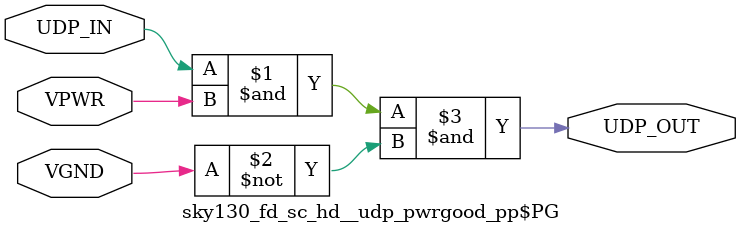
<source format=v>
/* Generated by Yosys 0.9+3582 (git sha1 de7997837, gcc 9.3.0-15 -fPIC -Os) */

(* cells_not_processed =  1  *)
(* src = "a2111o/sky130_fd_sc_hd__a2111o.behavioral.v:35.1-67.10" *)
module sky130_fd_sc_hd__a2111o(X, A1, A2, B1, C1, D1);
  (* src = "a2111o/sky130_fd_sc_hd__a2111o.behavioral.v:63.9-63.47" *)
  wire _0_;
  (* src = "a2111o/sky130_fd_sc_hd__a2111o.behavioral.v:64.9-64.47" *)
  wire _1_;
  (* src = "a2111o/sky130_fd_sc_hd__a2111o.behavioral.v:64.9-64.47" *)
  wire _2_;
  (* src = "a2111o/sky130_fd_sc_hd__a2111o.behavioral.v:64.9-64.47" *)
  wire _3_;
  (* src = "a2111o/sky130_fd_sc_hd__a2111o.behavioral.v:46.12-46.14" *)
  input A1;
  (* src = "a2111o/sky130_fd_sc_hd__a2111o.behavioral.v:47.12-47.14" *)
  input A2;
  (* src = "a2111o/sky130_fd_sc_hd__a2111o.behavioral.v:48.12-48.14" *)
  input B1;
  (* src = "a2111o/sky130_fd_sc_hd__a2111o.behavioral.v:49.12-49.14" *)
  input C1;
  (* src = "a2111o/sky130_fd_sc_hd__a2111o.behavioral.v:50.12-50.14" *)
  input D1;
  (* src = "a2111o/sky130_fd_sc_hd__a2111o.behavioral.v:0.0-0.0" *)
  wire VGND;
  (* src = "a2111o/sky130_fd_sc_hd__a2111o.behavioral.v:0.0-0.0" *)
  wire VNB;
  (* src = "a2111o/sky130_fd_sc_hd__a2111o.behavioral.v:0.0-0.0" *)
  wire VPB;
  (* src = "a2111o/sky130_fd_sc_hd__a2111o.behavioral.v:0.0-0.0" *)
  wire VPWR;
  (* src = "a2111o/sky130_fd_sc_hd__a2111o.behavioral.v:45.12-45.13" *)
  output X;
  (* src = "a2111o/sky130_fd_sc_hd__a2111o.behavioral.v:59.10-59.18" *)
  wire and0_out;
  (* src = "a2111o/sky130_fd_sc_hd__a2111o.behavioral.v:60.10-60.19" *)
  wire or0_out_X;
  assign _0_ = A1 & (* src = "a2111o/sky130_fd_sc_hd__a2111o.behavioral.v:63.9-63.47" *) A2;
  assign _1_ = C1 | (* src = "a2111o/sky130_fd_sc_hd__a2111o.behavioral.v:64.9-64.47" *) B1;
  assign _2_ = _1_ | (* src = "a2111o/sky130_fd_sc_hd__a2111o.behavioral.v:64.9-64.47" *) and0_out;
  assign _3_ = _2_ | (* src = "a2111o/sky130_fd_sc_hd__a2111o.behavioral.v:64.9-64.47" *) D1;
  assign VPWR = 1'h1;
  assign VGND = 1'h0;
  assign VPB = 1'h1;
  assign VNB = 1'h0;
  assign and0_out = _0_;
  assign or0_out_X = _3_;
  assign X = or0_out_X;
endmodule

(* cells_not_processed =  1  *)
(* src = "a2111o/sky130_fd_sc_hd__a2111o_1.v:85.1-116.10" *)
module sky130_fd_sc_hd__a2111o_1(X, A1, A2, B1, C1, D1);
  (* src = "a2111o/sky130_fd_sc_hd__a2111o_1.v:95.12-95.14" *)
  input A1;
  (* src = "a2111o/sky130_fd_sc_hd__a2111o_1.v:96.12-96.14" *)
  input A2;
  (* src = "a2111o/sky130_fd_sc_hd__a2111o_1.v:97.12-97.14" *)
  input B1;
  (* src = "a2111o/sky130_fd_sc_hd__a2111o_1.v:98.12-98.14" *)
  input C1;
  (* src = "a2111o/sky130_fd_sc_hd__a2111o_1.v:99.12-99.14" *)
  input D1;
  (* src = "a2111o/sky130_fd_sc_hd__a2111o_1.v:0.0-0.0" *)
  wire VGND;
  (* src = "a2111o/sky130_fd_sc_hd__a2111o_1.v:0.0-0.0" *)
  wire VNB;
  (* src = "a2111o/sky130_fd_sc_hd__a2111o_1.v:0.0-0.0" *)
  wire VPB;
  (* src = "a2111o/sky130_fd_sc_hd__a2111o_1.v:0.0-0.0" *)
  wire VPWR;
  (* src = "a2111o/sky130_fd_sc_hd__a2111o_1.v:94.12-94.13" *)
  output X;
  (* module_not_derived = 32'd1 *)
  (* src = "a2111o/sky130_fd_sc_hd__a2111o_1.v:107.29-114.6" *)
  sky130_fd_sc_hd__a2111o base (
    .A1(A1),
    .A2(A2),
    .B1(B1),
    .C1(C1),
    .D1(D1),
    .X(X)
  );
  assign VPWR = 1'h1;
  assign VGND = 1'h0;
  assign VPB = 1'h1;
  assign VNB = 1'h0;
endmodule

(* cells_not_processed =  1  *)
(* src = "a2111o/sky130_fd_sc_hd__a2111o_2.v:85.1-116.10" *)
module sky130_fd_sc_hd__a2111o_2(X, A1, A2, B1, C1, D1);
  (* src = "a2111o/sky130_fd_sc_hd__a2111o_2.v:95.12-95.14" *)
  input A1;
  (* src = "a2111o/sky130_fd_sc_hd__a2111o_2.v:96.12-96.14" *)
  input A2;
  (* src = "a2111o/sky130_fd_sc_hd__a2111o_2.v:97.12-97.14" *)
  input B1;
  (* src = "a2111o/sky130_fd_sc_hd__a2111o_2.v:98.12-98.14" *)
  input C1;
  (* src = "a2111o/sky130_fd_sc_hd__a2111o_2.v:99.12-99.14" *)
  input D1;
  (* src = "a2111o/sky130_fd_sc_hd__a2111o_2.v:0.0-0.0" *)
  wire VGND;
  (* src = "a2111o/sky130_fd_sc_hd__a2111o_2.v:0.0-0.0" *)
  wire VNB;
  (* src = "a2111o/sky130_fd_sc_hd__a2111o_2.v:0.0-0.0" *)
  wire VPB;
  (* src = "a2111o/sky130_fd_sc_hd__a2111o_2.v:0.0-0.0" *)
  wire VPWR;
  (* src = "a2111o/sky130_fd_sc_hd__a2111o_2.v:94.12-94.13" *)
  output X;
  (* module_not_derived = 32'd1 *)
  (* src = "a2111o/sky130_fd_sc_hd__a2111o_2.v:107.29-114.6" *)
  sky130_fd_sc_hd__a2111o base (
    .A1(A1),
    .A2(A2),
    .B1(B1),
    .C1(C1),
    .D1(D1),
    .X(X)
  );
  assign VPWR = 1'h1;
  assign VGND = 1'h0;
  assign VPB = 1'h1;
  assign VNB = 1'h0;
endmodule

(* cells_not_processed =  1  *)
(* src = "a2111o/sky130_fd_sc_hd__a2111o_4.v:85.1-116.10" *)
module sky130_fd_sc_hd__a2111o_4(X, A1, A2, B1, C1, D1);
  (* src = "a2111o/sky130_fd_sc_hd__a2111o_4.v:95.12-95.14" *)
  input A1;
  (* src = "a2111o/sky130_fd_sc_hd__a2111o_4.v:96.12-96.14" *)
  input A2;
  (* src = "a2111o/sky130_fd_sc_hd__a2111o_4.v:97.12-97.14" *)
  input B1;
  (* src = "a2111o/sky130_fd_sc_hd__a2111o_4.v:98.12-98.14" *)
  input C1;
  (* src = "a2111o/sky130_fd_sc_hd__a2111o_4.v:99.12-99.14" *)
  input D1;
  (* src = "a2111o/sky130_fd_sc_hd__a2111o_4.v:0.0-0.0" *)
  wire VGND;
  (* src = "a2111o/sky130_fd_sc_hd__a2111o_4.v:0.0-0.0" *)
  wire VNB;
  (* src = "a2111o/sky130_fd_sc_hd__a2111o_4.v:0.0-0.0" *)
  wire VPB;
  (* src = "a2111o/sky130_fd_sc_hd__a2111o_4.v:0.0-0.0" *)
  wire VPWR;
  (* src = "a2111o/sky130_fd_sc_hd__a2111o_4.v:94.12-94.13" *)
  output X;
  (* module_not_derived = 32'd1 *)
  (* src = "a2111o/sky130_fd_sc_hd__a2111o_4.v:107.29-114.6" *)
  sky130_fd_sc_hd__a2111o base (
    .A1(A1),
    .A2(A2),
    .B1(B1),
    .C1(C1),
    .D1(D1),
    .X(X)
  );
  assign VPWR = 1'h1;
  assign VGND = 1'h0;
  assign VPB = 1'h1;
  assign VNB = 1'h0;
endmodule

(* cells_not_processed =  1  *)
(* src = "a2111oi/sky130_fd_sc_hd__a2111oi.behavioral.v:35.1-67.10" *)
module sky130_fd_sc_hd__a2111oi(Y, A1, A2, B1, C1, D1);
  (* src = "a2111oi/sky130_fd_sc_hd__a2111oi.behavioral.v:63.9-63.48" *)
  wire _0_;
  (* src = "a2111oi/sky130_fd_sc_hd__a2111oi.behavioral.v:0.0-0.0" *)
  wire _1_;
  (* src = "a2111oi/sky130_fd_sc_hd__a2111oi.behavioral.v:64.9-64.48" *)
  wire _2_;
  (* src = "a2111oi/sky130_fd_sc_hd__a2111oi.behavioral.v:64.9-64.48" *)
  wire _3_;
  (* src = "a2111oi/sky130_fd_sc_hd__a2111oi.behavioral.v:64.9-64.48" *)
  wire _4_;
  (* src = "a2111oi/sky130_fd_sc_hd__a2111oi.behavioral.v:46.12-46.14" *)
  input A1;
  (* src = "a2111oi/sky130_fd_sc_hd__a2111oi.behavioral.v:47.12-47.14" *)
  input A2;
  (* src = "a2111oi/sky130_fd_sc_hd__a2111oi.behavioral.v:48.12-48.14" *)
  input B1;
  (* src = "a2111oi/sky130_fd_sc_hd__a2111oi.behavioral.v:49.12-49.14" *)
  input C1;
  (* src = "a2111oi/sky130_fd_sc_hd__a2111oi.behavioral.v:50.12-50.14" *)
  input D1;
  (* src = "a2111oi/sky130_fd_sc_hd__a2111oi.behavioral.v:0.0-0.0" *)
  wire VGND;
  (* src = "a2111oi/sky130_fd_sc_hd__a2111oi.behavioral.v:0.0-0.0" *)
  wire VNB;
  (* src = "a2111oi/sky130_fd_sc_hd__a2111oi.behavioral.v:0.0-0.0" *)
  wire VPB;
  (* src = "a2111oi/sky130_fd_sc_hd__a2111oi.behavioral.v:0.0-0.0" *)
  wire VPWR;
  (* src = "a2111oi/sky130_fd_sc_hd__a2111oi.behavioral.v:45.12-45.13" *)
  output Y;
  (* src = "a2111oi/sky130_fd_sc_hd__a2111oi.behavioral.v:59.10-59.18" *)
  wire and0_out;
  (* src = "a2111oi/sky130_fd_sc_hd__a2111oi.behavioral.v:60.10-60.20" *)
  wire nor0_out_Y;
  assign _0_ = A1 & (* src = "a2111oi/sky130_fd_sc_hd__a2111oi.behavioral.v:63.9-63.48" *) A2;
  assign _1_ = ~ (* src = "a2111oi/sky130_fd_sc_hd__a2111oi.behavioral.v:0.0-0.0" *) _4_;
  assign _2_ = B1 | (* src = "a2111oi/sky130_fd_sc_hd__a2111oi.behavioral.v:64.9-64.48" *) C1;
  assign _3_ = _2_ | (* src = "a2111oi/sky130_fd_sc_hd__a2111oi.behavioral.v:64.9-64.48" *) D1;
  assign _4_ = _3_ | (* src = "a2111oi/sky130_fd_sc_hd__a2111oi.behavioral.v:64.9-64.48" *) and0_out;
  assign VPWR = 1'h1;
  assign VGND = 1'h0;
  assign VPB = 1'h1;
  assign VNB = 1'h0;
  assign and0_out = _0_;
  assign nor0_out_Y = _1_;
  assign Y = nor0_out_Y;
endmodule

(* cells_not_processed =  1  *)
(* src = "a2111oi/sky130_fd_sc_hd__a2111oi_0.v:85.1-116.10" *)
module sky130_fd_sc_hd__a2111oi_0(Y, A1, A2, B1, C1, D1);
  (* src = "a2111oi/sky130_fd_sc_hd__a2111oi_0.v:95.12-95.14" *)
  input A1;
  (* src = "a2111oi/sky130_fd_sc_hd__a2111oi_0.v:96.12-96.14" *)
  input A2;
  (* src = "a2111oi/sky130_fd_sc_hd__a2111oi_0.v:97.12-97.14" *)
  input B1;
  (* src = "a2111oi/sky130_fd_sc_hd__a2111oi_0.v:98.12-98.14" *)
  input C1;
  (* src = "a2111oi/sky130_fd_sc_hd__a2111oi_0.v:99.12-99.14" *)
  input D1;
  (* src = "a2111oi/sky130_fd_sc_hd__a2111oi_0.v:0.0-0.0" *)
  wire VGND;
  (* src = "a2111oi/sky130_fd_sc_hd__a2111oi_0.v:0.0-0.0" *)
  wire VNB;
  (* src = "a2111oi/sky130_fd_sc_hd__a2111oi_0.v:0.0-0.0" *)
  wire VPB;
  (* src = "a2111oi/sky130_fd_sc_hd__a2111oi_0.v:0.0-0.0" *)
  wire VPWR;
  (* src = "a2111oi/sky130_fd_sc_hd__a2111oi_0.v:94.12-94.13" *)
  output Y;
  (* module_not_derived = 32'd1 *)
  (* src = "a2111oi/sky130_fd_sc_hd__a2111oi_0.v:107.30-114.6" *)
  sky130_fd_sc_hd__a2111oi base (
    .A1(A1),
    .A2(A2),
    .B1(B1),
    .C1(C1),
    .D1(D1),
    .Y(Y)
  );
  assign VPWR = 1'h1;
  assign VGND = 1'h0;
  assign VPB = 1'h1;
  assign VNB = 1'h0;
endmodule

(* cells_not_processed =  1  *)
(* src = "a2111oi/sky130_fd_sc_hd__a2111oi_1.v:85.1-116.10" *)
module sky130_fd_sc_hd__a2111oi_1(Y, A1, A2, B1, C1, D1);
  (* src = "a2111oi/sky130_fd_sc_hd__a2111oi_1.v:95.12-95.14" *)
  input A1;
  (* src = "a2111oi/sky130_fd_sc_hd__a2111oi_1.v:96.12-96.14" *)
  input A2;
  (* src = "a2111oi/sky130_fd_sc_hd__a2111oi_1.v:97.12-97.14" *)
  input B1;
  (* src = "a2111oi/sky130_fd_sc_hd__a2111oi_1.v:98.12-98.14" *)
  input C1;
  (* src = "a2111oi/sky130_fd_sc_hd__a2111oi_1.v:99.12-99.14" *)
  input D1;
  (* src = "a2111oi/sky130_fd_sc_hd__a2111oi_1.v:0.0-0.0" *)
  wire VGND;
  (* src = "a2111oi/sky130_fd_sc_hd__a2111oi_1.v:0.0-0.0" *)
  wire VNB;
  (* src = "a2111oi/sky130_fd_sc_hd__a2111oi_1.v:0.0-0.0" *)
  wire VPB;
  (* src = "a2111oi/sky130_fd_sc_hd__a2111oi_1.v:0.0-0.0" *)
  wire VPWR;
  (* src = "a2111oi/sky130_fd_sc_hd__a2111oi_1.v:94.12-94.13" *)
  output Y;
  (* module_not_derived = 32'd1 *)
  (* src = "a2111oi/sky130_fd_sc_hd__a2111oi_1.v:107.30-114.6" *)
  sky130_fd_sc_hd__a2111oi base (
    .A1(A1),
    .A2(A2),
    .B1(B1),
    .C1(C1),
    .D1(D1),
    .Y(Y)
  );
  assign VPWR = 1'h1;
  assign VGND = 1'h0;
  assign VPB = 1'h1;
  assign VNB = 1'h0;
endmodule

(* cells_not_processed =  1  *)
(* src = "a2111oi/sky130_fd_sc_hd__a2111oi_2.v:85.1-116.10" *)
module sky130_fd_sc_hd__a2111oi_2(Y, A1, A2, B1, C1, D1);
  (* src = "a2111oi/sky130_fd_sc_hd__a2111oi_2.v:95.12-95.14" *)
  input A1;
  (* src = "a2111oi/sky130_fd_sc_hd__a2111oi_2.v:96.12-96.14" *)
  input A2;
  (* src = "a2111oi/sky130_fd_sc_hd__a2111oi_2.v:97.12-97.14" *)
  input B1;
  (* src = "a2111oi/sky130_fd_sc_hd__a2111oi_2.v:98.12-98.14" *)
  input C1;
  (* src = "a2111oi/sky130_fd_sc_hd__a2111oi_2.v:99.12-99.14" *)
  input D1;
  (* src = "a2111oi/sky130_fd_sc_hd__a2111oi_2.v:0.0-0.0" *)
  wire VGND;
  (* src = "a2111oi/sky130_fd_sc_hd__a2111oi_2.v:0.0-0.0" *)
  wire VNB;
  (* src = "a2111oi/sky130_fd_sc_hd__a2111oi_2.v:0.0-0.0" *)
  wire VPB;
  (* src = "a2111oi/sky130_fd_sc_hd__a2111oi_2.v:0.0-0.0" *)
  wire VPWR;
  (* src = "a2111oi/sky130_fd_sc_hd__a2111oi_2.v:94.12-94.13" *)
  output Y;
  (* module_not_derived = 32'd1 *)
  (* src = "a2111oi/sky130_fd_sc_hd__a2111oi_2.v:107.30-114.6" *)
  sky130_fd_sc_hd__a2111oi base (
    .A1(A1),
    .A2(A2),
    .B1(B1),
    .C1(C1),
    .D1(D1),
    .Y(Y)
  );
  assign VPWR = 1'h1;
  assign VGND = 1'h0;
  assign VPB = 1'h1;
  assign VNB = 1'h0;
endmodule

(* cells_not_processed =  1  *)
(* src = "a2111oi/sky130_fd_sc_hd__a2111oi_4.v:85.1-116.10" *)
module sky130_fd_sc_hd__a2111oi_4(Y, A1, A2, B1, C1, D1);
  (* src = "a2111oi/sky130_fd_sc_hd__a2111oi_4.v:95.12-95.14" *)
  input A1;
  (* src = "a2111oi/sky130_fd_sc_hd__a2111oi_4.v:96.12-96.14" *)
  input A2;
  (* src = "a2111oi/sky130_fd_sc_hd__a2111oi_4.v:97.12-97.14" *)
  input B1;
  (* src = "a2111oi/sky130_fd_sc_hd__a2111oi_4.v:98.12-98.14" *)
  input C1;
  (* src = "a2111oi/sky130_fd_sc_hd__a2111oi_4.v:99.12-99.14" *)
  input D1;
  (* src = "a2111oi/sky130_fd_sc_hd__a2111oi_4.v:0.0-0.0" *)
  wire VGND;
  (* src = "a2111oi/sky130_fd_sc_hd__a2111oi_4.v:0.0-0.0" *)
  wire VNB;
  (* src = "a2111oi/sky130_fd_sc_hd__a2111oi_4.v:0.0-0.0" *)
  wire VPB;
  (* src = "a2111oi/sky130_fd_sc_hd__a2111oi_4.v:0.0-0.0" *)
  wire VPWR;
  (* src = "a2111oi/sky130_fd_sc_hd__a2111oi_4.v:94.12-94.13" *)
  output Y;
  (* module_not_derived = 32'd1 *)
  (* src = "a2111oi/sky130_fd_sc_hd__a2111oi_4.v:107.30-114.6" *)
  sky130_fd_sc_hd__a2111oi base (
    .A1(A1),
    .A2(A2),
    .B1(B1),
    .C1(C1),
    .D1(D1),
    .Y(Y)
  );
  assign VPWR = 1'h1;
  assign VGND = 1'h0;
  assign VPB = 1'h1;
  assign VNB = 1'h0;
endmodule

(* cells_not_processed =  1  *)
(* src = "a211o/sky130_fd_sc_hd__a211o.behavioral.v:35.1-65.10" *)
module sky130_fd_sc_hd__a211o(X, A1, A2, B1, C1);
  (* src = "a211o/sky130_fd_sc_hd__a211o.behavioral.v:61.9-61.43" *)
  wire _0_;
  (* src = "a211o/sky130_fd_sc_hd__a211o.behavioral.v:62.9-62.43" *)
  wire _1_;
  (* src = "a211o/sky130_fd_sc_hd__a211o.behavioral.v:62.9-62.43" *)
  wire _2_;
  (* src = "a211o/sky130_fd_sc_hd__a211o.behavioral.v:45.12-45.14" *)
  input A1;
  (* src = "a211o/sky130_fd_sc_hd__a211o.behavioral.v:46.12-46.14" *)
  input A2;
  (* src = "a211o/sky130_fd_sc_hd__a211o.behavioral.v:47.12-47.14" *)
  input B1;
  (* src = "a211o/sky130_fd_sc_hd__a211o.behavioral.v:48.12-48.14" *)
  input C1;
  (* src = "a211o/sky130_fd_sc_hd__a211o.behavioral.v:0.0-0.0" *)
  wire VGND;
  (* src = "a211o/sky130_fd_sc_hd__a211o.behavioral.v:0.0-0.0" *)
  wire VNB;
  (* src = "a211o/sky130_fd_sc_hd__a211o.behavioral.v:0.0-0.0" *)
  wire VPB;
  (* src = "a211o/sky130_fd_sc_hd__a211o.behavioral.v:0.0-0.0" *)
  wire VPWR;
  (* src = "a211o/sky130_fd_sc_hd__a211o.behavioral.v:44.12-44.13" *)
  output X;
  (* src = "a211o/sky130_fd_sc_hd__a211o.behavioral.v:57.10-57.18" *)
  wire and0_out;
  (* src = "a211o/sky130_fd_sc_hd__a211o.behavioral.v:58.10-58.19" *)
  wire or0_out_X;
  assign _0_ = A1 & (* src = "a211o/sky130_fd_sc_hd__a211o.behavioral.v:61.9-61.43" *) A2;
  assign _1_ = and0_out | (* src = "a211o/sky130_fd_sc_hd__a211o.behavioral.v:62.9-62.43" *) C1;
  assign _2_ = _1_ | (* src = "a211o/sky130_fd_sc_hd__a211o.behavioral.v:62.9-62.43" *) B1;
  assign VPWR = 1'h1;
  assign VGND = 1'h0;
  assign VPB = 1'h1;
  assign VNB = 1'h0;
  assign and0_out = _0_;
  assign or0_out_X = _2_;
  assign X = or0_out_X;
endmodule

(* cells_not_processed =  1  *)
(* src = "a211o/sky130_fd_sc_hd__a211o_1.v:82.1-110.10" *)
module sky130_fd_sc_hd__a211o_1(X, A1, A2, B1, C1);
  (* src = "a211o/sky130_fd_sc_hd__a211o_1.v:91.12-91.14" *)
  input A1;
  (* src = "a211o/sky130_fd_sc_hd__a211o_1.v:92.12-92.14" *)
  input A2;
  (* src = "a211o/sky130_fd_sc_hd__a211o_1.v:93.12-93.14" *)
  input B1;
  (* src = "a211o/sky130_fd_sc_hd__a211o_1.v:94.12-94.14" *)
  input C1;
  (* src = "a211o/sky130_fd_sc_hd__a211o_1.v:0.0-0.0" *)
  wire VGND;
  (* src = "a211o/sky130_fd_sc_hd__a211o_1.v:0.0-0.0" *)
  wire VNB;
  (* src = "a211o/sky130_fd_sc_hd__a211o_1.v:0.0-0.0" *)
  wire VPB;
  (* src = "a211o/sky130_fd_sc_hd__a211o_1.v:0.0-0.0" *)
  wire VPWR;
  (* src = "a211o/sky130_fd_sc_hd__a211o_1.v:90.12-90.13" *)
  output X;
  (* module_not_derived = 32'd1 *)
  (* src = "a211o/sky130_fd_sc_hd__a211o_1.v:102.28-108.6" *)
  sky130_fd_sc_hd__a211o base (
    .A1(A1),
    .A2(A2),
    .B1(B1),
    .C1(C1),
    .X(X)
  );
  assign VPWR = 1'h1;
  assign VGND = 1'h0;
  assign VPB = 1'h1;
  assign VNB = 1'h0;
endmodule

(* cells_not_processed =  1  *)
(* src = "a211o/sky130_fd_sc_hd__a211o_2.v:82.1-110.10" *)
module sky130_fd_sc_hd__a211o_2(X, A1, A2, B1, C1);
  (* src = "a211o/sky130_fd_sc_hd__a211o_2.v:91.12-91.14" *)
  input A1;
  (* src = "a211o/sky130_fd_sc_hd__a211o_2.v:92.12-92.14" *)
  input A2;
  (* src = "a211o/sky130_fd_sc_hd__a211o_2.v:93.12-93.14" *)
  input B1;
  (* src = "a211o/sky130_fd_sc_hd__a211o_2.v:94.12-94.14" *)
  input C1;
  (* src = "a211o/sky130_fd_sc_hd__a211o_2.v:0.0-0.0" *)
  wire VGND;
  (* src = "a211o/sky130_fd_sc_hd__a211o_2.v:0.0-0.0" *)
  wire VNB;
  (* src = "a211o/sky130_fd_sc_hd__a211o_2.v:0.0-0.0" *)
  wire VPB;
  (* src = "a211o/sky130_fd_sc_hd__a211o_2.v:0.0-0.0" *)
  wire VPWR;
  (* src = "a211o/sky130_fd_sc_hd__a211o_2.v:90.12-90.13" *)
  output X;
  (* module_not_derived = 32'd1 *)
  (* src = "a211o/sky130_fd_sc_hd__a211o_2.v:102.28-108.6" *)
  sky130_fd_sc_hd__a211o base (
    .A1(A1),
    .A2(A2),
    .B1(B1),
    .C1(C1),
    .X(X)
  );
  assign VPWR = 1'h1;
  assign VGND = 1'h0;
  assign VPB = 1'h1;
  assign VNB = 1'h0;
endmodule

(* cells_not_processed =  1  *)
(* src = "a211o/sky130_fd_sc_hd__a211o_4.v:82.1-110.10" *)
module sky130_fd_sc_hd__a211o_4(X, A1, A2, B1, C1);
  (* src = "a211o/sky130_fd_sc_hd__a211o_4.v:91.12-91.14" *)
  input A1;
  (* src = "a211o/sky130_fd_sc_hd__a211o_4.v:92.12-92.14" *)
  input A2;
  (* src = "a211o/sky130_fd_sc_hd__a211o_4.v:93.12-93.14" *)
  input B1;
  (* src = "a211o/sky130_fd_sc_hd__a211o_4.v:94.12-94.14" *)
  input C1;
  (* src = "a211o/sky130_fd_sc_hd__a211o_4.v:0.0-0.0" *)
  wire VGND;
  (* src = "a211o/sky130_fd_sc_hd__a211o_4.v:0.0-0.0" *)
  wire VNB;
  (* src = "a211o/sky130_fd_sc_hd__a211o_4.v:0.0-0.0" *)
  wire VPB;
  (* src = "a211o/sky130_fd_sc_hd__a211o_4.v:0.0-0.0" *)
  wire VPWR;
  (* src = "a211o/sky130_fd_sc_hd__a211o_4.v:90.12-90.13" *)
  output X;
  (* module_not_derived = 32'd1 *)
  (* src = "a211o/sky130_fd_sc_hd__a211o_4.v:102.28-108.6" *)
  sky130_fd_sc_hd__a211o base (
    .A1(A1),
    .A2(A2),
    .B1(B1),
    .C1(C1),
    .X(X)
  );
  assign VPWR = 1'h1;
  assign VGND = 1'h0;
  assign VPB = 1'h1;
  assign VNB = 1'h0;
endmodule

(* cells_not_processed =  1  *)
(* src = "a211oi/sky130_fd_sc_hd__a211oi.behavioral.v:35.1-65.10" *)
module sky130_fd_sc_hd__a211oi(Y, A1, A2, B1, C1);
  (* src = "a211oi/sky130_fd_sc_hd__a211oi.behavioral.v:61.9-61.44" *)
  wire _0_;
  (* src = "a211oi/sky130_fd_sc_hd__a211oi.behavioral.v:0.0-0.0" *)
  wire _1_;
  (* src = "a211oi/sky130_fd_sc_hd__a211oi.behavioral.v:62.9-62.44" *)
  wire _2_;
  (* src = "a211oi/sky130_fd_sc_hd__a211oi.behavioral.v:62.9-62.44" *)
  wire _3_;
  (* src = "a211oi/sky130_fd_sc_hd__a211oi.behavioral.v:45.12-45.14" *)
  input A1;
  (* src = "a211oi/sky130_fd_sc_hd__a211oi.behavioral.v:46.12-46.14" *)
  input A2;
  (* src = "a211oi/sky130_fd_sc_hd__a211oi.behavioral.v:47.12-47.14" *)
  input B1;
  (* src = "a211oi/sky130_fd_sc_hd__a211oi.behavioral.v:48.12-48.14" *)
  input C1;
  (* src = "a211oi/sky130_fd_sc_hd__a211oi.behavioral.v:0.0-0.0" *)
  wire VGND;
  (* src = "a211oi/sky130_fd_sc_hd__a211oi.behavioral.v:0.0-0.0" *)
  wire VNB;
  (* src = "a211oi/sky130_fd_sc_hd__a211oi.behavioral.v:0.0-0.0" *)
  wire VPB;
  (* src = "a211oi/sky130_fd_sc_hd__a211oi.behavioral.v:0.0-0.0" *)
  wire VPWR;
  (* src = "a211oi/sky130_fd_sc_hd__a211oi.behavioral.v:44.12-44.13" *)
  output Y;
  (* src = "a211oi/sky130_fd_sc_hd__a211oi.behavioral.v:57.10-57.18" *)
  wire and0_out;
  (* src = "a211oi/sky130_fd_sc_hd__a211oi.behavioral.v:58.10-58.20" *)
  wire nor0_out_Y;
  assign _0_ = A1 & (* src = "a211oi/sky130_fd_sc_hd__a211oi.behavioral.v:61.9-61.44" *) A2;
  assign _1_ = ~ (* src = "a211oi/sky130_fd_sc_hd__a211oi.behavioral.v:0.0-0.0" *) _3_;
  assign _2_ = and0_out | (* src = "a211oi/sky130_fd_sc_hd__a211oi.behavioral.v:62.9-62.44" *) B1;
  assign _3_ = _2_ | (* src = "a211oi/sky130_fd_sc_hd__a211oi.behavioral.v:62.9-62.44" *) C1;
  assign VPWR = 1'h1;
  assign VGND = 1'h0;
  assign VPB = 1'h1;
  assign VNB = 1'h0;
  assign and0_out = _0_;
  assign nor0_out_Y = _1_;
  assign Y = nor0_out_Y;
endmodule

(* cells_not_processed =  1  *)
(* src = "a211oi/sky130_fd_sc_hd__a211oi_1.v:82.1-110.10" *)
module sky130_fd_sc_hd__a211oi_1(Y, A1, A2, B1, C1);
  (* src = "a211oi/sky130_fd_sc_hd__a211oi_1.v:91.12-91.14" *)
  input A1;
  (* src = "a211oi/sky130_fd_sc_hd__a211oi_1.v:92.12-92.14" *)
  input A2;
  (* src = "a211oi/sky130_fd_sc_hd__a211oi_1.v:93.12-93.14" *)
  input B1;
  (* src = "a211oi/sky130_fd_sc_hd__a211oi_1.v:94.12-94.14" *)
  input C1;
  (* src = "a211oi/sky130_fd_sc_hd__a211oi_1.v:0.0-0.0" *)
  wire VGND;
  (* src = "a211oi/sky130_fd_sc_hd__a211oi_1.v:0.0-0.0" *)
  wire VNB;
  (* src = "a211oi/sky130_fd_sc_hd__a211oi_1.v:0.0-0.0" *)
  wire VPB;
  (* src = "a211oi/sky130_fd_sc_hd__a211oi_1.v:0.0-0.0" *)
  wire VPWR;
  (* src = "a211oi/sky130_fd_sc_hd__a211oi_1.v:90.12-90.13" *)
  output Y;
  (* module_not_derived = 32'd1 *)
  (* src = "a211oi/sky130_fd_sc_hd__a211oi_1.v:102.29-108.6" *)
  sky130_fd_sc_hd__a211oi base (
    .A1(A1),
    .A2(A2),
    .B1(B1),
    .C1(C1),
    .Y(Y)
  );
  assign VPWR = 1'h1;
  assign VGND = 1'h0;
  assign VPB = 1'h1;
  assign VNB = 1'h0;
endmodule

(* cells_not_processed =  1  *)
(* src = "a211oi/sky130_fd_sc_hd__a211oi_2.v:82.1-110.10" *)
module sky130_fd_sc_hd__a211oi_2(Y, A1, A2, B1, C1);
  (* src = "a211oi/sky130_fd_sc_hd__a211oi_2.v:91.12-91.14" *)
  input A1;
  (* src = "a211oi/sky130_fd_sc_hd__a211oi_2.v:92.12-92.14" *)
  input A2;
  (* src = "a211oi/sky130_fd_sc_hd__a211oi_2.v:93.12-93.14" *)
  input B1;
  (* src = "a211oi/sky130_fd_sc_hd__a211oi_2.v:94.12-94.14" *)
  input C1;
  (* src = "a211oi/sky130_fd_sc_hd__a211oi_2.v:0.0-0.0" *)
  wire VGND;
  (* src = "a211oi/sky130_fd_sc_hd__a211oi_2.v:0.0-0.0" *)
  wire VNB;
  (* src = "a211oi/sky130_fd_sc_hd__a211oi_2.v:0.0-0.0" *)
  wire VPB;
  (* src = "a211oi/sky130_fd_sc_hd__a211oi_2.v:0.0-0.0" *)
  wire VPWR;
  (* src = "a211oi/sky130_fd_sc_hd__a211oi_2.v:90.12-90.13" *)
  output Y;
  (* module_not_derived = 32'd1 *)
  (* src = "a211oi/sky130_fd_sc_hd__a211oi_2.v:102.29-108.6" *)
  sky130_fd_sc_hd__a211oi base (
    .A1(A1),
    .A2(A2),
    .B1(B1),
    .C1(C1),
    .Y(Y)
  );
  assign VPWR = 1'h1;
  assign VGND = 1'h0;
  assign VPB = 1'h1;
  assign VNB = 1'h0;
endmodule

(* cells_not_processed =  1  *)
(* src = "a211oi/sky130_fd_sc_hd__a211oi_4.v:82.1-110.10" *)
module sky130_fd_sc_hd__a211oi_4(Y, A1, A2, B1, C1);
  (* src = "a211oi/sky130_fd_sc_hd__a211oi_4.v:91.12-91.14" *)
  input A1;
  (* src = "a211oi/sky130_fd_sc_hd__a211oi_4.v:92.12-92.14" *)
  input A2;
  (* src = "a211oi/sky130_fd_sc_hd__a211oi_4.v:93.12-93.14" *)
  input B1;
  (* src = "a211oi/sky130_fd_sc_hd__a211oi_4.v:94.12-94.14" *)
  input C1;
  (* src = "a211oi/sky130_fd_sc_hd__a211oi_4.v:0.0-0.0" *)
  wire VGND;
  (* src = "a211oi/sky130_fd_sc_hd__a211oi_4.v:0.0-0.0" *)
  wire VNB;
  (* src = "a211oi/sky130_fd_sc_hd__a211oi_4.v:0.0-0.0" *)
  wire VPB;
  (* src = "a211oi/sky130_fd_sc_hd__a211oi_4.v:0.0-0.0" *)
  wire VPWR;
  (* src = "a211oi/sky130_fd_sc_hd__a211oi_4.v:90.12-90.13" *)
  output Y;
  (* module_not_derived = 32'd1 *)
  (* src = "a211oi/sky130_fd_sc_hd__a211oi_4.v:102.29-108.6" *)
  sky130_fd_sc_hd__a211oi base (
    .A1(A1),
    .A2(A2),
    .B1(B1),
    .C1(C1),
    .Y(Y)
  );
  assign VPWR = 1'h1;
  assign VGND = 1'h0;
  assign VPB = 1'h1;
  assign VNB = 1'h0;
endmodule

(* cells_not_processed =  1  *)
(* src = "a21bo/sky130_fd_sc_hd__a21bo.behavioral.v:36.1-64.10" *)
module sky130_fd_sc_hd__a21bo(X, A1, A2, B1_N);
  (* src = "a21bo/sky130_fd_sc_hd__a21bo.behavioral.v:60.10-60.46" *)
  wire _0_;
  (* src = "a21bo/sky130_fd_sc_hd__a21bo.behavioral.v:61.10-61.46" *)
  wire _1_;
  (* src = "a21bo/sky130_fd_sc_hd__a21bo.behavioral.v:0.0-0.0" *)
  wire _2_;
  (* src = "a21bo/sky130_fd_sc_hd__a21bo.behavioral.v:0.0-0.0" *)
  wire _3_;
  (* src = "a21bo/sky130_fd_sc_hd__a21bo.behavioral.v:45.12-45.14" *)
  input A1;
  (* src = "a21bo/sky130_fd_sc_hd__a21bo.behavioral.v:46.12-46.14" *)
  input A2;
  (* src = "a21bo/sky130_fd_sc_hd__a21bo.behavioral.v:47.12-47.16" *)
  input B1_N;
  (* src = "a21bo/sky130_fd_sc_hd__a21bo.behavioral.v:0.0-0.0" *)
  wire VGND;
  (* src = "a21bo/sky130_fd_sc_hd__a21bo.behavioral.v:0.0-0.0" *)
  wire VNB;
  (* src = "a21bo/sky130_fd_sc_hd__a21bo.behavioral.v:0.0-0.0" *)
  wire VPB;
  (* src = "a21bo/sky130_fd_sc_hd__a21bo.behavioral.v:0.0-0.0" *)
  wire VPWR;
  (* src = "a21bo/sky130_fd_sc_hd__a21bo.behavioral.v:44.12-44.13" *)
  output X;
  (* src = "a21bo/sky130_fd_sc_hd__a21bo.behavioral.v:56.10-56.19" *)
  wire nand0_out;
  (* src = "a21bo/sky130_fd_sc_hd__a21bo.behavioral.v:57.10-57.21" *)
  wire nand1_out_X;
  assign _0_ = A2 & (* src = "a21bo/sky130_fd_sc_hd__a21bo.behavioral.v:60.10-60.46" *) A1;
  assign _1_ = B1_N & (* src = "a21bo/sky130_fd_sc_hd__a21bo.behavioral.v:61.10-61.46" *) nand0_out;
  assign _2_ = ~ (* src = "a21bo/sky130_fd_sc_hd__a21bo.behavioral.v:0.0-0.0" *) _0_;
  assign _3_ = ~ (* src = "a21bo/sky130_fd_sc_hd__a21bo.behavioral.v:0.0-0.0" *) _1_;
  assign VPWR = 1'h1;
  assign VGND = 1'h0;
  assign VPB = 1'h1;
  assign VNB = 1'h0;
  assign nand0_out = _2_;
  assign nand1_out_X = _3_;
  assign X = nand1_out_X;
endmodule

(* cells_not_processed =  1  *)
(* src = "a21bo/sky130_fd_sc_hd__a21bo_1.v:80.1-105.10" *)
module sky130_fd_sc_hd__a21bo_1(X, A1, A2, B1_N);
  (* src = "a21bo/sky130_fd_sc_hd__a21bo_1.v:88.12-88.14" *)
  input A1;
  (* src = "a21bo/sky130_fd_sc_hd__a21bo_1.v:89.12-89.14" *)
  input A2;
  (* src = "a21bo/sky130_fd_sc_hd__a21bo_1.v:90.12-90.16" *)
  input B1_N;
  (* src = "a21bo/sky130_fd_sc_hd__a21bo_1.v:0.0-0.0" *)
  wire VGND;
  (* src = "a21bo/sky130_fd_sc_hd__a21bo_1.v:0.0-0.0" *)
  wire VNB;
  (* src = "a21bo/sky130_fd_sc_hd__a21bo_1.v:0.0-0.0" *)
  wire VPB;
  (* src = "a21bo/sky130_fd_sc_hd__a21bo_1.v:0.0-0.0" *)
  wire VPWR;
  (* src = "a21bo/sky130_fd_sc_hd__a21bo_1.v:87.12-87.13" *)
  output X;
  (* module_not_derived = 32'd1 *)
  (* src = "a21bo/sky130_fd_sc_hd__a21bo_1.v:98.28-103.6" *)
  sky130_fd_sc_hd__a21bo base (
    .A1(A1),
    .A2(A2),
    .B1_N(B1_N),
    .X(X)
  );
  assign VPWR = 1'h1;
  assign VGND = 1'h0;
  assign VPB = 1'h1;
  assign VNB = 1'h0;
endmodule

(* cells_not_processed =  1  *)
(* src = "a21bo/sky130_fd_sc_hd__a21bo_2.v:80.1-105.10" *)
module sky130_fd_sc_hd__a21bo_2(X, A1, A2, B1_N);
  (* src = "a21bo/sky130_fd_sc_hd__a21bo_2.v:88.12-88.14" *)
  input A1;
  (* src = "a21bo/sky130_fd_sc_hd__a21bo_2.v:89.12-89.14" *)
  input A2;
  (* src = "a21bo/sky130_fd_sc_hd__a21bo_2.v:90.12-90.16" *)
  input B1_N;
  (* src = "a21bo/sky130_fd_sc_hd__a21bo_2.v:0.0-0.0" *)
  wire VGND;
  (* src = "a21bo/sky130_fd_sc_hd__a21bo_2.v:0.0-0.0" *)
  wire VNB;
  (* src = "a21bo/sky130_fd_sc_hd__a21bo_2.v:0.0-0.0" *)
  wire VPB;
  (* src = "a21bo/sky130_fd_sc_hd__a21bo_2.v:0.0-0.0" *)
  wire VPWR;
  (* src = "a21bo/sky130_fd_sc_hd__a21bo_2.v:87.12-87.13" *)
  output X;
  (* module_not_derived = 32'd1 *)
  (* src = "a21bo/sky130_fd_sc_hd__a21bo_2.v:98.28-103.6" *)
  sky130_fd_sc_hd__a21bo base (
    .A1(A1),
    .A2(A2),
    .B1_N(B1_N),
    .X(X)
  );
  assign VPWR = 1'h1;
  assign VGND = 1'h0;
  assign VPB = 1'h1;
  assign VNB = 1'h0;
endmodule

(* cells_not_processed =  1  *)
(* src = "a21bo/sky130_fd_sc_hd__a21bo_4.v:80.1-105.10" *)
module sky130_fd_sc_hd__a21bo_4(X, A1, A2, B1_N);
  (* src = "a21bo/sky130_fd_sc_hd__a21bo_4.v:88.12-88.14" *)
  input A1;
  (* src = "a21bo/sky130_fd_sc_hd__a21bo_4.v:89.12-89.14" *)
  input A2;
  (* src = "a21bo/sky130_fd_sc_hd__a21bo_4.v:90.12-90.16" *)
  input B1_N;
  (* src = "a21bo/sky130_fd_sc_hd__a21bo_4.v:0.0-0.0" *)
  wire VGND;
  (* src = "a21bo/sky130_fd_sc_hd__a21bo_4.v:0.0-0.0" *)
  wire VNB;
  (* src = "a21bo/sky130_fd_sc_hd__a21bo_4.v:0.0-0.0" *)
  wire VPB;
  (* src = "a21bo/sky130_fd_sc_hd__a21bo_4.v:0.0-0.0" *)
  wire VPWR;
  (* src = "a21bo/sky130_fd_sc_hd__a21bo_4.v:87.12-87.13" *)
  output X;
  (* module_not_derived = 32'd1 *)
  (* src = "a21bo/sky130_fd_sc_hd__a21bo_4.v:98.28-103.6" *)
  sky130_fd_sc_hd__a21bo base (
    .A1(A1),
    .A2(A2),
    .B1_N(B1_N),
    .X(X)
  );
  assign VPWR = 1'h1;
  assign VGND = 1'h0;
  assign VPB = 1'h1;
  assign VNB = 1'h0;
endmodule

(* cells_not_processed =  1  *)
(* src = "a21boi/sky130_fd_sc_hd__a21boi.behavioral.v:36.1-66.10" *)
module sky130_fd_sc_hd__a21boi(Y, A1, A2, B1_N);
  (* src = "a21boi/sky130_fd_sc_hd__a21boi.behavioral.v:62.9-62.43" *)
  wire _0_;
  (* src = "a21boi/sky130_fd_sc_hd__a21boi.behavioral.v:0.0-0.0" *)
  wire _1_;
  (* src = "a21boi/sky130_fd_sc_hd__a21boi.behavioral.v:0.0-0.0" *)
  wire _2_;
  (* src = "a21boi/sky130_fd_sc_hd__a21boi.behavioral.v:63.9-63.43" *)
  wire _3_;
  (* src = "a21boi/sky130_fd_sc_hd__a21boi.behavioral.v:45.12-45.14" *)
  input A1;
  (* src = "a21boi/sky130_fd_sc_hd__a21boi.behavioral.v:46.12-46.14" *)
  input A2;
  (* src = "a21boi/sky130_fd_sc_hd__a21boi.behavioral.v:47.12-47.16" *)
  input B1_N;
  (* src = "a21boi/sky130_fd_sc_hd__a21boi.behavioral.v:0.0-0.0" *)
  wire VGND;
  (* src = "a21boi/sky130_fd_sc_hd__a21boi.behavioral.v:0.0-0.0" *)
  wire VNB;
  (* src = "a21boi/sky130_fd_sc_hd__a21boi.behavioral.v:0.0-0.0" *)
  wire VPB;
  (* src = "a21boi/sky130_fd_sc_hd__a21boi.behavioral.v:0.0-0.0" *)
  wire VPWR;
  (* src = "a21boi/sky130_fd_sc_hd__a21boi.behavioral.v:44.12-44.13" *)
  output Y;
  (* src = "a21boi/sky130_fd_sc_hd__a21boi.behavioral.v:57.10-57.18" *)
  wire and0_out;
  (* src = "a21boi/sky130_fd_sc_hd__a21boi.behavioral.v:56.10-56.11" *)
  wire b;
  (* src = "a21boi/sky130_fd_sc_hd__a21boi.behavioral.v:58.10-58.20" *)
  wire nor0_out_Y;
  assign _0_ = A1 & (* src = "a21boi/sky130_fd_sc_hd__a21boi.behavioral.v:62.9-62.43" *) A2;
  assign _1_ = ~ (* src = "a21boi/sky130_fd_sc_hd__a21boi.behavioral.v:0.0-0.0" *) B1_N;
  assign _2_ = ~ (* src = "a21boi/sky130_fd_sc_hd__a21boi.behavioral.v:0.0-0.0" *) _3_;
  assign _3_ = b | (* src = "a21boi/sky130_fd_sc_hd__a21boi.behavioral.v:63.9-63.43" *) and0_out;
  assign VPWR = 1'h1;
  assign VGND = 1'h0;
  assign VPB = 1'h1;
  assign VNB = 1'h0;
  assign b = _1_;
  assign and0_out = _0_;
  assign nor0_out_Y = _2_;
  assign Y = nor0_out_Y;
endmodule

(* cells_not_processed =  1  *)
(* src = "a21boi/sky130_fd_sc_hd__a21boi_0.v:80.1-105.10" *)
module sky130_fd_sc_hd__a21boi_0(Y, A1, A2, B1_N);
  (* src = "a21boi/sky130_fd_sc_hd__a21boi_0.v:88.12-88.14" *)
  input A1;
  (* src = "a21boi/sky130_fd_sc_hd__a21boi_0.v:89.12-89.14" *)
  input A2;
  (* src = "a21boi/sky130_fd_sc_hd__a21boi_0.v:90.12-90.16" *)
  input B1_N;
  (* src = "a21boi/sky130_fd_sc_hd__a21boi_0.v:0.0-0.0" *)
  wire VGND;
  (* src = "a21boi/sky130_fd_sc_hd__a21boi_0.v:0.0-0.0" *)
  wire VNB;
  (* src = "a21boi/sky130_fd_sc_hd__a21boi_0.v:0.0-0.0" *)
  wire VPB;
  (* src = "a21boi/sky130_fd_sc_hd__a21boi_0.v:0.0-0.0" *)
  wire VPWR;
  (* src = "a21boi/sky130_fd_sc_hd__a21boi_0.v:87.12-87.13" *)
  output Y;
  (* module_not_derived = 32'd1 *)
  (* src = "a21boi/sky130_fd_sc_hd__a21boi_0.v:98.29-103.6" *)
  sky130_fd_sc_hd__a21boi base (
    .A1(A1),
    .A2(A2),
    .B1_N(B1_N),
    .Y(Y)
  );
  assign VPWR = 1'h1;
  assign VGND = 1'h0;
  assign VPB = 1'h1;
  assign VNB = 1'h0;
endmodule

(* cells_not_processed =  1  *)
(* src = "a21boi/sky130_fd_sc_hd__a21boi_1.v:80.1-105.10" *)
module sky130_fd_sc_hd__a21boi_1(Y, A1, A2, B1_N);
  (* src = "a21boi/sky130_fd_sc_hd__a21boi_1.v:88.12-88.14" *)
  input A1;
  (* src = "a21boi/sky130_fd_sc_hd__a21boi_1.v:89.12-89.14" *)
  input A2;
  (* src = "a21boi/sky130_fd_sc_hd__a21boi_1.v:90.12-90.16" *)
  input B1_N;
  (* src = "a21boi/sky130_fd_sc_hd__a21boi_1.v:0.0-0.0" *)
  wire VGND;
  (* src = "a21boi/sky130_fd_sc_hd__a21boi_1.v:0.0-0.0" *)
  wire VNB;
  (* src = "a21boi/sky130_fd_sc_hd__a21boi_1.v:0.0-0.0" *)
  wire VPB;
  (* src = "a21boi/sky130_fd_sc_hd__a21boi_1.v:0.0-0.0" *)
  wire VPWR;
  (* src = "a21boi/sky130_fd_sc_hd__a21boi_1.v:87.12-87.13" *)
  output Y;
  (* module_not_derived = 32'd1 *)
  (* src = "a21boi/sky130_fd_sc_hd__a21boi_1.v:98.29-103.6" *)
  sky130_fd_sc_hd__a21boi base (
    .A1(A1),
    .A2(A2),
    .B1_N(B1_N),
    .Y(Y)
  );
  assign VPWR = 1'h1;
  assign VGND = 1'h0;
  assign VPB = 1'h1;
  assign VNB = 1'h0;
endmodule

(* cells_not_processed =  1  *)
(* src = "a21boi/sky130_fd_sc_hd__a21boi_2.v:80.1-105.10" *)
module sky130_fd_sc_hd__a21boi_2(Y, A1, A2, B1_N);
  (* src = "a21boi/sky130_fd_sc_hd__a21boi_2.v:88.12-88.14" *)
  input A1;
  (* src = "a21boi/sky130_fd_sc_hd__a21boi_2.v:89.12-89.14" *)
  input A2;
  (* src = "a21boi/sky130_fd_sc_hd__a21boi_2.v:90.12-90.16" *)
  input B1_N;
  (* src = "a21boi/sky130_fd_sc_hd__a21boi_2.v:0.0-0.0" *)
  wire VGND;
  (* src = "a21boi/sky130_fd_sc_hd__a21boi_2.v:0.0-0.0" *)
  wire VNB;
  (* src = "a21boi/sky130_fd_sc_hd__a21boi_2.v:0.0-0.0" *)
  wire VPB;
  (* src = "a21boi/sky130_fd_sc_hd__a21boi_2.v:0.0-0.0" *)
  wire VPWR;
  (* src = "a21boi/sky130_fd_sc_hd__a21boi_2.v:87.12-87.13" *)
  output Y;
  (* module_not_derived = 32'd1 *)
  (* src = "a21boi/sky130_fd_sc_hd__a21boi_2.v:98.29-103.6" *)
  sky130_fd_sc_hd__a21boi base (
    .A1(A1),
    .A2(A2),
    .B1_N(B1_N),
    .Y(Y)
  );
  assign VPWR = 1'h1;
  assign VGND = 1'h0;
  assign VPB = 1'h1;
  assign VNB = 1'h0;
endmodule

(* cells_not_processed =  1  *)
(* src = "a21boi/sky130_fd_sc_hd__a21boi_4.v:80.1-105.10" *)
module sky130_fd_sc_hd__a21boi_4(Y, A1, A2, B1_N);
  (* src = "a21boi/sky130_fd_sc_hd__a21boi_4.v:88.12-88.14" *)
  input A1;
  (* src = "a21boi/sky130_fd_sc_hd__a21boi_4.v:89.12-89.14" *)
  input A2;
  (* src = "a21boi/sky130_fd_sc_hd__a21boi_4.v:90.12-90.16" *)
  input B1_N;
  (* src = "a21boi/sky130_fd_sc_hd__a21boi_4.v:0.0-0.0" *)
  wire VGND;
  (* src = "a21boi/sky130_fd_sc_hd__a21boi_4.v:0.0-0.0" *)
  wire VNB;
  (* src = "a21boi/sky130_fd_sc_hd__a21boi_4.v:0.0-0.0" *)
  wire VPB;
  (* src = "a21boi/sky130_fd_sc_hd__a21boi_4.v:0.0-0.0" *)
  wire VPWR;
  (* src = "a21boi/sky130_fd_sc_hd__a21boi_4.v:87.12-87.13" *)
  output Y;
  (* module_not_derived = 32'd1 *)
  (* src = "a21boi/sky130_fd_sc_hd__a21boi_4.v:98.29-103.6" *)
  sky130_fd_sc_hd__a21boi base (
    .A1(A1),
    .A2(A2),
    .B1_N(B1_N),
    .Y(Y)
  );
  assign VPWR = 1'h1;
  assign VGND = 1'h0;
  assign VPB = 1'h1;
  assign VNB = 1'h0;
endmodule

(* cells_not_processed =  1  *)
(* src = "a21o/sky130_fd_sc_hd__a21o.behavioral.v:35.1-63.10" *)
module sky130_fd_sc_hd__a21o(X, A1, A2, B1);
  (* src = "a21o/sky130_fd_sc_hd__a21o.behavioral.v:59.9-59.42" *)
  wire _0_;
  (* src = "a21o/sky130_fd_sc_hd__a21o.behavioral.v:60.9-60.42" *)
  wire _1_;
  (* src = "a21o/sky130_fd_sc_hd__a21o.behavioral.v:44.12-44.14" *)
  input A1;
  (* src = "a21o/sky130_fd_sc_hd__a21o.behavioral.v:45.12-45.14" *)
  input A2;
  (* src = "a21o/sky130_fd_sc_hd__a21o.behavioral.v:46.12-46.14" *)
  input B1;
  (* src = "a21o/sky130_fd_sc_hd__a21o.behavioral.v:0.0-0.0" *)
  wire VGND;
  (* src = "a21o/sky130_fd_sc_hd__a21o.behavioral.v:0.0-0.0" *)
  wire VNB;
  (* src = "a21o/sky130_fd_sc_hd__a21o.behavioral.v:0.0-0.0" *)
  wire VPB;
  (* src = "a21o/sky130_fd_sc_hd__a21o.behavioral.v:0.0-0.0" *)
  wire VPWR;
  (* src = "a21o/sky130_fd_sc_hd__a21o.behavioral.v:43.12-43.13" *)
  output X;
  (* src = "a21o/sky130_fd_sc_hd__a21o.behavioral.v:55.10-55.18" *)
  wire and0_out;
  (* src = "a21o/sky130_fd_sc_hd__a21o.behavioral.v:56.10-56.19" *)
  wire or0_out_X;
  assign _0_ = A1 & (* src = "a21o/sky130_fd_sc_hd__a21o.behavioral.v:59.9-59.42" *) A2;
  assign _1_ = and0_out | (* src = "a21o/sky130_fd_sc_hd__a21o.behavioral.v:60.9-60.42" *) B1;
  assign VPWR = 1'h1;
  assign VGND = 1'h0;
  assign VPB = 1'h1;
  assign VNB = 1'h0;
  assign and0_out = _0_;
  assign or0_out_X = _1_;
  assign X = or0_out_X;
endmodule

(* cells_not_processed =  1  *)
(* src = "a21o/sky130_fd_sc_hd__a21o_1.v:79.1-104.10" *)
module sky130_fd_sc_hd__a21o_1(X, A1, A2, B1);
  (* src = "a21o/sky130_fd_sc_hd__a21o_1.v:87.12-87.14" *)
  input A1;
  (* src = "a21o/sky130_fd_sc_hd__a21o_1.v:88.12-88.14" *)
  input A2;
  (* src = "a21o/sky130_fd_sc_hd__a21o_1.v:89.12-89.14" *)
  input B1;
  (* src = "a21o/sky130_fd_sc_hd__a21o_1.v:0.0-0.0" *)
  wire VGND;
  (* src = "a21o/sky130_fd_sc_hd__a21o_1.v:0.0-0.0" *)
  wire VNB;
  (* src = "a21o/sky130_fd_sc_hd__a21o_1.v:0.0-0.0" *)
  wire VPB;
  (* src = "a21o/sky130_fd_sc_hd__a21o_1.v:0.0-0.0" *)
  wire VPWR;
  (* src = "a21o/sky130_fd_sc_hd__a21o_1.v:86.12-86.13" *)
  output X;
  (* module_not_derived = 32'd1 *)
  (* src = "a21o/sky130_fd_sc_hd__a21o_1.v:97.27-102.6" *)
  sky130_fd_sc_hd__a21o base (
    .A1(A1),
    .A2(A2),
    .B1(B1),
    .X(X)
  );
  assign VPWR = 1'h1;
  assign VGND = 1'h0;
  assign VPB = 1'h1;
  assign VNB = 1'h0;
endmodule

(* cells_not_processed =  1  *)
(* src = "a21o/sky130_fd_sc_hd__a21o_2.v:79.1-104.10" *)
module sky130_fd_sc_hd__a21o_2(X, A1, A2, B1);
  (* src = "a21o/sky130_fd_sc_hd__a21o_2.v:87.12-87.14" *)
  input A1;
  (* src = "a21o/sky130_fd_sc_hd__a21o_2.v:88.12-88.14" *)
  input A2;
  (* src = "a21o/sky130_fd_sc_hd__a21o_2.v:89.12-89.14" *)
  input B1;
  (* src = "a21o/sky130_fd_sc_hd__a21o_2.v:0.0-0.0" *)
  wire VGND;
  (* src = "a21o/sky130_fd_sc_hd__a21o_2.v:0.0-0.0" *)
  wire VNB;
  (* src = "a21o/sky130_fd_sc_hd__a21o_2.v:0.0-0.0" *)
  wire VPB;
  (* src = "a21o/sky130_fd_sc_hd__a21o_2.v:0.0-0.0" *)
  wire VPWR;
  (* src = "a21o/sky130_fd_sc_hd__a21o_2.v:86.12-86.13" *)
  output X;
  (* module_not_derived = 32'd1 *)
  (* src = "a21o/sky130_fd_sc_hd__a21o_2.v:97.27-102.6" *)
  sky130_fd_sc_hd__a21o base (
    .A1(A1),
    .A2(A2),
    .B1(B1),
    .X(X)
  );
  assign VPWR = 1'h1;
  assign VGND = 1'h0;
  assign VPB = 1'h1;
  assign VNB = 1'h0;
endmodule

(* cells_not_processed =  1  *)
(* src = "a21o/sky130_fd_sc_hd__a21o_4.v:79.1-104.10" *)
module sky130_fd_sc_hd__a21o_4(X, A1, A2, B1);
  (* src = "a21o/sky130_fd_sc_hd__a21o_4.v:87.12-87.14" *)
  input A1;
  (* src = "a21o/sky130_fd_sc_hd__a21o_4.v:88.12-88.14" *)
  input A2;
  (* src = "a21o/sky130_fd_sc_hd__a21o_4.v:89.12-89.14" *)
  input B1;
  (* src = "a21o/sky130_fd_sc_hd__a21o_4.v:0.0-0.0" *)
  wire VGND;
  (* src = "a21o/sky130_fd_sc_hd__a21o_4.v:0.0-0.0" *)
  wire VNB;
  (* src = "a21o/sky130_fd_sc_hd__a21o_4.v:0.0-0.0" *)
  wire VPB;
  (* src = "a21o/sky130_fd_sc_hd__a21o_4.v:0.0-0.0" *)
  wire VPWR;
  (* src = "a21o/sky130_fd_sc_hd__a21o_4.v:86.12-86.13" *)
  output X;
  (* module_not_derived = 32'd1 *)
  (* src = "a21o/sky130_fd_sc_hd__a21o_4.v:97.27-102.6" *)
  sky130_fd_sc_hd__a21o base (
    .A1(A1),
    .A2(A2),
    .B1(B1),
    .X(X)
  );
  assign VPWR = 1'h1;
  assign VGND = 1'h0;
  assign VPB = 1'h1;
  assign VNB = 1'h0;
endmodule

(* cells_not_processed =  1  *)
(* src = "a21oi/sky130_fd_sc_hd__a21oi.behavioral.v:35.1-63.10" *)
module sky130_fd_sc_hd__a21oi(Y, A1, A2, B1);
  (* src = "a21oi/sky130_fd_sc_hd__a21oi.behavioral.v:59.9-59.43" *)
  wire _0_;
  (* src = "a21oi/sky130_fd_sc_hd__a21oi.behavioral.v:0.0-0.0" *)
  wire _1_;
  (* src = "a21oi/sky130_fd_sc_hd__a21oi.behavioral.v:60.9-60.43" *)
  wire _2_;
  (* src = "a21oi/sky130_fd_sc_hd__a21oi.behavioral.v:44.12-44.14" *)
  input A1;
  (* src = "a21oi/sky130_fd_sc_hd__a21oi.behavioral.v:45.12-45.14" *)
  input A2;
  (* src = "a21oi/sky130_fd_sc_hd__a21oi.behavioral.v:46.12-46.14" *)
  input B1;
  (* src = "a21oi/sky130_fd_sc_hd__a21oi.behavioral.v:0.0-0.0" *)
  wire VGND;
  (* src = "a21oi/sky130_fd_sc_hd__a21oi.behavioral.v:0.0-0.0" *)
  wire VNB;
  (* src = "a21oi/sky130_fd_sc_hd__a21oi.behavioral.v:0.0-0.0" *)
  wire VPB;
  (* src = "a21oi/sky130_fd_sc_hd__a21oi.behavioral.v:0.0-0.0" *)
  wire VPWR;
  (* src = "a21oi/sky130_fd_sc_hd__a21oi.behavioral.v:43.12-43.13" *)
  output Y;
  (* src = "a21oi/sky130_fd_sc_hd__a21oi.behavioral.v:55.10-55.18" *)
  wire and0_out;
  (* src = "a21oi/sky130_fd_sc_hd__a21oi.behavioral.v:56.10-56.20" *)
  wire nor0_out_Y;
  assign _0_ = A1 & (* src = "a21oi/sky130_fd_sc_hd__a21oi.behavioral.v:59.9-59.43" *) A2;
  assign _1_ = ~ (* src = "a21oi/sky130_fd_sc_hd__a21oi.behavioral.v:0.0-0.0" *) _2_;
  assign _2_ = B1 | (* src = "a21oi/sky130_fd_sc_hd__a21oi.behavioral.v:60.9-60.43" *) and0_out;
  assign VPWR = 1'h1;
  assign VGND = 1'h0;
  assign VPB = 1'h1;
  assign VNB = 1'h0;
  assign and0_out = _0_;
  assign nor0_out_Y = _1_;
  assign Y = nor0_out_Y;
endmodule

(* cells_not_processed =  1  *)
(* src = "a21oi/sky130_fd_sc_hd__a21oi_1.v:79.1-104.10" *)
module sky130_fd_sc_hd__a21oi_1(Y, A1, A2, B1);
  (* src = "a21oi/sky130_fd_sc_hd__a21oi_1.v:87.12-87.14" *)
  input A1;
  (* src = "a21oi/sky130_fd_sc_hd__a21oi_1.v:88.12-88.14" *)
  input A2;
  (* src = "a21oi/sky130_fd_sc_hd__a21oi_1.v:89.12-89.14" *)
  input B1;
  (* src = "a21oi/sky130_fd_sc_hd__a21oi_1.v:0.0-0.0" *)
  wire VGND;
  (* src = "a21oi/sky130_fd_sc_hd__a21oi_1.v:0.0-0.0" *)
  wire VNB;
  (* src = "a21oi/sky130_fd_sc_hd__a21oi_1.v:0.0-0.0" *)
  wire VPB;
  (* src = "a21oi/sky130_fd_sc_hd__a21oi_1.v:0.0-0.0" *)
  wire VPWR;
  (* src = "a21oi/sky130_fd_sc_hd__a21oi_1.v:86.12-86.13" *)
  output Y;
  (* module_not_derived = 32'd1 *)
  (* src = "a21oi/sky130_fd_sc_hd__a21oi_1.v:97.28-102.6" *)
  sky130_fd_sc_hd__a21oi base (
    .A1(A1),
    .A2(A2),
    .B1(B1),
    .Y(Y)
  );
  assign VPWR = 1'h1;
  assign VGND = 1'h0;
  assign VPB = 1'h1;
  assign VNB = 1'h0;
endmodule

(* cells_not_processed =  1  *)
(* src = "a21oi/sky130_fd_sc_hd__a21oi_2.v:79.1-104.10" *)
module sky130_fd_sc_hd__a21oi_2(Y, A1, A2, B1);
  (* src = "a21oi/sky130_fd_sc_hd__a21oi_2.v:87.12-87.14" *)
  input A1;
  (* src = "a21oi/sky130_fd_sc_hd__a21oi_2.v:88.12-88.14" *)
  input A2;
  (* src = "a21oi/sky130_fd_sc_hd__a21oi_2.v:89.12-89.14" *)
  input B1;
  (* src = "a21oi/sky130_fd_sc_hd__a21oi_2.v:0.0-0.0" *)
  wire VGND;
  (* src = "a21oi/sky130_fd_sc_hd__a21oi_2.v:0.0-0.0" *)
  wire VNB;
  (* src = "a21oi/sky130_fd_sc_hd__a21oi_2.v:0.0-0.0" *)
  wire VPB;
  (* src = "a21oi/sky130_fd_sc_hd__a21oi_2.v:0.0-0.0" *)
  wire VPWR;
  (* src = "a21oi/sky130_fd_sc_hd__a21oi_2.v:86.12-86.13" *)
  output Y;
  (* module_not_derived = 32'd1 *)
  (* src = "a21oi/sky130_fd_sc_hd__a21oi_2.v:97.28-102.6" *)
  sky130_fd_sc_hd__a21oi base (
    .A1(A1),
    .A2(A2),
    .B1(B1),
    .Y(Y)
  );
  assign VPWR = 1'h1;
  assign VGND = 1'h0;
  assign VPB = 1'h1;
  assign VNB = 1'h0;
endmodule

(* cells_not_processed =  1  *)
(* src = "a21oi/sky130_fd_sc_hd__a21oi_4.v:79.1-104.10" *)
module sky130_fd_sc_hd__a21oi_4(Y, A1, A2, B1);
  (* src = "a21oi/sky130_fd_sc_hd__a21oi_4.v:87.12-87.14" *)
  input A1;
  (* src = "a21oi/sky130_fd_sc_hd__a21oi_4.v:88.12-88.14" *)
  input A2;
  (* src = "a21oi/sky130_fd_sc_hd__a21oi_4.v:89.12-89.14" *)
  input B1;
  (* src = "a21oi/sky130_fd_sc_hd__a21oi_4.v:0.0-0.0" *)
  wire VGND;
  (* src = "a21oi/sky130_fd_sc_hd__a21oi_4.v:0.0-0.0" *)
  wire VNB;
  (* src = "a21oi/sky130_fd_sc_hd__a21oi_4.v:0.0-0.0" *)
  wire VPB;
  (* src = "a21oi/sky130_fd_sc_hd__a21oi_4.v:0.0-0.0" *)
  wire VPWR;
  (* src = "a21oi/sky130_fd_sc_hd__a21oi_4.v:86.12-86.13" *)
  output Y;
  (* module_not_derived = 32'd1 *)
  (* src = "a21oi/sky130_fd_sc_hd__a21oi_4.v:97.28-102.6" *)
  sky130_fd_sc_hd__a21oi base (
    .A1(A1),
    .A2(A2),
    .B1(B1),
    .Y(Y)
  );
  assign VPWR = 1'h1;
  assign VGND = 1'h0;
  assign VPB = 1'h1;
  assign VNB = 1'h0;
endmodule

(* cells_not_processed =  1  *)
(* src = "a221o/sky130_fd_sc_hd__a221o.behavioral.v:35.1-69.10" *)
module sky130_fd_sc_hd__a221o(X, A1, A2, B1, B2, C1);
  (* src = "a221o/sky130_fd_sc_hd__a221o.behavioral.v:64.9-64.49" *)
  wire _0_;
  (* src = "a221o/sky130_fd_sc_hd__a221o.behavioral.v:65.9-65.49" *)
  wire _1_;
  (* src = "a221o/sky130_fd_sc_hd__a221o.behavioral.v:66.9-66.49" *)
  wire _2_;
  (* src = "a221o/sky130_fd_sc_hd__a221o.behavioral.v:66.9-66.49" *)
  wire _3_;
  (* src = "a221o/sky130_fd_sc_hd__a221o.behavioral.v:46.12-46.14" *)
  input A1;
  (* src = "a221o/sky130_fd_sc_hd__a221o.behavioral.v:47.12-47.14" *)
  input A2;
  (* src = "a221o/sky130_fd_sc_hd__a221o.behavioral.v:48.12-48.14" *)
  input B1;
  (* src = "a221o/sky130_fd_sc_hd__a221o.behavioral.v:49.12-49.14" *)
  input B2;
  (* src = "a221o/sky130_fd_sc_hd__a221o.behavioral.v:50.12-50.14" *)
  input C1;
  (* src = "a221o/sky130_fd_sc_hd__a221o.behavioral.v:0.0-0.0" *)
  wire VGND;
  (* src = "a221o/sky130_fd_sc_hd__a221o.behavioral.v:0.0-0.0" *)
  wire VNB;
  (* src = "a221o/sky130_fd_sc_hd__a221o.behavioral.v:0.0-0.0" *)
  wire VPB;
  (* src = "a221o/sky130_fd_sc_hd__a221o.behavioral.v:0.0-0.0" *)
  wire VPWR;
  (* src = "a221o/sky130_fd_sc_hd__a221o.behavioral.v:45.12-45.13" *)
  output X;
  (* src = "a221o/sky130_fd_sc_hd__a221o.behavioral.v:59.10-59.18" *)
  wire and0_out;
  (* src = "a221o/sky130_fd_sc_hd__a221o.behavioral.v:60.10-60.18" *)
  wire and1_out;
  (* src = "a221o/sky130_fd_sc_hd__a221o.behavioral.v:61.10-61.19" *)
  wire or0_out_X;
  assign _0_ = B1 & (* src = "a221o/sky130_fd_sc_hd__a221o.behavioral.v:64.9-64.49" *) B2;
  assign _1_ = A1 & (* src = "a221o/sky130_fd_sc_hd__a221o.behavioral.v:65.9-65.49" *) A2;
  assign _2_ = and1_out | (* src = "a221o/sky130_fd_sc_hd__a221o.behavioral.v:66.9-66.49" *) and0_out;
  assign _3_ = _2_ | (* src = "a221o/sky130_fd_sc_hd__a221o.behavioral.v:66.9-66.49" *) C1;
  assign VPWR = 1'h1;
  assign VGND = 1'h0;
  assign VPB = 1'h1;
  assign VNB = 1'h0;
  assign and0_out = _0_;
  assign and1_out = _1_;
  assign or0_out_X = _3_;
  assign X = or0_out_X;
endmodule

(* cells_not_processed =  1  *)
(* src = "a221o/sky130_fd_sc_hd__a221o_1.v:85.1-116.10" *)
module sky130_fd_sc_hd__a221o_1(X, A1, A2, B1, B2, C1);
  (* src = "a221o/sky130_fd_sc_hd__a221o_1.v:95.12-95.14" *)
  input A1;
  (* src = "a221o/sky130_fd_sc_hd__a221o_1.v:96.12-96.14" *)
  input A2;
  (* src = "a221o/sky130_fd_sc_hd__a221o_1.v:97.12-97.14" *)
  input B1;
  (* src = "a221o/sky130_fd_sc_hd__a221o_1.v:98.12-98.14" *)
  input B2;
  (* src = "a221o/sky130_fd_sc_hd__a221o_1.v:99.12-99.14" *)
  input C1;
  (* src = "a221o/sky130_fd_sc_hd__a221o_1.v:0.0-0.0" *)
  wire VGND;
  (* src = "a221o/sky130_fd_sc_hd__a221o_1.v:0.0-0.0" *)
  wire VNB;
  (* src = "a221o/sky130_fd_sc_hd__a221o_1.v:0.0-0.0" *)
  wire VPB;
  (* src = "a221o/sky130_fd_sc_hd__a221o_1.v:0.0-0.0" *)
  wire VPWR;
  (* src = "a221o/sky130_fd_sc_hd__a221o_1.v:94.12-94.13" *)
  output X;
  (* module_not_derived = 32'd1 *)
  (* src = "a221o/sky130_fd_sc_hd__a221o_1.v:107.28-114.6" *)
  sky130_fd_sc_hd__a221o base (
    .A1(A1),
    .A2(A2),
    .B1(B1),
    .B2(B2),
    .C1(C1),
    .X(X)
  );
  assign VPWR = 1'h1;
  assign VGND = 1'h0;
  assign VPB = 1'h1;
  assign VNB = 1'h0;
endmodule

(* cells_not_processed =  1  *)
(* src = "a221o/sky130_fd_sc_hd__a221o_2.v:85.1-116.10" *)
module sky130_fd_sc_hd__a221o_2(X, A1, A2, B1, B2, C1);
  (* src = "a221o/sky130_fd_sc_hd__a221o_2.v:95.12-95.14" *)
  input A1;
  (* src = "a221o/sky130_fd_sc_hd__a221o_2.v:96.12-96.14" *)
  input A2;
  (* src = "a221o/sky130_fd_sc_hd__a221o_2.v:97.12-97.14" *)
  input B1;
  (* src = "a221o/sky130_fd_sc_hd__a221o_2.v:98.12-98.14" *)
  input B2;
  (* src = "a221o/sky130_fd_sc_hd__a221o_2.v:99.12-99.14" *)
  input C1;
  (* src = "a221o/sky130_fd_sc_hd__a221o_2.v:0.0-0.0" *)
  wire VGND;
  (* src = "a221o/sky130_fd_sc_hd__a221o_2.v:0.0-0.0" *)
  wire VNB;
  (* src = "a221o/sky130_fd_sc_hd__a221o_2.v:0.0-0.0" *)
  wire VPB;
  (* src = "a221o/sky130_fd_sc_hd__a221o_2.v:0.0-0.0" *)
  wire VPWR;
  (* src = "a221o/sky130_fd_sc_hd__a221o_2.v:94.12-94.13" *)
  output X;
  (* module_not_derived = 32'd1 *)
  (* src = "a221o/sky130_fd_sc_hd__a221o_2.v:107.28-114.6" *)
  sky130_fd_sc_hd__a221o base (
    .A1(A1),
    .A2(A2),
    .B1(B1),
    .B2(B2),
    .C1(C1),
    .X(X)
  );
  assign VPWR = 1'h1;
  assign VGND = 1'h0;
  assign VPB = 1'h1;
  assign VNB = 1'h0;
endmodule

(* cells_not_processed =  1  *)
(* src = "a221o/sky130_fd_sc_hd__a221o_4.v:85.1-116.10" *)
module sky130_fd_sc_hd__a221o_4(X, A1, A2, B1, B2, C1);
  (* src = "a221o/sky130_fd_sc_hd__a221o_4.v:95.12-95.14" *)
  input A1;
  (* src = "a221o/sky130_fd_sc_hd__a221o_4.v:96.12-96.14" *)
  input A2;
  (* src = "a221o/sky130_fd_sc_hd__a221o_4.v:97.12-97.14" *)
  input B1;
  (* src = "a221o/sky130_fd_sc_hd__a221o_4.v:98.12-98.14" *)
  input B2;
  (* src = "a221o/sky130_fd_sc_hd__a221o_4.v:99.12-99.14" *)
  input C1;
  (* src = "a221o/sky130_fd_sc_hd__a221o_4.v:0.0-0.0" *)
  wire VGND;
  (* src = "a221o/sky130_fd_sc_hd__a221o_4.v:0.0-0.0" *)
  wire VNB;
  (* src = "a221o/sky130_fd_sc_hd__a221o_4.v:0.0-0.0" *)
  wire VPB;
  (* src = "a221o/sky130_fd_sc_hd__a221o_4.v:0.0-0.0" *)
  wire VPWR;
  (* src = "a221o/sky130_fd_sc_hd__a221o_4.v:94.12-94.13" *)
  output X;
  (* module_not_derived = 32'd1 *)
  (* src = "a221o/sky130_fd_sc_hd__a221o_4.v:107.28-114.6" *)
  sky130_fd_sc_hd__a221o base (
    .A1(A1),
    .A2(A2),
    .B1(B1),
    .B2(B2),
    .C1(C1),
    .X(X)
  );
  assign VPWR = 1'h1;
  assign VGND = 1'h0;
  assign VPB = 1'h1;
  assign VNB = 1'h0;
endmodule

(* cells_not_processed =  1  *)
(* src = "a221oi/sky130_fd_sc_hd__a221oi.behavioral.v:35.1-69.10" *)
module sky130_fd_sc_hd__a221oi(Y, A1, A2, B1, B2, C1);
  (* src = "a221oi/sky130_fd_sc_hd__a221oi.behavioral.v:64.9-64.50" *)
  wire _0_;
  (* src = "a221oi/sky130_fd_sc_hd__a221oi.behavioral.v:65.9-65.50" *)
  wire _1_;
  (* src = "a221oi/sky130_fd_sc_hd__a221oi.behavioral.v:0.0-0.0" *)
  wire _2_;
  (* src = "a221oi/sky130_fd_sc_hd__a221oi.behavioral.v:66.9-66.50" *)
  wire _3_;
  (* src = "a221oi/sky130_fd_sc_hd__a221oi.behavioral.v:66.9-66.50" *)
  wire _4_;
  (* src = "a221oi/sky130_fd_sc_hd__a221oi.behavioral.v:46.12-46.14" *)
  input A1;
  (* src = "a221oi/sky130_fd_sc_hd__a221oi.behavioral.v:47.12-47.14" *)
  input A2;
  (* src = "a221oi/sky130_fd_sc_hd__a221oi.behavioral.v:48.12-48.14" *)
  input B1;
  (* src = "a221oi/sky130_fd_sc_hd__a221oi.behavioral.v:49.12-49.14" *)
  input B2;
  (* src = "a221oi/sky130_fd_sc_hd__a221oi.behavioral.v:50.12-50.14" *)
  input C1;
  (* src = "a221oi/sky130_fd_sc_hd__a221oi.behavioral.v:0.0-0.0" *)
  wire VGND;
  (* src = "a221oi/sky130_fd_sc_hd__a221oi.behavioral.v:0.0-0.0" *)
  wire VNB;
  (* src = "a221oi/sky130_fd_sc_hd__a221oi.behavioral.v:0.0-0.0" *)
  wire VPB;
  (* src = "a221oi/sky130_fd_sc_hd__a221oi.behavioral.v:0.0-0.0" *)
  wire VPWR;
  (* src = "a221oi/sky130_fd_sc_hd__a221oi.behavioral.v:45.12-45.13" *)
  output Y;
  (* src = "a221oi/sky130_fd_sc_hd__a221oi.behavioral.v:59.10-59.18" *)
  wire and0_out;
  (* src = "a221oi/sky130_fd_sc_hd__a221oi.behavioral.v:60.10-60.18" *)
  wire and1_out;
  (* src = "a221oi/sky130_fd_sc_hd__a221oi.behavioral.v:61.10-61.20" *)
  wire nor0_out_Y;
  assign _0_ = B1 & (* src = "a221oi/sky130_fd_sc_hd__a221oi.behavioral.v:64.9-64.50" *) B2;
  assign _1_ = A1 & (* src = "a221oi/sky130_fd_sc_hd__a221oi.behavioral.v:65.9-65.50" *) A2;
  assign _2_ = ~ (* src = "a221oi/sky130_fd_sc_hd__a221oi.behavioral.v:0.0-0.0" *) _4_;
  assign _3_ = and0_out | (* src = "a221oi/sky130_fd_sc_hd__a221oi.behavioral.v:66.9-66.50" *) C1;
  assign _4_ = _3_ | (* src = "a221oi/sky130_fd_sc_hd__a221oi.behavioral.v:66.9-66.50" *) and1_out;
  assign VPWR = 1'h1;
  assign VGND = 1'h0;
  assign VPB = 1'h1;
  assign VNB = 1'h0;
  assign and0_out = _0_;
  assign and1_out = _1_;
  assign nor0_out_Y = _2_;
  assign Y = nor0_out_Y;
endmodule

(* cells_not_processed =  1  *)
(* src = "a221oi/sky130_fd_sc_hd__a221oi_1.v:85.1-116.10" *)
module sky130_fd_sc_hd__a221oi_1(Y, A1, A2, B1, B2, C1);
  (* src = "a221oi/sky130_fd_sc_hd__a221oi_1.v:95.12-95.14" *)
  input A1;
  (* src = "a221oi/sky130_fd_sc_hd__a221oi_1.v:96.12-96.14" *)
  input A2;
  (* src = "a221oi/sky130_fd_sc_hd__a221oi_1.v:97.12-97.14" *)
  input B1;
  (* src = "a221oi/sky130_fd_sc_hd__a221oi_1.v:98.12-98.14" *)
  input B2;
  (* src = "a221oi/sky130_fd_sc_hd__a221oi_1.v:99.12-99.14" *)
  input C1;
  (* src = "a221oi/sky130_fd_sc_hd__a221oi_1.v:0.0-0.0" *)
  wire VGND;
  (* src = "a221oi/sky130_fd_sc_hd__a221oi_1.v:0.0-0.0" *)
  wire VNB;
  (* src = "a221oi/sky130_fd_sc_hd__a221oi_1.v:0.0-0.0" *)
  wire VPB;
  (* src = "a221oi/sky130_fd_sc_hd__a221oi_1.v:0.0-0.0" *)
  wire VPWR;
  (* src = "a221oi/sky130_fd_sc_hd__a221oi_1.v:94.12-94.13" *)
  output Y;
  (* module_not_derived = 32'd1 *)
  (* src = "a221oi/sky130_fd_sc_hd__a221oi_1.v:107.29-114.6" *)
  sky130_fd_sc_hd__a221oi base (
    .A1(A1),
    .A2(A2),
    .B1(B1),
    .B2(B2),
    .C1(C1),
    .Y(Y)
  );
  assign VPWR = 1'h1;
  assign VGND = 1'h0;
  assign VPB = 1'h1;
  assign VNB = 1'h0;
endmodule

(* cells_not_processed =  1  *)
(* src = "a221oi/sky130_fd_sc_hd__a221oi_2.v:85.1-116.10" *)
module sky130_fd_sc_hd__a221oi_2(Y, A1, A2, B1, B2, C1);
  (* src = "a221oi/sky130_fd_sc_hd__a221oi_2.v:95.12-95.14" *)
  input A1;
  (* src = "a221oi/sky130_fd_sc_hd__a221oi_2.v:96.12-96.14" *)
  input A2;
  (* src = "a221oi/sky130_fd_sc_hd__a221oi_2.v:97.12-97.14" *)
  input B1;
  (* src = "a221oi/sky130_fd_sc_hd__a221oi_2.v:98.12-98.14" *)
  input B2;
  (* src = "a221oi/sky130_fd_sc_hd__a221oi_2.v:99.12-99.14" *)
  input C1;
  (* src = "a221oi/sky130_fd_sc_hd__a221oi_2.v:0.0-0.0" *)
  wire VGND;
  (* src = "a221oi/sky130_fd_sc_hd__a221oi_2.v:0.0-0.0" *)
  wire VNB;
  (* src = "a221oi/sky130_fd_sc_hd__a221oi_2.v:0.0-0.0" *)
  wire VPB;
  (* src = "a221oi/sky130_fd_sc_hd__a221oi_2.v:0.0-0.0" *)
  wire VPWR;
  (* src = "a221oi/sky130_fd_sc_hd__a221oi_2.v:94.12-94.13" *)
  output Y;
  (* module_not_derived = 32'd1 *)
  (* src = "a221oi/sky130_fd_sc_hd__a221oi_2.v:107.29-114.6" *)
  sky130_fd_sc_hd__a221oi base (
    .A1(A1),
    .A2(A2),
    .B1(B1),
    .B2(B2),
    .C1(C1),
    .Y(Y)
  );
  assign VPWR = 1'h1;
  assign VGND = 1'h0;
  assign VPB = 1'h1;
  assign VNB = 1'h0;
endmodule

(* cells_not_processed =  1  *)
(* src = "a221oi/sky130_fd_sc_hd__a221oi_4.v:85.1-116.10" *)
module sky130_fd_sc_hd__a221oi_4(Y, A1, A2, B1, B2, C1);
  (* src = "a221oi/sky130_fd_sc_hd__a221oi_4.v:95.12-95.14" *)
  input A1;
  (* src = "a221oi/sky130_fd_sc_hd__a221oi_4.v:96.12-96.14" *)
  input A2;
  (* src = "a221oi/sky130_fd_sc_hd__a221oi_4.v:97.12-97.14" *)
  input B1;
  (* src = "a221oi/sky130_fd_sc_hd__a221oi_4.v:98.12-98.14" *)
  input B2;
  (* src = "a221oi/sky130_fd_sc_hd__a221oi_4.v:99.12-99.14" *)
  input C1;
  (* src = "a221oi/sky130_fd_sc_hd__a221oi_4.v:0.0-0.0" *)
  wire VGND;
  (* src = "a221oi/sky130_fd_sc_hd__a221oi_4.v:0.0-0.0" *)
  wire VNB;
  (* src = "a221oi/sky130_fd_sc_hd__a221oi_4.v:0.0-0.0" *)
  wire VPB;
  (* src = "a221oi/sky130_fd_sc_hd__a221oi_4.v:0.0-0.0" *)
  wire VPWR;
  (* src = "a221oi/sky130_fd_sc_hd__a221oi_4.v:94.12-94.13" *)
  output Y;
  (* module_not_derived = 32'd1 *)
  (* src = "a221oi/sky130_fd_sc_hd__a221oi_4.v:107.29-114.6" *)
  sky130_fd_sc_hd__a221oi base (
    .A1(A1),
    .A2(A2),
    .B1(B1),
    .B2(B2),
    .C1(C1),
    .Y(Y)
  );
  assign VPWR = 1'h1;
  assign VGND = 1'h0;
  assign VPB = 1'h1;
  assign VNB = 1'h0;
endmodule

(* cells_not_processed =  1  *)
(* src = "a222oi/sky130_fd_sc_hd__a222oi.behavioral.v:35.1-73.10" *)
module sky130_fd_sc_hd__a222oi(Y, A1, A2, B1, B2, C1, C2);
  (* src = "a222oi/sky130_fd_sc_hd__a222oi.behavioral.v:67.10-67.61" *)
  wire _00_;
  (* src = "a222oi/sky130_fd_sc_hd__a222oi.behavioral.v:68.10-68.61" *)
  wire _01_;
  (* src = "a222oi/sky130_fd_sc_hd__a222oi.behavioral.v:69.10-69.61" *)
  wire _02_;
  (* src = "a222oi/sky130_fd_sc_hd__a222oi.behavioral.v:70.10-70.61" *)
  wire _03_;
  (* src = "a222oi/sky130_fd_sc_hd__a222oi.behavioral.v:70.10-70.61" *)
  wire _04_;
  (* src = "a222oi/sky130_fd_sc_hd__a222oi.behavioral.v:0.0-0.0" *)
  wire _05_;
  (* src = "a222oi/sky130_fd_sc_hd__a222oi.behavioral.v:0.0-0.0" *)
  wire _06_;
  (* src = "a222oi/sky130_fd_sc_hd__a222oi.behavioral.v:0.0-0.0" *)
  wire _07_;
  (* src = "a222oi/sky130_fd_sc_hd__a222oi.behavioral.v:47.12-47.14" *)
  input A1;
  (* src = "a222oi/sky130_fd_sc_hd__a222oi.behavioral.v:48.12-48.14" *)
  input A2;
  (* src = "a222oi/sky130_fd_sc_hd__a222oi.behavioral.v:49.12-49.14" *)
  input B1;
  (* src = "a222oi/sky130_fd_sc_hd__a222oi.behavioral.v:50.12-50.14" *)
  input B2;
  (* src = "a222oi/sky130_fd_sc_hd__a222oi.behavioral.v:51.12-51.14" *)
  input C1;
  (* src = "a222oi/sky130_fd_sc_hd__a222oi.behavioral.v:52.12-52.14" *)
  input C2;
  (* src = "a222oi/sky130_fd_sc_hd__a222oi.behavioral.v:0.0-0.0" *)
  wire VGND;
  (* src = "a222oi/sky130_fd_sc_hd__a222oi.behavioral.v:0.0-0.0" *)
  wire VNB;
  (* src = "a222oi/sky130_fd_sc_hd__a222oi.behavioral.v:0.0-0.0" *)
  wire VPB;
  (* src = "a222oi/sky130_fd_sc_hd__a222oi.behavioral.v:0.0-0.0" *)
  wire VPWR;
  (* src = "a222oi/sky130_fd_sc_hd__a222oi.behavioral.v:46.12-46.13" *)
  output Y;
  (* src = "a222oi/sky130_fd_sc_hd__a222oi.behavioral.v:64.10-64.20" *)
  wire and0_out_Y;
  (* src = "a222oi/sky130_fd_sc_hd__a222oi.behavioral.v:61.10-61.19" *)
  wire nand0_out;
  (* src = "a222oi/sky130_fd_sc_hd__a222oi.behavioral.v:62.10-62.19" *)
  wire nand1_out;
  (* src = "a222oi/sky130_fd_sc_hd__a222oi.behavioral.v:63.10-63.19" *)
  wire nand2_out;
  assign _00_ = A2 & (* src = "a222oi/sky130_fd_sc_hd__a222oi.behavioral.v:67.10-67.61" *) A1;
  assign _01_ = B2 & (* src = "a222oi/sky130_fd_sc_hd__a222oi.behavioral.v:68.10-68.61" *) B1;
  assign _02_ = C2 & (* src = "a222oi/sky130_fd_sc_hd__a222oi.behavioral.v:69.10-69.61" *) C1;
  assign _03_ = nand0_out & (* src = "a222oi/sky130_fd_sc_hd__a222oi.behavioral.v:70.10-70.61" *) nand1_out;
  assign _04_ = _03_ & (* src = "a222oi/sky130_fd_sc_hd__a222oi.behavioral.v:70.10-70.61" *) nand2_out;
  assign _05_ = ~ (* src = "a222oi/sky130_fd_sc_hd__a222oi.behavioral.v:0.0-0.0" *) _00_;
  assign _06_ = ~ (* src = "a222oi/sky130_fd_sc_hd__a222oi.behavioral.v:0.0-0.0" *) _01_;
  assign _07_ = ~ (* src = "a222oi/sky130_fd_sc_hd__a222oi.behavioral.v:0.0-0.0" *) _02_;
  assign VPWR = 1'h1;
  assign VGND = 1'h0;
  assign VPB = 1'h1;
  assign VNB = 1'h0;
  assign nand0_out = _05_;
  assign nand1_out = _06_;
  assign nand2_out = _07_;
  assign and0_out_Y = _04_;
  assign Y = and0_out_Y;
endmodule

(* cells_not_processed =  1  *)
(* src = "a222oi/sky130_fd_sc_hd__a222oi_1.v:88.1-122.10" *)
module sky130_fd_sc_hd__a222oi_1(Y, A1, A2, B1, B2, C1, C2);
  (* src = "a222oi/sky130_fd_sc_hd__a222oi_1.v:99.12-99.14" *)
  input A1;
  (* src = "a222oi/sky130_fd_sc_hd__a222oi_1.v:100.12-100.14" *)
  input A2;
  (* src = "a222oi/sky130_fd_sc_hd__a222oi_1.v:101.12-101.14" *)
  input B1;
  (* src = "a222oi/sky130_fd_sc_hd__a222oi_1.v:102.12-102.14" *)
  input B2;
  (* src = "a222oi/sky130_fd_sc_hd__a222oi_1.v:103.12-103.14" *)
  input C1;
  (* src = "a222oi/sky130_fd_sc_hd__a222oi_1.v:104.12-104.14" *)
  input C2;
  (* src = "a222oi/sky130_fd_sc_hd__a222oi_1.v:0.0-0.0" *)
  wire VGND;
  (* src = "a222oi/sky130_fd_sc_hd__a222oi_1.v:0.0-0.0" *)
  wire VNB;
  (* src = "a222oi/sky130_fd_sc_hd__a222oi_1.v:0.0-0.0" *)
  wire VPB;
  (* src = "a222oi/sky130_fd_sc_hd__a222oi_1.v:0.0-0.0" *)
  wire VPWR;
  (* src = "a222oi/sky130_fd_sc_hd__a222oi_1.v:98.12-98.13" *)
  output Y;
  (* module_not_derived = 32'd1 *)
  (* src = "a222oi/sky130_fd_sc_hd__a222oi_1.v:112.29-120.6" *)
  sky130_fd_sc_hd__a222oi base (
    .A1(A1),
    .A2(A2),
    .B1(B1),
    .B2(B2),
    .C1(C1),
    .C2(C2),
    .Y(Y)
  );
  assign VPWR = 1'h1;
  assign VGND = 1'h0;
  assign VPB = 1'h1;
  assign VNB = 1'h0;
endmodule

(* cells_not_processed =  1  *)
(* src = "a22o/sky130_fd_sc_hd__a22o.behavioral.v:35.1-67.10" *)
module sky130_fd_sc_hd__a22o(X, A1, A2, B1, B2);
  (* src = "a22o/sky130_fd_sc_hd__a22o.behavioral.v:62.9-62.45" *)
  wire _0_;
  (* src = "a22o/sky130_fd_sc_hd__a22o.behavioral.v:63.9-63.45" *)
  wire _1_;
  (* src = "a22o/sky130_fd_sc_hd__a22o.behavioral.v:64.9-64.45" *)
  wire _2_;
  (* src = "a22o/sky130_fd_sc_hd__a22o.behavioral.v:45.12-45.14" *)
  input A1;
  (* src = "a22o/sky130_fd_sc_hd__a22o.behavioral.v:46.12-46.14" *)
  input A2;
  (* src = "a22o/sky130_fd_sc_hd__a22o.behavioral.v:47.12-47.14" *)
  input B1;
  (* src = "a22o/sky130_fd_sc_hd__a22o.behavioral.v:48.12-48.14" *)
  input B2;
  (* src = "a22o/sky130_fd_sc_hd__a22o.behavioral.v:0.0-0.0" *)
  wire VGND;
  (* src = "a22o/sky130_fd_sc_hd__a22o.behavioral.v:0.0-0.0" *)
  wire VNB;
  (* src = "a22o/sky130_fd_sc_hd__a22o.behavioral.v:0.0-0.0" *)
  wire VPB;
  (* src = "a22o/sky130_fd_sc_hd__a22o.behavioral.v:0.0-0.0" *)
  wire VPWR;
  (* src = "a22o/sky130_fd_sc_hd__a22o.behavioral.v:44.12-44.13" *)
  output X;
  (* src = "a22o/sky130_fd_sc_hd__a22o.behavioral.v:57.10-57.18" *)
  wire and0_out;
  (* src = "a22o/sky130_fd_sc_hd__a22o.behavioral.v:58.10-58.18" *)
  wire and1_out;
  (* src = "a22o/sky130_fd_sc_hd__a22o.behavioral.v:59.10-59.19" *)
  wire or0_out_X;
  assign _0_ = B1 & (* src = "a22o/sky130_fd_sc_hd__a22o.behavioral.v:62.9-62.45" *) B2;
  assign _1_ = A1 & (* src = "a22o/sky130_fd_sc_hd__a22o.behavioral.v:63.9-63.45" *) A2;
  assign _2_ = and1_out | (* src = "a22o/sky130_fd_sc_hd__a22o.behavioral.v:64.9-64.45" *) and0_out;
  assign VPWR = 1'h1;
  assign VGND = 1'h0;
  assign VPB = 1'h1;
  assign VNB = 1'h0;
  assign and0_out = _0_;
  assign and1_out = _1_;
  assign or0_out_X = _2_;
  assign X = or0_out_X;
endmodule

(* cells_not_processed =  1  *)
(* src = "a22o/sky130_fd_sc_hd__a22o_1.v:82.1-110.10" *)
module sky130_fd_sc_hd__a22o_1(X, A1, A2, B1, B2);
  (* src = "a22o/sky130_fd_sc_hd__a22o_1.v:91.12-91.14" *)
  input A1;
  (* src = "a22o/sky130_fd_sc_hd__a22o_1.v:92.12-92.14" *)
  input A2;
  (* src = "a22o/sky130_fd_sc_hd__a22o_1.v:93.12-93.14" *)
  input B1;
  (* src = "a22o/sky130_fd_sc_hd__a22o_1.v:94.12-94.14" *)
  input B2;
  (* src = "a22o/sky130_fd_sc_hd__a22o_1.v:0.0-0.0" *)
  wire VGND;
  (* src = "a22o/sky130_fd_sc_hd__a22o_1.v:0.0-0.0" *)
  wire VNB;
  (* src = "a22o/sky130_fd_sc_hd__a22o_1.v:0.0-0.0" *)
  wire VPB;
  (* src = "a22o/sky130_fd_sc_hd__a22o_1.v:0.0-0.0" *)
  wire VPWR;
  (* src = "a22o/sky130_fd_sc_hd__a22o_1.v:90.12-90.13" *)
  output X;
  (* module_not_derived = 32'd1 *)
  (* src = "a22o/sky130_fd_sc_hd__a22o_1.v:102.27-108.6" *)
  sky130_fd_sc_hd__a22o base (
    .A1(A1),
    .A2(A2),
    .B1(B1),
    .B2(B2),
    .X(X)
  );
  assign VPWR = 1'h1;
  assign VGND = 1'h0;
  assign VPB = 1'h1;
  assign VNB = 1'h0;
endmodule

(* cells_not_processed =  1  *)
(* src = "a22o/sky130_fd_sc_hd__a22o_2.v:82.1-110.10" *)
module sky130_fd_sc_hd__a22o_2(X, A1, A2, B1, B2);
  (* src = "a22o/sky130_fd_sc_hd__a22o_2.v:91.12-91.14" *)
  input A1;
  (* src = "a22o/sky130_fd_sc_hd__a22o_2.v:92.12-92.14" *)
  input A2;
  (* src = "a22o/sky130_fd_sc_hd__a22o_2.v:93.12-93.14" *)
  input B1;
  (* src = "a22o/sky130_fd_sc_hd__a22o_2.v:94.12-94.14" *)
  input B2;
  (* src = "a22o/sky130_fd_sc_hd__a22o_2.v:0.0-0.0" *)
  wire VGND;
  (* src = "a22o/sky130_fd_sc_hd__a22o_2.v:0.0-0.0" *)
  wire VNB;
  (* src = "a22o/sky130_fd_sc_hd__a22o_2.v:0.0-0.0" *)
  wire VPB;
  (* src = "a22o/sky130_fd_sc_hd__a22o_2.v:0.0-0.0" *)
  wire VPWR;
  (* src = "a22o/sky130_fd_sc_hd__a22o_2.v:90.12-90.13" *)
  output X;
  (* module_not_derived = 32'd1 *)
  (* src = "a22o/sky130_fd_sc_hd__a22o_2.v:102.27-108.6" *)
  sky130_fd_sc_hd__a22o base (
    .A1(A1),
    .A2(A2),
    .B1(B1),
    .B2(B2),
    .X(X)
  );
  assign VPWR = 1'h1;
  assign VGND = 1'h0;
  assign VPB = 1'h1;
  assign VNB = 1'h0;
endmodule

(* cells_not_processed =  1  *)
(* src = "a22o/sky130_fd_sc_hd__a22o_4.v:82.1-110.10" *)
module sky130_fd_sc_hd__a22o_4(X, A1, A2, B1, B2);
  (* src = "a22o/sky130_fd_sc_hd__a22o_4.v:91.12-91.14" *)
  input A1;
  (* src = "a22o/sky130_fd_sc_hd__a22o_4.v:92.12-92.14" *)
  input A2;
  (* src = "a22o/sky130_fd_sc_hd__a22o_4.v:93.12-93.14" *)
  input B1;
  (* src = "a22o/sky130_fd_sc_hd__a22o_4.v:94.12-94.14" *)
  input B2;
  (* src = "a22o/sky130_fd_sc_hd__a22o_4.v:0.0-0.0" *)
  wire VGND;
  (* src = "a22o/sky130_fd_sc_hd__a22o_4.v:0.0-0.0" *)
  wire VNB;
  (* src = "a22o/sky130_fd_sc_hd__a22o_4.v:0.0-0.0" *)
  wire VPB;
  (* src = "a22o/sky130_fd_sc_hd__a22o_4.v:0.0-0.0" *)
  wire VPWR;
  (* src = "a22o/sky130_fd_sc_hd__a22o_4.v:90.12-90.13" *)
  output X;
  (* module_not_derived = 32'd1 *)
  (* src = "a22o/sky130_fd_sc_hd__a22o_4.v:102.27-108.6" *)
  sky130_fd_sc_hd__a22o base (
    .A1(A1),
    .A2(A2),
    .B1(B1),
    .B2(B2),
    .X(X)
  );
  assign VPWR = 1'h1;
  assign VGND = 1'h0;
  assign VPB = 1'h1;
  assign VNB = 1'h0;
endmodule

(* cells_not_processed =  1  *)
(* src = "a22oi/sky130_fd_sc_hd__a22oi.behavioral.v:35.1-67.10" *)
module sky130_fd_sc_hd__a22oi(Y, A1, A2, B1, B2);
  (* src = "a22oi/sky130_fd_sc_hd__a22oi.behavioral.v:62.10-62.50" *)
  wire _0_;
  (* src = "a22oi/sky130_fd_sc_hd__a22oi.behavioral.v:63.10-63.50" *)
  wire _1_;
  (* src = "a22oi/sky130_fd_sc_hd__a22oi.behavioral.v:64.10-64.50" *)
  wire _2_;
  (* src = "a22oi/sky130_fd_sc_hd__a22oi.behavioral.v:0.0-0.0" *)
  wire _3_;
  (* src = "a22oi/sky130_fd_sc_hd__a22oi.behavioral.v:0.0-0.0" *)
  wire _4_;
  (* src = "a22oi/sky130_fd_sc_hd__a22oi.behavioral.v:45.12-45.14" *)
  input A1;
  (* src = "a22oi/sky130_fd_sc_hd__a22oi.behavioral.v:46.12-46.14" *)
  input A2;
  (* src = "a22oi/sky130_fd_sc_hd__a22oi.behavioral.v:47.12-47.14" *)
  input B1;
  (* src = "a22oi/sky130_fd_sc_hd__a22oi.behavioral.v:48.12-48.14" *)
  input B2;
  (* src = "a22oi/sky130_fd_sc_hd__a22oi.behavioral.v:0.0-0.0" *)
  wire VGND;
  (* src = "a22oi/sky130_fd_sc_hd__a22oi.behavioral.v:0.0-0.0" *)
  wire VNB;
  (* src = "a22oi/sky130_fd_sc_hd__a22oi.behavioral.v:0.0-0.0" *)
  wire VPB;
  (* src = "a22oi/sky130_fd_sc_hd__a22oi.behavioral.v:0.0-0.0" *)
  wire VPWR;
  (* src = "a22oi/sky130_fd_sc_hd__a22oi.behavioral.v:44.12-44.13" *)
  output Y;
  (* src = "a22oi/sky130_fd_sc_hd__a22oi.behavioral.v:59.10-59.20" *)
  wire and0_out_Y;
  (* src = "a22oi/sky130_fd_sc_hd__a22oi.behavioral.v:57.10-57.19" *)
  wire nand0_out;
  (* src = "a22oi/sky130_fd_sc_hd__a22oi.behavioral.v:58.10-58.19" *)
  wire nand1_out;
  assign _0_ = A2 & (* src = "a22oi/sky130_fd_sc_hd__a22oi.behavioral.v:62.10-62.50" *) A1;
  assign _1_ = B2 & (* src = "a22oi/sky130_fd_sc_hd__a22oi.behavioral.v:63.10-63.50" *) B1;
  assign _2_ = nand0_out & (* src = "a22oi/sky130_fd_sc_hd__a22oi.behavioral.v:64.10-64.50" *) nand1_out;
  assign _3_ = ~ (* src = "a22oi/sky130_fd_sc_hd__a22oi.behavioral.v:0.0-0.0" *) _0_;
  assign _4_ = ~ (* src = "a22oi/sky130_fd_sc_hd__a22oi.behavioral.v:0.0-0.0" *) _1_;
  assign VPWR = 1'h1;
  assign VGND = 1'h0;
  assign VPB = 1'h1;
  assign VNB = 1'h0;
  assign nand0_out = _3_;
  assign nand1_out = _4_;
  assign and0_out_Y = _2_;
  assign Y = and0_out_Y;
endmodule

(* cells_not_processed =  1  *)
(* src = "a22oi/sky130_fd_sc_hd__a22oi_1.v:82.1-110.10" *)
module sky130_fd_sc_hd__a22oi_1(Y, A1, A2, B1, B2);
  (* src = "a22oi/sky130_fd_sc_hd__a22oi_1.v:91.12-91.14" *)
  input A1;
  (* src = "a22oi/sky130_fd_sc_hd__a22oi_1.v:92.12-92.14" *)
  input A2;
  (* src = "a22oi/sky130_fd_sc_hd__a22oi_1.v:93.12-93.14" *)
  input B1;
  (* src = "a22oi/sky130_fd_sc_hd__a22oi_1.v:94.12-94.14" *)
  input B2;
  (* src = "a22oi/sky130_fd_sc_hd__a22oi_1.v:0.0-0.0" *)
  wire VGND;
  (* src = "a22oi/sky130_fd_sc_hd__a22oi_1.v:0.0-0.0" *)
  wire VNB;
  (* src = "a22oi/sky130_fd_sc_hd__a22oi_1.v:0.0-0.0" *)
  wire VPB;
  (* src = "a22oi/sky130_fd_sc_hd__a22oi_1.v:0.0-0.0" *)
  wire VPWR;
  (* src = "a22oi/sky130_fd_sc_hd__a22oi_1.v:90.12-90.13" *)
  output Y;
  (* module_not_derived = 32'd1 *)
  (* src = "a22oi/sky130_fd_sc_hd__a22oi_1.v:102.28-108.6" *)
  sky130_fd_sc_hd__a22oi base (
    .A1(A1),
    .A2(A2),
    .B1(B1),
    .B2(B2),
    .Y(Y)
  );
  assign VPWR = 1'h1;
  assign VGND = 1'h0;
  assign VPB = 1'h1;
  assign VNB = 1'h0;
endmodule

(* cells_not_processed =  1  *)
(* src = "a22oi/sky130_fd_sc_hd__a22oi_2.v:82.1-110.10" *)
module sky130_fd_sc_hd__a22oi_2(Y, A1, A2, B1, B2);
  (* src = "a22oi/sky130_fd_sc_hd__a22oi_2.v:91.12-91.14" *)
  input A1;
  (* src = "a22oi/sky130_fd_sc_hd__a22oi_2.v:92.12-92.14" *)
  input A2;
  (* src = "a22oi/sky130_fd_sc_hd__a22oi_2.v:93.12-93.14" *)
  input B1;
  (* src = "a22oi/sky130_fd_sc_hd__a22oi_2.v:94.12-94.14" *)
  input B2;
  (* src = "a22oi/sky130_fd_sc_hd__a22oi_2.v:0.0-0.0" *)
  wire VGND;
  (* src = "a22oi/sky130_fd_sc_hd__a22oi_2.v:0.0-0.0" *)
  wire VNB;
  (* src = "a22oi/sky130_fd_sc_hd__a22oi_2.v:0.0-0.0" *)
  wire VPB;
  (* src = "a22oi/sky130_fd_sc_hd__a22oi_2.v:0.0-0.0" *)
  wire VPWR;
  (* src = "a22oi/sky130_fd_sc_hd__a22oi_2.v:90.12-90.13" *)
  output Y;
  (* module_not_derived = 32'd1 *)
  (* src = "a22oi/sky130_fd_sc_hd__a22oi_2.v:102.28-108.6" *)
  sky130_fd_sc_hd__a22oi base (
    .A1(A1),
    .A2(A2),
    .B1(B1),
    .B2(B2),
    .Y(Y)
  );
  assign VPWR = 1'h1;
  assign VGND = 1'h0;
  assign VPB = 1'h1;
  assign VNB = 1'h0;
endmodule

(* cells_not_processed =  1  *)
(* src = "a22oi/sky130_fd_sc_hd__a22oi_4.v:82.1-110.10" *)
module sky130_fd_sc_hd__a22oi_4(Y, A1, A2, B1, B2);
  (* src = "a22oi/sky130_fd_sc_hd__a22oi_4.v:91.12-91.14" *)
  input A1;
  (* src = "a22oi/sky130_fd_sc_hd__a22oi_4.v:92.12-92.14" *)
  input A2;
  (* src = "a22oi/sky130_fd_sc_hd__a22oi_4.v:93.12-93.14" *)
  input B1;
  (* src = "a22oi/sky130_fd_sc_hd__a22oi_4.v:94.12-94.14" *)
  input B2;
  (* src = "a22oi/sky130_fd_sc_hd__a22oi_4.v:0.0-0.0" *)
  wire VGND;
  (* src = "a22oi/sky130_fd_sc_hd__a22oi_4.v:0.0-0.0" *)
  wire VNB;
  (* src = "a22oi/sky130_fd_sc_hd__a22oi_4.v:0.0-0.0" *)
  wire VPB;
  (* src = "a22oi/sky130_fd_sc_hd__a22oi_4.v:0.0-0.0" *)
  wire VPWR;
  (* src = "a22oi/sky130_fd_sc_hd__a22oi_4.v:90.12-90.13" *)
  output Y;
  (* module_not_derived = 32'd1 *)
  (* src = "a22oi/sky130_fd_sc_hd__a22oi_4.v:102.28-108.6" *)
  sky130_fd_sc_hd__a22oi base (
    .A1(A1),
    .A2(A2),
    .B1(B1),
    .B2(B2),
    .Y(Y)
  );
  assign VPWR = 1'h1;
  assign VGND = 1'h0;
  assign VPB = 1'h1;
  assign VNB = 1'h0;
endmodule

(* cells_not_processed =  1  *)
(* src = "a2bb2o/sky130_fd_sc_hd__a2bb2o.behavioral.v:36.1-68.10" *)
module sky130_fd_sc_hd__a2bb2o(X, A1_N, A2_N, B1, B2);
  (* src = "a2bb2o/sky130_fd_sc_hd__a2bb2o.behavioral.v:63.9-63.45" *)
  wire _0_;
  (* src = "a2bb2o/sky130_fd_sc_hd__a2bb2o.behavioral.v:0.0-0.0" *)
  wire _1_;
  (* src = "a2bb2o/sky130_fd_sc_hd__a2bb2o.behavioral.v:64.9-64.45" *)
  wire _2_;
  (* src = "a2bb2o/sky130_fd_sc_hd__a2bb2o.behavioral.v:65.9-65.45" *)
  wire _3_;
  (* src = "a2bb2o/sky130_fd_sc_hd__a2bb2o.behavioral.v:46.12-46.16" *)
  input A1_N;
  (* src = "a2bb2o/sky130_fd_sc_hd__a2bb2o.behavioral.v:47.12-47.16" *)
  input A2_N;
  (* src = "a2bb2o/sky130_fd_sc_hd__a2bb2o.behavioral.v:48.12-48.14" *)
  input B1;
  (* src = "a2bb2o/sky130_fd_sc_hd__a2bb2o.behavioral.v:49.12-49.14" *)
  input B2;
  (* src = "a2bb2o/sky130_fd_sc_hd__a2bb2o.behavioral.v:0.0-0.0" *)
  wire VGND;
  (* src = "a2bb2o/sky130_fd_sc_hd__a2bb2o.behavioral.v:0.0-0.0" *)
  wire VNB;
  (* src = "a2bb2o/sky130_fd_sc_hd__a2bb2o.behavioral.v:0.0-0.0" *)
  wire VPB;
  (* src = "a2bb2o/sky130_fd_sc_hd__a2bb2o.behavioral.v:0.0-0.0" *)
  wire VPWR;
  (* src = "a2bb2o/sky130_fd_sc_hd__a2bb2o.behavioral.v:45.12-45.13" *)
  output X;
  (* src = "a2bb2o/sky130_fd_sc_hd__a2bb2o.behavioral.v:58.10-58.18" *)
  wire and0_out;
  (* src = "a2bb2o/sky130_fd_sc_hd__a2bb2o.behavioral.v:59.10-59.18" *)
  wire nor0_out;
  (* src = "a2bb2o/sky130_fd_sc_hd__a2bb2o.behavioral.v:60.10-60.19" *)
  wire or0_out_X;
  assign _0_ = B1 & (* src = "a2bb2o/sky130_fd_sc_hd__a2bb2o.behavioral.v:63.9-63.45" *) B2;
  assign _1_ = ~ (* src = "a2bb2o/sky130_fd_sc_hd__a2bb2o.behavioral.v:0.0-0.0" *) _2_;
  assign _2_ = A1_N | (* src = "a2bb2o/sky130_fd_sc_hd__a2bb2o.behavioral.v:64.9-64.45" *) A2_N;
  assign _3_ = nor0_out | (* src = "a2bb2o/sky130_fd_sc_hd__a2bb2o.behavioral.v:65.9-65.45" *) and0_out;
  assign VPWR = 1'h1;
  assign VGND = 1'h0;
  assign VPB = 1'h1;
  assign VNB = 1'h0;
  assign and0_out = _0_;
  assign nor0_out = _1_;
  assign or0_out_X = _3_;
  assign X = or0_out_X;
endmodule

(* cells_not_processed =  1  *)
(* src = "a2bb2o/sky130_fd_sc_hd__a2bb2o_1.v:83.1-111.10" *)
module sky130_fd_sc_hd__a2bb2o_1(X, A1_N, A2_N, B1, B2);
  (* src = "a2bb2o/sky130_fd_sc_hd__a2bb2o_1.v:92.12-92.16" *)
  input A1_N;
  (* src = "a2bb2o/sky130_fd_sc_hd__a2bb2o_1.v:93.12-93.16" *)
  input A2_N;
  (* src = "a2bb2o/sky130_fd_sc_hd__a2bb2o_1.v:94.12-94.14" *)
  input B1;
  (* src = "a2bb2o/sky130_fd_sc_hd__a2bb2o_1.v:95.12-95.14" *)
  input B2;
  (* src = "a2bb2o/sky130_fd_sc_hd__a2bb2o_1.v:0.0-0.0" *)
  wire VGND;
  (* src = "a2bb2o/sky130_fd_sc_hd__a2bb2o_1.v:0.0-0.0" *)
  wire VNB;
  (* src = "a2bb2o/sky130_fd_sc_hd__a2bb2o_1.v:0.0-0.0" *)
  wire VPB;
  (* src = "a2bb2o/sky130_fd_sc_hd__a2bb2o_1.v:0.0-0.0" *)
  wire VPWR;
  (* src = "a2bb2o/sky130_fd_sc_hd__a2bb2o_1.v:91.12-91.13" *)
  output X;
  (* module_not_derived = 32'd1 *)
  (* src = "a2bb2o/sky130_fd_sc_hd__a2bb2o_1.v:103.29-109.6" *)
  sky130_fd_sc_hd__a2bb2o base (
    .A1_N(A1_N),
    .A2_N(A2_N),
    .B1(B1),
    .B2(B2),
    .X(X)
  );
  assign VPWR = 1'h1;
  assign VGND = 1'h0;
  assign VPB = 1'h1;
  assign VNB = 1'h0;
endmodule

(* cells_not_processed =  1  *)
(* src = "a2bb2o/sky130_fd_sc_hd__a2bb2o_2.v:83.1-111.10" *)
module sky130_fd_sc_hd__a2bb2o_2(X, A1_N, A2_N, B1, B2);
  (* src = "a2bb2o/sky130_fd_sc_hd__a2bb2o_2.v:92.12-92.16" *)
  input A1_N;
  (* src = "a2bb2o/sky130_fd_sc_hd__a2bb2o_2.v:93.12-93.16" *)
  input A2_N;
  (* src = "a2bb2o/sky130_fd_sc_hd__a2bb2o_2.v:94.12-94.14" *)
  input B1;
  (* src = "a2bb2o/sky130_fd_sc_hd__a2bb2o_2.v:95.12-95.14" *)
  input B2;
  (* src = "a2bb2o/sky130_fd_sc_hd__a2bb2o_2.v:0.0-0.0" *)
  wire VGND;
  (* src = "a2bb2o/sky130_fd_sc_hd__a2bb2o_2.v:0.0-0.0" *)
  wire VNB;
  (* src = "a2bb2o/sky130_fd_sc_hd__a2bb2o_2.v:0.0-0.0" *)
  wire VPB;
  (* src = "a2bb2o/sky130_fd_sc_hd__a2bb2o_2.v:0.0-0.0" *)
  wire VPWR;
  (* src = "a2bb2o/sky130_fd_sc_hd__a2bb2o_2.v:91.12-91.13" *)
  output X;
  (* module_not_derived = 32'd1 *)
  (* src = "a2bb2o/sky130_fd_sc_hd__a2bb2o_2.v:103.29-109.6" *)
  sky130_fd_sc_hd__a2bb2o base (
    .A1_N(A1_N),
    .A2_N(A2_N),
    .B1(B1),
    .B2(B2),
    .X(X)
  );
  assign VPWR = 1'h1;
  assign VGND = 1'h0;
  assign VPB = 1'h1;
  assign VNB = 1'h0;
endmodule

(* cells_not_processed =  1  *)
(* src = "a2bb2o/sky130_fd_sc_hd__a2bb2o_4.v:83.1-111.10" *)
module sky130_fd_sc_hd__a2bb2o_4(X, A1_N, A2_N, B1, B2);
  (* src = "a2bb2o/sky130_fd_sc_hd__a2bb2o_4.v:92.12-92.16" *)
  input A1_N;
  (* src = "a2bb2o/sky130_fd_sc_hd__a2bb2o_4.v:93.12-93.16" *)
  input A2_N;
  (* src = "a2bb2o/sky130_fd_sc_hd__a2bb2o_4.v:94.12-94.14" *)
  input B1;
  (* src = "a2bb2o/sky130_fd_sc_hd__a2bb2o_4.v:95.12-95.14" *)
  input B2;
  (* src = "a2bb2o/sky130_fd_sc_hd__a2bb2o_4.v:0.0-0.0" *)
  wire VGND;
  (* src = "a2bb2o/sky130_fd_sc_hd__a2bb2o_4.v:0.0-0.0" *)
  wire VNB;
  (* src = "a2bb2o/sky130_fd_sc_hd__a2bb2o_4.v:0.0-0.0" *)
  wire VPB;
  (* src = "a2bb2o/sky130_fd_sc_hd__a2bb2o_4.v:0.0-0.0" *)
  wire VPWR;
  (* src = "a2bb2o/sky130_fd_sc_hd__a2bb2o_4.v:91.12-91.13" *)
  output X;
  (* module_not_derived = 32'd1 *)
  (* src = "a2bb2o/sky130_fd_sc_hd__a2bb2o_4.v:103.29-109.6" *)
  sky130_fd_sc_hd__a2bb2o base (
    .A1_N(A1_N),
    .A2_N(A2_N),
    .B1(B1),
    .B2(B2),
    .X(X)
  );
  assign VPWR = 1'h1;
  assign VGND = 1'h0;
  assign VPB = 1'h1;
  assign VNB = 1'h0;
endmodule

(* cells_not_processed =  1  *)
(* src = "a2bb2oi/sky130_fd_sc_hd__a2bb2oi.behavioral.v:36.1-68.10" *)
module sky130_fd_sc_hd__a2bb2oi(Y, A1_N, A2_N, B1, B2);
  (* src = "a2bb2oi/sky130_fd_sc_hd__a2bb2oi.behavioral.v:63.9-63.46" *)
  wire _0_;
  (* src = "a2bb2oi/sky130_fd_sc_hd__a2bb2oi.behavioral.v:0.0-0.0" *)
  wire _1_;
  (* src = "a2bb2oi/sky130_fd_sc_hd__a2bb2oi.behavioral.v:0.0-0.0" *)
  wire _2_;
  (* src = "a2bb2oi/sky130_fd_sc_hd__a2bb2oi.behavioral.v:64.9-64.46" *)
  wire _3_;
  (* src = "a2bb2oi/sky130_fd_sc_hd__a2bb2oi.behavioral.v:65.9-65.46" *)
  wire _4_;
  (* src = "a2bb2oi/sky130_fd_sc_hd__a2bb2oi.behavioral.v:46.12-46.16" *)
  input A1_N;
  (* src = "a2bb2oi/sky130_fd_sc_hd__a2bb2oi.behavioral.v:47.12-47.16" *)
  input A2_N;
  (* src = "a2bb2oi/sky130_fd_sc_hd__a2bb2oi.behavioral.v:48.12-48.14" *)
  input B1;
  (* src = "a2bb2oi/sky130_fd_sc_hd__a2bb2oi.behavioral.v:49.12-49.14" *)
  input B2;
  (* src = "a2bb2oi/sky130_fd_sc_hd__a2bb2oi.behavioral.v:0.0-0.0" *)
  wire VGND;
  (* src = "a2bb2oi/sky130_fd_sc_hd__a2bb2oi.behavioral.v:0.0-0.0" *)
  wire VNB;
  (* src = "a2bb2oi/sky130_fd_sc_hd__a2bb2oi.behavioral.v:0.0-0.0" *)
  wire VPB;
  (* src = "a2bb2oi/sky130_fd_sc_hd__a2bb2oi.behavioral.v:0.0-0.0" *)
  wire VPWR;
  (* src = "a2bb2oi/sky130_fd_sc_hd__a2bb2oi.behavioral.v:45.12-45.13" *)
  output Y;
  (* src = "a2bb2oi/sky130_fd_sc_hd__a2bb2oi.behavioral.v:58.10-58.18" *)
  wire and0_out;
  (* src = "a2bb2oi/sky130_fd_sc_hd__a2bb2oi.behavioral.v:59.10-59.18" *)
  wire nor0_out;
  (* src = "a2bb2oi/sky130_fd_sc_hd__a2bb2oi.behavioral.v:60.10-60.20" *)
  wire nor1_out_Y;
  assign _0_ = B1 & (* src = "a2bb2oi/sky130_fd_sc_hd__a2bb2oi.behavioral.v:63.9-63.46" *) B2;
  assign _1_ = ~ (* src = "a2bb2oi/sky130_fd_sc_hd__a2bb2oi.behavioral.v:0.0-0.0" *) _3_;
  assign _2_ = ~ (* src = "a2bb2oi/sky130_fd_sc_hd__a2bb2oi.behavioral.v:0.0-0.0" *) _4_;
  assign _3_ = A1_N | (* src = "a2bb2oi/sky130_fd_sc_hd__a2bb2oi.behavioral.v:64.9-64.46" *) A2_N;
  assign _4_ = nor0_out | (* src = "a2bb2oi/sky130_fd_sc_hd__a2bb2oi.behavioral.v:65.9-65.46" *) and0_out;
  assign VPWR = 1'h1;
  assign VGND = 1'h0;
  assign VPB = 1'h1;
  assign VNB = 1'h0;
  assign and0_out = _0_;
  assign nor0_out = _1_;
  assign nor1_out_Y = _2_;
  assign Y = nor1_out_Y;
endmodule

(* cells_not_processed =  1  *)
(* src = "a2bb2oi/sky130_fd_sc_hd__a2bb2oi_1.v:83.1-111.10" *)
module sky130_fd_sc_hd__a2bb2oi_1(Y, A1_N, A2_N, B1, B2);
  (* src = "a2bb2oi/sky130_fd_sc_hd__a2bb2oi_1.v:92.12-92.16" *)
  input A1_N;
  (* src = "a2bb2oi/sky130_fd_sc_hd__a2bb2oi_1.v:93.12-93.16" *)
  input A2_N;
  (* src = "a2bb2oi/sky130_fd_sc_hd__a2bb2oi_1.v:94.12-94.14" *)
  input B1;
  (* src = "a2bb2oi/sky130_fd_sc_hd__a2bb2oi_1.v:95.12-95.14" *)
  input B2;
  (* src = "a2bb2oi/sky130_fd_sc_hd__a2bb2oi_1.v:0.0-0.0" *)
  wire VGND;
  (* src = "a2bb2oi/sky130_fd_sc_hd__a2bb2oi_1.v:0.0-0.0" *)
  wire VNB;
  (* src = "a2bb2oi/sky130_fd_sc_hd__a2bb2oi_1.v:0.0-0.0" *)
  wire VPB;
  (* src = "a2bb2oi/sky130_fd_sc_hd__a2bb2oi_1.v:0.0-0.0" *)
  wire VPWR;
  (* src = "a2bb2oi/sky130_fd_sc_hd__a2bb2oi_1.v:91.12-91.13" *)
  output Y;
  (* module_not_derived = 32'd1 *)
  (* src = "a2bb2oi/sky130_fd_sc_hd__a2bb2oi_1.v:103.30-109.6" *)
  sky130_fd_sc_hd__a2bb2oi base (
    .A1_N(A1_N),
    .A2_N(A2_N),
    .B1(B1),
    .B2(B2),
    .Y(Y)
  );
  assign VPWR = 1'h1;
  assign VGND = 1'h0;
  assign VPB = 1'h1;
  assign VNB = 1'h0;
endmodule

(* cells_not_processed =  1  *)
(* src = "a2bb2oi/sky130_fd_sc_hd__a2bb2oi_2.v:83.1-111.10" *)
module sky130_fd_sc_hd__a2bb2oi_2(Y, A1_N, A2_N, B1, B2);
  (* src = "a2bb2oi/sky130_fd_sc_hd__a2bb2oi_2.v:92.12-92.16" *)
  input A1_N;
  (* src = "a2bb2oi/sky130_fd_sc_hd__a2bb2oi_2.v:93.12-93.16" *)
  input A2_N;
  (* src = "a2bb2oi/sky130_fd_sc_hd__a2bb2oi_2.v:94.12-94.14" *)
  input B1;
  (* src = "a2bb2oi/sky130_fd_sc_hd__a2bb2oi_2.v:95.12-95.14" *)
  input B2;
  (* src = "a2bb2oi/sky130_fd_sc_hd__a2bb2oi_2.v:0.0-0.0" *)
  wire VGND;
  (* src = "a2bb2oi/sky130_fd_sc_hd__a2bb2oi_2.v:0.0-0.0" *)
  wire VNB;
  (* src = "a2bb2oi/sky130_fd_sc_hd__a2bb2oi_2.v:0.0-0.0" *)
  wire VPB;
  (* src = "a2bb2oi/sky130_fd_sc_hd__a2bb2oi_2.v:0.0-0.0" *)
  wire VPWR;
  (* src = "a2bb2oi/sky130_fd_sc_hd__a2bb2oi_2.v:91.12-91.13" *)
  output Y;

  sky130_fd_sc_hd__a2bb2oi base (
    .A1_N(A1_N),
    .A2_N(A2_N),
    .B1(B1),
    .B2(B2),
    .Y(Y)
  );

  assign VPWR = 1'h1;
  assign VGND = 1'h0;
  assign VPB = 1'h1;
  assign VNB = 1'h0;
endmodule

(* cells_not_processed =  1  *)
(* src = "a2bb2oi/sky130_fd_sc_hd__a2bb2oi_4.v:83.1-111.10" *)
module sky130_fd_sc_hd__a2bb2oi_4(Y, A1_N, A2_N, B1, B2);
  (* src = "a2bb2oi/sky130_fd_sc_hd__a2bb2oi_4.v:92.12-92.16" *)
  input A1_N;
  (* src = "a2bb2oi/sky130_fd_sc_hd__a2bb2oi_4.v:93.12-93.16" *)
  input A2_N;
  (* src = "a2bb2oi/sky130_fd_sc_hd__a2bb2oi_4.v:94.12-94.14" *)
  input B1;
  (* src = "a2bb2oi/sky130_fd_sc_hd__a2bb2oi_4.v:95.12-95.14" *)
  input B2;
  (* src = "a2bb2oi/sky130_fd_sc_hd__a2bb2oi_4.v:0.0-0.0" *)
  wire VGND;
  (* src = "a2bb2oi/sky130_fd_sc_hd__a2bb2oi_4.v:0.0-0.0" *)
  wire VNB;
  (* src = "a2bb2oi/sky130_fd_sc_hd__a2bb2oi_4.v:0.0-0.0" *)
  wire VPB;
  (* src = "a2bb2oi/sky130_fd_sc_hd__a2bb2oi_4.v:0.0-0.0" *)
  wire VPWR;
  (* src = "a2bb2oi/sky130_fd_sc_hd__a2bb2oi_4.v:91.12-91.13" *)
  output Y;
  (* module_not_derived = 32'd1 *)
  (* src = "a2bb2oi/sky130_fd_sc_hd__a2bb2oi_4.v:103.30-109.6" *)
  sky130_fd_sc_hd__a2bb2oi base (
    .A1_N(A1_N),
    .A2_N(A2_N),
    .B1(B1),
    .B2(B2),
    .Y(Y)
  );
  assign VPWR = 1'h1;
  assign VGND = 1'h0;
  assign VPB = 1'h1;
  assign VNB = 1'h0;
endmodule

(* cells_not_processed =  1  *)
(* src = "a311o/sky130_fd_sc_hd__a311o.behavioral.v:35.1-67.10" *)
module sky130_fd_sc_hd__a311o(X, A1, A2, A3, B1, C1);
  (* src = "a311o/sky130_fd_sc_hd__a311o.behavioral.v:63.9-63.43" *)
  wire _0_;
  (* src = "a311o/sky130_fd_sc_hd__a311o.behavioral.v:63.9-63.43" *)
  wire _1_;
  (* src = "a311o/sky130_fd_sc_hd__a311o.behavioral.v:64.9-64.43" *)
  wire _2_;
  (* src = "a311o/sky130_fd_sc_hd__a311o.behavioral.v:64.9-64.43" *)
  wire _3_;
  (* src = "a311o/sky130_fd_sc_hd__a311o.behavioral.v:46.12-46.14" *)
  input A1;
  (* src = "a311o/sky130_fd_sc_hd__a311o.behavioral.v:47.12-47.14" *)
  input A2;
  (* src = "a311o/sky130_fd_sc_hd__a311o.behavioral.v:48.12-48.14" *)
  input A3;
  (* src = "a311o/sky130_fd_sc_hd__a311o.behavioral.v:49.12-49.14" *)
  input B1;
  (* src = "a311o/sky130_fd_sc_hd__a311o.behavioral.v:50.12-50.14" *)
  input C1;
  (* src = "a311o/sky130_fd_sc_hd__a311o.behavioral.v:0.0-0.0" *)
  wire VGND;
  (* src = "a311o/sky130_fd_sc_hd__a311o.behavioral.v:0.0-0.0" *)
  wire VNB;
  (* src = "a311o/sky130_fd_sc_hd__a311o.behavioral.v:0.0-0.0" *)
  wire VPB;
  (* src = "a311o/sky130_fd_sc_hd__a311o.behavioral.v:0.0-0.0" *)
  wire VPWR;
  (* src = "a311o/sky130_fd_sc_hd__a311o.behavioral.v:45.12-45.13" *)
  output X;
  (* src = "a311o/sky130_fd_sc_hd__a311o.behavioral.v:59.10-59.18" *)
  wire and0_out;
  (* src = "a311o/sky130_fd_sc_hd__a311o.behavioral.v:60.10-60.19" *)
  wire or0_out_X;
  assign _0_ = A3 & (* src = "a311o/sky130_fd_sc_hd__a311o.behavioral.v:63.9-63.43" *) A1;
  assign _1_ = _0_ & (* src = "a311o/sky130_fd_sc_hd__a311o.behavioral.v:63.9-63.43" *) A2;
  assign _2_ = and0_out | (* src = "a311o/sky130_fd_sc_hd__a311o.behavioral.v:64.9-64.43" *) C1;
  assign _3_ = _2_ | (* src = "a311o/sky130_fd_sc_hd__a311o.behavioral.v:64.9-64.43" *) B1;
  assign VPWR = 1'h1;
  assign VGND = 1'h0;
  assign VPB = 1'h1;
  assign VNB = 1'h0;
  assign and0_out = _1_;
  assign or0_out_X = _3_;
  assign X = or0_out_X;
endmodule

(* cells_not_processed =  1  *)
(* src = "a311o/sky130_fd_sc_hd__a311o_1.v:85.1-116.10" *)
module sky130_fd_sc_hd__a311o_1(X, A1, A2, A3, B1, C1);
  (* src = "a311o/sky130_fd_sc_hd__a311o_1.v:95.12-95.14" *)
  input A1;
  (* src = "a311o/sky130_fd_sc_hd__a311o_1.v:96.12-96.14" *)
  input A2;
  (* src = "a311o/sky130_fd_sc_hd__a311o_1.v:97.12-97.14" *)
  input A3;
  (* src = "a311o/sky130_fd_sc_hd__a311o_1.v:98.12-98.14" *)
  input B1;
  (* src = "a311o/sky130_fd_sc_hd__a311o_1.v:99.12-99.14" *)
  input C1;
  (* src = "a311o/sky130_fd_sc_hd__a311o_1.v:0.0-0.0" *)
  wire VGND;
  (* src = "a311o/sky130_fd_sc_hd__a311o_1.v:0.0-0.0" *)
  wire VNB;
  (* src = "a311o/sky130_fd_sc_hd__a311o_1.v:0.0-0.0" *)
  wire VPB;
  (* src = "a311o/sky130_fd_sc_hd__a311o_1.v:0.0-0.0" *)
  wire VPWR;
  (* src = "a311o/sky130_fd_sc_hd__a311o_1.v:94.12-94.13" *)
  output X;
  (* module_not_derived = 32'd1 *)
  (* src = "a311o/sky130_fd_sc_hd__a311o_1.v:107.28-114.6" *)
  sky130_fd_sc_hd__a311o base (
    .A1(A1),
    .A2(A2),
    .A3(A3),
    .B1(B1),
    .C1(C1),
    .X(X)
  );
  assign VPWR = 1'h1;
  assign VGND = 1'h0;
  assign VPB = 1'h1;
  assign VNB = 1'h0;
endmodule

(* cells_not_processed =  1  *)
(* src = "a311o/sky130_fd_sc_hd__a311o_2.v:85.1-116.10" *)
module sky130_fd_sc_hd__a311o_2(X, A1, A2, A3, B1, C1);
  (* src = "a311o/sky130_fd_sc_hd__a311o_2.v:95.12-95.14" *)
  input A1;
  (* src = "a311o/sky130_fd_sc_hd__a311o_2.v:96.12-96.14" *)
  input A2;
  (* src = "a311o/sky130_fd_sc_hd__a311o_2.v:97.12-97.14" *)
  input A3;
  (* src = "a311o/sky130_fd_sc_hd__a311o_2.v:98.12-98.14" *)
  input B1;
  (* src = "a311o/sky130_fd_sc_hd__a311o_2.v:99.12-99.14" *)
  input C1;
  (* src = "a311o/sky130_fd_sc_hd__a311o_2.v:0.0-0.0" *)
  wire VGND;
  (* src = "a311o/sky130_fd_sc_hd__a311o_2.v:0.0-0.0" *)
  wire VNB;
  (* src = "a311o/sky130_fd_sc_hd__a311o_2.v:0.0-0.0" *)
  wire VPB;
  (* src = "a311o/sky130_fd_sc_hd__a311o_2.v:0.0-0.0" *)
  wire VPWR;
  (* src = "a311o/sky130_fd_sc_hd__a311o_2.v:94.12-94.13" *)
  output X;
  (* module_not_derived = 32'd1 *)
  (* src = "a311o/sky130_fd_sc_hd__a311o_2.v:107.28-114.6" *)
  sky130_fd_sc_hd__a311o base (
    .A1(A1),
    .A2(A2),
    .A3(A3),
    .B1(B1),
    .C1(C1),
    .X(X)
  );
  assign VPWR = 1'h1;
  assign VGND = 1'h0;
  assign VPB = 1'h1;
  assign VNB = 1'h0;
endmodule

(* cells_not_processed =  1  *)
(* src = "a311o/sky130_fd_sc_hd__a311o_4.v:85.1-116.10" *)
module sky130_fd_sc_hd__a311o_4(X, A1, A2, A3, B1, C1);
  (* src = "a311o/sky130_fd_sc_hd__a311o_4.v:95.12-95.14" *)
  input A1;
  (* src = "a311o/sky130_fd_sc_hd__a311o_4.v:96.12-96.14" *)
  input A2;
  (* src = "a311o/sky130_fd_sc_hd__a311o_4.v:97.12-97.14" *)
  input A3;
  (* src = "a311o/sky130_fd_sc_hd__a311o_4.v:98.12-98.14" *)
  input B1;
  (* src = "a311o/sky130_fd_sc_hd__a311o_4.v:99.12-99.14" *)
  input C1;
  (* src = "a311o/sky130_fd_sc_hd__a311o_4.v:0.0-0.0" *)
  wire VGND;
  (* src = "a311o/sky130_fd_sc_hd__a311o_4.v:0.0-0.0" *)
  wire VNB;
  (* src = "a311o/sky130_fd_sc_hd__a311o_4.v:0.0-0.0" *)
  wire VPB;
  (* src = "a311o/sky130_fd_sc_hd__a311o_4.v:0.0-0.0" *)
  wire VPWR;
  (* src = "a311o/sky130_fd_sc_hd__a311o_4.v:94.12-94.13" *)
  output X;
  (* module_not_derived = 32'd1 *)
  (* src = "a311o/sky130_fd_sc_hd__a311o_4.v:107.28-114.6" *)
  sky130_fd_sc_hd__a311o base (
    .A1(A1),
    .A2(A2),
    .A3(A3),
    .B1(B1),
    .C1(C1),
    .X(X)
  );
  assign VPWR = 1'h1;
  assign VGND = 1'h0;
  assign VPB = 1'h1;
  assign VNB = 1'h0;
endmodule

(* cells_not_processed =  1  *)
(* src = "a311oi/sky130_fd_sc_hd__a311oi.behavioral.v:35.1-67.10" *)
module sky130_fd_sc_hd__a311oi(Y, A1, A2, A3, B1, C1);
  (* src = "a311oi/sky130_fd_sc_hd__a311oi.behavioral.v:63.9-63.44" *)
  wire _0_;
  (* src = "a311oi/sky130_fd_sc_hd__a311oi.behavioral.v:63.9-63.44" *)
  wire _1_;
  (* src = "a311oi/sky130_fd_sc_hd__a311oi.behavioral.v:0.0-0.0" *)
  wire _2_;
  (* src = "a311oi/sky130_fd_sc_hd__a311oi.behavioral.v:64.9-64.44" *)
  wire _3_;
  (* src = "a311oi/sky130_fd_sc_hd__a311oi.behavioral.v:64.9-64.44" *)
  wire _4_;
  (* src = "a311oi/sky130_fd_sc_hd__a311oi.behavioral.v:46.12-46.14" *)
  input A1;
  (* src = "a311oi/sky130_fd_sc_hd__a311oi.behavioral.v:47.12-47.14" *)
  input A2;
  (* src = "a311oi/sky130_fd_sc_hd__a311oi.behavioral.v:48.12-48.14" *)
  input A3;
  (* src = "a311oi/sky130_fd_sc_hd__a311oi.behavioral.v:49.12-49.14" *)
  input B1;
  (* src = "a311oi/sky130_fd_sc_hd__a311oi.behavioral.v:50.12-50.14" *)
  input C1;
  (* src = "a311oi/sky130_fd_sc_hd__a311oi.behavioral.v:0.0-0.0" *)
  wire VGND;
  (* src = "a311oi/sky130_fd_sc_hd__a311oi.behavioral.v:0.0-0.0" *)
  wire VNB;
  (* src = "a311oi/sky130_fd_sc_hd__a311oi.behavioral.v:0.0-0.0" *)
  wire VPB;
  (* src = "a311oi/sky130_fd_sc_hd__a311oi.behavioral.v:0.0-0.0" *)
  wire VPWR;
  (* src = "a311oi/sky130_fd_sc_hd__a311oi.behavioral.v:45.12-45.13" *)
  output Y;
  (* src = "a311oi/sky130_fd_sc_hd__a311oi.behavioral.v:59.10-59.18" *)
  wire and0_out;
  (* src = "a311oi/sky130_fd_sc_hd__a311oi.behavioral.v:60.10-60.20" *)
  wire nor0_out_Y;
  assign _0_ = A3 & (* src = "a311oi/sky130_fd_sc_hd__a311oi.behavioral.v:63.9-63.44" *) A1;
  assign _1_ = _0_ & (* src = "a311oi/sky130_fd_sc_hd__a311oi.behavioral.v:63.9-63.44" *) A2;
  assign _2_ = ~ (* src = "a311oi/sky130_fd_sc_hd__a311oi.behavioral.v:0.0-0.0" *) _4_;
  assign _3_ = and0_out | (* src = "a311oi/sky130_fd_sc_hd__a311oi.behavioral.v:64.9-64.44" *) B1;
  assign _4_ = _3_ | (* src = "a311oi/sky130_fd_sc_hd__a311oi.behavioral.v:64.9-64.44" *) C1;
  assign VPWR = 1'h1;
  assign VGND = 1'h0;
  assign VPB = 1'h1;
  assign VNB = 1'h0;
  assign and0_out = _1_;
  assign nor0_out_Y = _2_;
  assign Y = nor0_out_Y;
endmodule

(* cells_not_processed =  1  *)
(* src = "a311oi/sky130_fd_sc_hd__a311oi_1.v:85.1-116.10" *)
module sky130_fd_sc_hd__a311oi_1(Y, A1, A2, A3, B1, C1);
  (* src = "a311oi/sky130_fd_sc_hd__a311oi_1.v:95.12-95.14" *)
  input A1;
  (* src = "a311oi/sky130_fd_sc_hd__a311oi_1.v:96.12-96.14" *)
  input A2;
  (* src = "a311oi/sky130_fd_sc_hd__a311oi_1.v:97.12-97.14" *)
  input A3;
  (* src = "a311oi/sky130_fd_sc_hd__a311oi_1.v:98.12-98.14" *)
  input B1;
  (* src = "a311oi/sky130_fd_sc_hd__a311oi_1.v:99.12-99.14" *)
  input C1;
  (* src = "a311oi/sky130_fd_sc_hd__a311oi_1.v:0.0-0.0" *)
  wire VGND;
  (* src = "a311oi/sky130_fd_sc_hd__a311oi_1.v:0.0-0.0" *)
  wire VNB;
  (* src = "a311oi/sky130_fd_sc_hd__a311oi_1.v:0.0-0.0" *)
  wire VPB;
  (* src = "a311oi/sky130_fd_sc_hd__a311oi_1.v:0.0-0.0" *)
  wire VPWR;
  (* src = "a311oi/sky130_fd_sc_hd__a311oi_1.v:94.12-94.13" *)
  output Y;
  (* module_not_derived = 32'd1 *)
  (* src = "a311oi/sky130_fd_sc_hd__a311oi_1.v:107.29-114.6" *)
  sky130_fd_sc_hd__a311oi base (
    .A1(A1),
    .A2(A2),
    .A3(A3),
    .B1(B1),
    .C1(C1),
    .Y(Y)
  );
  assign VPWR = 1'h1;
  assign VGND = 1'h0;
  assign VPB = 1'h1;
  assign VNB = 1'h0;
endmodule

(* cells_not_processed =  1  *)
(* src = "a311oi/sky130_fd_sc_hd__a311oi_2.v:85.1-116.10" *)
module sky130_fd_sc_hd__a311oi_2(Y, A1, A2, A3, B1, C1);
  (* src = "a311oi/sky130_fd_sc_hd__a311oi_2.v:95.12-95.14" *)
  input A1;
  (* src = "a311oi/sky130_fd_sc_hd__a311oi_2.v:96.12-96.14" *)
  input A2;
  (* src = "a311oi/sky130_fd_sc_hd__a311oi_2.v:97.12-97.14" *)
  input A3;
  (* src = "a311oi/sky130_fd_sc_hd__a311oi_2.v:98.12-98.14" *)
  input B1;
  (* src = "a311oi/sky130_fd_sc_hd__a311oi_2.v:99.12-99.14" *)
  input C1;
  (* src = "a311oi/sky130_fd_sc_hd__a311oi_2.v:0.0-0.0" *)
  wire VGND;
  (* src = "a311oi/sky130_fd_sc_hd__a311oi_2.v:0.0-0.0" *)
  wire VNB;
  (* src = "a311oi/sky130_fd_sc_hd__a311oi_2.v:0.0-0.0" *)
  wire VPB;
  (* src = "a311oi/sky130_fd_sc_hd__a311oi_2.v:0.0-0.0" *)
  wire VPWR;
  (* src = "a311oi/sky130_fd_sc_hd__a311oi_2.v:94.12-94.13" *)
  output Y;
  (* module_not_derived = 32'd1 *)
  (* src = "a311oi/sky130_fd_sc_hd__a311oi_2.v:107.29-114.6" *)
  sky130_fd_sc_hd__a311oi base (
    .A1(A1),
    .A2(A2),
    .A3(A3),
    .B1(B1),
    .C1(C1),
    .Y(Y)
  );
  assign VPWR = 1'h1;
  assign VGND = 1'h0;
  assign VPB = 1'h1;
  assign VNB = 1'h0;
endmodule

(* cells_not_processed =  1  *)
(* src = "a311oi/sky130_fd_sc_hd__a311oi_4.v:85.1-116.10" *)
module sky130_fd_sc_hd__a311oi_4(Y, A1, A2, A3, B1, C1);
  (* src = "a311oi/sky130_fd_sc_hd__a311oi_4.v:95.12-95.14" *)
  input A1;
  (* src = "a311oi/sky130_fd_sc_hd__a311oi_4.v:96.12-96.14" *)
  input A2;
  (* src = "a311oi/sky130_fd_sc_hd__a311oi_4.v:97.12-97.14" *)
  input A3;
  (* src = "a311oi/sky130_fd_sc_hd__a311oi_4.v:98.12-98.14" *)
  input B1;
  (* src = "a311oi/sky130_fd_sc_hd__a311oi_4.v:99.12-99.14" *)
  input C1;
  (* src = "a311oi/sky130_fd_sc_hd__a311oi_4.v:0.0-0.0" *)
  wire VGND;
  (* src = "a311oi/sky130_fd_sc_hd__a311oi_4.v:0.0-0.0" *)
  wire VNB;
  (* src = "a311oi/sky130_fd_sc_hd__a311oi_4.v:0.0-0.0" *)
  wire VPB;
  (* src = "a311oi/sky130_fd_sc_hd__a311oi_4.v:0.0-0.0" *)
  wire VPWR;
  (* src = "a311oi/sky130_fd_sc_hd__a311oi_4.v:94.12-94.13" *)
  output Y;
  (* module_not_derived = 32'd1 *)
  (* src = "a311oi/sky130_fd_sc_hd__a311oi_4.v:107.29-114.6" *)
  sky130_fd_sc_hd__a311oi base (
    .A1(A1),
    .A2(A2),
    .A3(A3),
    .B1(B1),
    .C1(C1),
    .Y(Y)
  );
  assign VPWR = 1'h1;
  assign VGND = 1'h0;
  assign VPB = 1'h1;
  assign VNB = 1'h0;
endmodule

(* cells_not_processed =  1  *)
(* src = "a31o/sky130_fd_sc_hd__a31o.behavioral.v:35.1-65.10" *)
module sky130_fd_sc_hd__a31o(X, A1, A2, A3, B1);
  (* src = "a31o/sky130_fd_sc_hd__a31o.behavioral.v:61.9-61.42" *)
  wire _0_;
  (* src = "a31o/sky130_fd_sc_hd__a31o.behavioral.v:61.9-61.42" *)
  wire _1_;
  (* src = "a31o/sky130_fd_sc_hd__a31o.behavioral.v:62.9-62.42" *)
  wire _2_;
  (* src = "a31o/sky130_fd_sc_hd__a31o.behavioral.v:45.12-45.14" *)
  input A1;
  (* src = "a31o/sky130_fd_sc_hd__a31o.behavioral.v:46.12-46.14" *)
  input A2;
  (* src = "a31o/sky130_fd_sc_hd__a31o.behavioral.v:47.12-47.14" *)
  input A3;
  (* src = "a31o/sky130_fd_sc_hd__a31o.behavioral.v:48.12-48.14" *)
  input B1;
  (* src = "a31o/sky130_fd_sc_hd__a31o.behavioral.v:0.0-0.0" *)
  wire VGND;
  (* src = "a31o/sky130_fd_sc_hd__a31o.behavioral.v:0.0-0.0" *)
  wire VNB;
  (* src = "a31o/sky130_fd_sc_hd__a31o.behavioral.v:0.0-0.0" *)
  wire VPB;
  (* src = "a31o/sky130_fd_sc_hd__a31o.behavioral.v:0.0-0.0" *)
  wire VPWR;
  (* src = "a31o/sky130_fd_sc_hd__a31o.behavioral.v:44.12-44.13" *)
  output X;
  (* src = "a31o/sky130_fd_sc_hd__a31o.behavioral.v:57.10-57.18" *)
  wire and0_out;
  (* src = "a31o/sky130_fd_sc_hd__a31o.behavioral.v:58.10-58.19" *)
  wire or0_out_X;
  assign _0_ = A3 & (* src = "a31o/sky130_fd_sc_hd__a31o.behavioral.v:61.9-61.42" *) A1;
  assign _1_ = _0_ & (* src = "a31o/sky130_fd_sc_hd__a31o.behavioral.v:61.9-61.42" *) A2;
  assign _2_ = and0_out | (* src = "a31o/sky130_fd_sc_hd__a31o.behavioral.v:62.9-62.42" *) B1;
  assign VPWR = 1'h1;
  assign VGND = 1'h0;
  assign VPB = 1'h1;
  assign VNB = 1'h0;
  assign and0_out = _1_;
  assign or0_out_X = _2_;
  assign X = or0_out_X;
endmodule

(* cells_not_processed =  1  *)
(* src = "a31o/sky130_fd_sc_hd__a31o_1.v:82.1-110.10" *)
module sky130_fd_sc_hd__a31o_1(X, A1, A2, A3, B1);
  (* src = "a31o/sky130_fd_sc_hd__a31o_1.v:91.12-91.14" *)
  input A1;
  (* src = "a31o/sky130_fd_sc_hd__a31o_1.v:92.12-92.14" *)
  input A2;
  (* src = "a31o/sky130_fd_sc_hd__a31o_1.v:93.12-93.14" *)
  input A3;
  (* src = "a31o/sky130_fd_sc_hd__a31o_1.v:94.12-94.14" *)
  input B1;
  (* src = "a31o/sky130_fd_sc_hd__a31o_1.v:0.0-0.0" *)
  wire VGND;
  (* src = "a31o/sky130_fd_sc_hd__a31o_1.v:0.0-0.0" *)
  wire VNB;
  (* src = "a31o/sky130_fd_sc_hd__a31o_1.v:0.0-0.0" *)
  wire VPB;
  (* src = "a31o/sky130_fd_sc_hd__a31o_1.v:0.0-0.0" *)
  wire VPWR;
  (* src = "a31o/sky130_fd_sc_hd__a31o_1.v:90.12-90.13" *)
  output X;
  (* module_not_derived = 32'd1 *)
  (* src = "a31o/sky130_fd_sc_hd__a31o_1.v:102.27-108.6" *)
  sky130_fd_sc_hd__a31o base (
    .A1(A1),
    .A2(A2),
    .A3(A3),
    .B1(B1),
    .X(X)
  );
  assign VPWR = 1'h1;
  assign VGND = 1'h0;
  assign VPB = 1'h1;
  assign VNB = 1'h0;
endmodule

(* cells_not_processed =  1  *)
(* src = "a31o/sky130_fd_sc_hd__a31o_2.v:82.1-110.10" *)
module sky130_fd_sc_hd__a31o_2(X, A1, A2, A3, B1);
  (* src = "a31o/sky130_fd_sc_hd__a31o_2.v:91.12-91.14" *)
  input A1;
  (* src = "a31o/sky130_fd_sc_hd__a31o_2.v:92.12-92.14" *)
  input A2;
  (* src = "a31o/sky130_fd_sc_hd__a31o_2.v:93.12-93.14" *)
  input A3;
  (* src = "a31o/sky130_fd_sc_hd__a31o_2.v:94.12-94.14" *)
  input B1;
  (* src = "a31o/sky130_fd_sc_hd__a31o_2.v:0.0-0.0" *)
  wire VGND;
  (* src = "a31o/sky130_fd_sc_hd__a31o_2.v:0.0-0.0" *)
  wire VNB;
  (* src = "a31o/sky130_fd_sc_hd__a31o_2.v:0.0-0.0" *)
  wire VPB;
  (* src = "a31o/sky130_fd_sc_hd__a31o_2.v:0.0-0.0" *)
  wire VPWR;
  (* src = "a31o/sky130_fd_sc_hd__a31o_2.v:90.12-90.13" *)
  output X;
  (* module_not_derived = 32'd1 *)
  (* src = "a31o/sky130_fd_sc_hd__a31o_2.v:102.27-108.6" *)
  sky130_fd_sc_hd__a31o base (
    .A1(A1),
    .A2(A2),
    .A3(A3),
    .B1(B1),
    .X(X)
  );
  assign VPWR = 1'h1;
  assign VGND = 1'h0;
  assign VPB = 1'h1;
  assign VNB = 1'h0;
endmodule

(* cells_not_processed =  1  *)
(* src = "a31o/sky130_fd_sc_hd__a31o_4.v:82.1-110.10" *)
module sky130_fd_sc_hd__a31o_4(X, A1, A2, A3, B1);
  (* src = "a31o/sky130_fd_sc_hd__a31o_4.v:91.12-91.14" *)
  input A1;
  (* src = "a31o/sky130_fd_sc_hd__a31o_4.v:92.12-92.14" *)
  input A2;
  (* src = "a31o/sky130_fd_sc_hd__a31o_4.v:93.12-93.14" *)
  input A3;
  (* src = "a31o/sky130_fd_sc_hd__a31o_4.v:94.12-94.14" *)
  input B1;
  (* src = "a31o/sky130_fd_sc_hd__a31o_4.v:0.0-0.0" *)
  wire VGND;
  (* src = "a31o/sky130_fd_sc_hd__a31o_4.v:0.0-0.0" *)
  wire VNB;
  (* src = "a31o/sky130_fd_sc_hd__a31o_4.v:0.0-0.0" *)
  wire VPB;
  (* src = "a31o/sky130_fd_sc_hd__a31o_4.v:0.0-0.0" *)
  wire VPWR;
  (* src = "a31o/sky130_fd_sc_hd__a31o_4.v:90.12-90.13" *)
  output X;
  (* module_not_derived = 32'd1 *)
  (* src = "a31o/sky130_fd_sc_hd__a31o_4.v:102.27-108.6" *)
  sky130_fd_sc_hd__a31o base (
    .A1(A1),
    .A2(A2),
    .A3(A3),
    .B1(B1),
    .X(X)
  );
  assign VPWR = 1'h1;
  assign VGND = 1'h0;
  assign VPB = 1'h1;
  assign VNB = 1'h0;
endmodule

(* cells_not_processed =  1  *)
(* src = "a31oi/sky130_fd_sc_hd__a31oi.behavioral.v:35.1-65.10" *)
module sky130_fd_sc_hd__a31oi(Y, A1, A2, A3, B1);
  (* src = "a31oi/sky130_fd_sc_hd__a31oi.behavioral.v:61.9-61.43" *)
  wire _0_;
  (* src = "a31oi/sky130_fd_sc_hd__a31oi.behavioral.v:61.9-61.43" *)
  wire _1_;
  (* src = "a31oi/sky130_fd_sc_hd__a31oi.behavioral.v:0.0-0.0" *)
  wire _2_;
  (* src = "a31oi/sky130_fd_sc_hd__a31oi.behavioral.v:62.9-62.43" *)
  wire _3_;
  (* src = "a31oi/sky130_fd_sc_hd__a31oi.behavioral.v:45.12-45.14" *)
  input A1;
  (* src = "a31oi/sky130_fd_sc_hd__a31oi.behavioral.v:46.12-46.14" *)
  input A2;
  (* src = "a31oi/sky130_fd_sc_hd__a31oi.behavioral.v:47.12-47.14" *)
  input A3;
  (* src = "a31oi/sky130_fd_sc_hd__a31oi.behavioral.v:48.12-48.14" *)
  input B1;
  (* src = "a31oi/sky130_fd_sc_hd__a31oi.behavioral.v:0.0-0.0" *)
  wire VGND;
  (* src = "a31oi/sky130_fd_sc_hd__a31oi.behavioral.v:0.0-0.0" *)
  wire VNB;
  (* src = "a31oi/sky130_fd_sc_hd__a31oi.behavioral.v:0.0-0.0" *)
  wire VPB;
  (* src = "a31oi/sky130_fd_sc_hd__a31oi.behavioral.v:0.0-0.0" *)
  wire VPWR;
  (* src = "a31oi/sky130_fd_sc_hd__a31oi.behavioral.v:44.12-44.13" *)
  output Y;
  (* src = "a31oi/sky130_fd_sc_hd__a31oi.behavioral.v:57.10-57.18" *)
  wire and0_out;
  (* src = "a31oi/sky130_fd_sc_hd__a31oi.behavioral.v:58.10-58.20" *)
  wire nor0_out_Y;
  assign _0_ = A3 & (* src = "a31oi/sky130_fd_sc_hd__a31oi.behavioral.v:61.9-61.43" *) A1;
  assign _1_ = _0_ & (* src = "a31oi/sky130_fd_sc_hd__a31oi.behavioral.v:61.9-61.43" *) A2;
  assign _2_ = ~ (* src = "a31oi/sky130_fd_sc_hd__a31oi.behavioral.v:0.0-0.0" *) _3_;
  assign _3_ = B1 | (* src = "a31oi/sky130_fd_sc_hd__a31oi.behavioral.v:62.9-62.43" *) and0_out;
  assign VPWR = 1'h1;
  assign VGND = 1'h0;
  assign VPB = 1'h1;
  assign VNB = 1'h0;
  assign and0_out = _1_;
  assign nor0_out_Y = _2_;
  assign Y = nor0_out_Y;
endmodule

(* cells_not_processed =  1  *)
(* src = "a31oi/sky130_fd_sc_hd__a31oi_1.v:82.1-110.10" *)
module sky130_fd_sc_hd__a31oi_1(Y, A1, A2, A3, B1);
  (* src = "a31oi/sky130_fd_sc_hd__a31oi_1.v:91.12-91.14" *)
  input A1;
  (* src = "a31oi/sky130_fd_sc_hd__a31oi_1.v:92.12-92.14" *)
  input A2;
  (* src = "a31oi/sky130_fd_sc_hd__a31oi_1.v:93.12-93.14" *)
  input A3;
  (* src = "a31oi/sky130_fd_sc_hd__a31oi_1.v:94.12-94.14" *)
  input B1;
  (* src = "a31oi/sky130_fd_sc_hd__a31oi_1.v:0.0-0.0" *)
  wire VGND;
  (* src = "a31oi/sky130_fd_sc_hd__a31oi_1.v:0.0-0.0" *)
  wire VNB;
  (* src = "a31oi/sky130_fd_sc_hd__a31oi_1.v:0.0-0.0" *)
  wire VPB;
  (* src = "a31oi/sky130_fd_sc_hd__a31oi_1.v:0.0-0.0" *)
  wire VPWR;
  (* src = "a31oi/sky130_fd_sc_hd__a31oi_1.v:90.12-90.13" *)
  output Y;
  (* module_not_derived = 32'd1 *)
  (* src = "a31oi/sky130_fd_sc_hd__a31oi_1.v:102.28-108.6" *)
  sky130_fd_sc_hd__a31oi base (
    .A1(A1),
    .A2(A2),
    .A3(A3),
    .B1(B1),
    .Y(Y)
  );
  assign VPWR = 1'h1;
  assign VGND = 1'h0;
  assign VPB = 1'h1;
  assign VNB = 1'h0;
endmodule

(* cells_not_processed =  1  *)
(* src = "a31oi/sky130_fd_sc_hd__a31oi_2.v:82.1-110.10" *)
module sky130_fd_sc_hd__a31oi_2(Y, A1, A2, A3, B1);
  (* src = "a31oi/sky130_fd_sc_hd__a31oi_2.v:91.12-91.14" *)
  input A1;
  (* src = "a31oi/sky130_fd_sc_hd__a31oi_2.v:92.12-92.14" *)
  input A2;
  (* src = "a31oi/sky130_fd_sc_hd__a31oi_2.v:93.12-93.14" *)
  input A3;
  (* src = "a31oi/sky130_fd_sc_hd__a31oi_2.v:94.12-94.14" *)
  input B1;
  (* src = "a31oi/sky130_fd_sc_hd__a31oi_2.v:0.0-0.0" *)
  wire VGND;
  (* src = "a31oi/sky130_fd_sc_hd__a31oi_2.v:0.0-0.0" *)
  wire VNB;
  (* src = "a31oi/sky130_fd_sc_hd__a31oi_2.v:0.0-0.0" *)
  wire VPB;
  (* src = "a31oi/sky130_fd_sc_hd__a31oi_2.v:0.0-0.0" *)
  wire VPWR;
  (* src = "a31oi/sky130_fd_sc_hd__a31oi_2.v:90.12-90.13" *)
  output Y;
  (* module_not_derived = 32'd1 *)
  (* src = "a31oi/sky130_fd_sc_hd__a31oi_2.v:102.28-108.6" *)
  sky130_fd_sc_hd__a31oi base (
    .A1(A1),
    .A2(A2),
    .A3(A3),
    .B1(B1),
    .Y(Y)
  );
  assign VPWR = 1'h1;
  assign VGND = 1'h0;
  assign VPB = 1'h1;
  assign VNB = 1'h0;
endmodule

(* cells_not_processed =  1  *)
(* src = "a31oi/sky130_fd_sc_hd__a31oi_4.v:82.1-110.10" *)
module sky130_fd_sc_hd__a31oi_4(Y, A1, A2, A3, B1);
  (* src = "a31oi/sky130_fd_sc_hd__a31oi_4.v:91.12-91.14" *)
  input A1;
  (* src = "a31oi/sky130_fd_sc_hd__a31oi_4.v:92.12-92.14" *)
  input A2;
  (* src = "a31oi/sky130_fd_sc_hd__a31oi_4.v:93.12-93.14" *)
  input A3;
  (* src = "a31oi/sky130_fd_sc_hd__a31oi_4.v:94.12-94.14" *)
  input B1;
  (* src = "a31oi/sky130_fd_sc_hd__a31oi_4.v:0.0-0.0" *)
  wire VGND;
  (* src = "a31oi/sky130_fd_sc_hd__a31oi_4.v:0.0-0.0" *)
  wire VNB;
  (* src = "a31oi/sky130_fd_sc_hd__a31oi_4.v:0.0-0.0" *)
  wire VPB;
  (* src = "a31oi/sky130_fd_sc_hd__a31oi_4.v:0.0-0.0" *)
  wire VPWR;
  (* src = "a31oi/sky130_fd_sc_hd__a31oi_4.v:90.12-90.13" *)
  output Y;
  (* module_not_derived = 32'd1 *)
  (* src = "a31oi/sky130_fd_sc_hd__a31oi_4.v:102.28-108.6" *)
  sky130_fd_sc_hd__a31oi base (
    .A1(A1),
    .A2(A2),
    .A3(A3),
    .B1(B1),
    .Y(Y)
  );
  assign VPWR = 1'h1;
  assign VGND = 1'h0;
  assign VPB = 1'h1;
  assign VNB = 1'h0;
endmodule

(* cells_not_processed =  1  *)
(* src = "a32o/sky130_fd_sc_hd__a32o.behavioral.v:36.1-70.10" *)
module sky130_fd_sc_hd__a32o(X, A1, A2, A3, B1, B2);
  (* src = "a32o/sky130_fd_sc_hd__a32o.behavioral.v:65.9-65.45" *)
  wire _0_;
  (* src = "a32o/sky130_fd_sc_hd__a32o.behavioral.v:65.9-65.45" *)
  wire _1_;
  (* src = "a32o/sky130_fd_sc_hd__a32o.behavioral.v:66.9-66.45" *)
  wire _2_;
  (* src = "a32o/sky130_fd_sc_hd__a32o.behavioral.v:67.9-67.45" *)
  wire _3_;
  (* src = "a32o/sky130_fd_sc_hd__a32o.behavioral.v:47.12-47.14" *)
  input A1;
  (* src = "a32o/sky130_fd_sc_hd__a32o.behavioral.v:48.12-48.14" *)
  input A2;
  (* src = "a32o/sky130_fd_sc_hd__a32o.behavioral.v:49.12-49.14" *)
  input A3;
  (* src = "a32o/sky130_fd_sc_hd__a32o.behavioral.v:50.12-50.14" *)
  input B1;
  (* src = "a32o/sky130_fd_sc_hd__a32o.behavioral.v:51.12-51.14" *)
  input B2;
  (* src = "a32o/sky130_fd_sc_hd__a32o.behavioral.v:0.0-0.0" *)
  wire VGND;
  (* src = "a32o/sky130_fd_sc_hd__a32o.behavioral.v:0.0-0.0" *)
  wire VNB;
  (* src = "a32o/sky130_fd_sc_hd__a32o.behavioral.v:0.0-0.0" *)
  wire VPB;
  (* src = "a32o/sky130_fd_sc_hd__a32o.behavioral.v:0.0-0.0" *)
  wire VPWR;
  (* src = "a32o/sky130_fd_sc_hd__a32o.behavioral.v:46.12-46.13" *)
  output X;
  (* src = "a32o/sky130_fd_sc_hd__a32o.behavioral.v:60.10-60.18" *)
  wire and0_out;
  (* src = "a32o/sky130_fd_sc_hd__a32o.behavioral.v:61.10-61.18" *)
  wire and1_out;
  (* src = "a32o/sky130_fd_sc_hd__a32o.behavioral.v:62.10-62.19" *)
  wire or0_out_X;
  assign _0_ = A3 & (* src = "a32o/sky130_fd_sc_hd__a32o.behavioral.v:65.9-65.45" *) A1;
  assign _1_ = _0_ & (* src = "a32o/sky130_fd_sc_hd__a32o.behavioral.v:65.9-65.45" *) A2;
  assign _2_ = B1 & (* src = "a32o/sky130_fd_sc_hd__a32o.behavioral.v:66.9-66.45" *) B2;
  assign _3_ = and1_out | (* src = "a32o/sky130_fd_sc_hd__a32o.behavioral.v:67.9-67.45" *) and0_out;
  assign VPWR = 1'h1;
  assign VGND = 1'h0;
  assign VPB = 1'h1;
  assign VNB = 1'h0;
  assign and0_out = _1_;
  assign and1_out = _2_;
  assign or0_out_X = _3_;
  assign X = or0_out_X;
endmodule

(* cells_not_processed =  1  *)
(* src = "a32o/sky130_fd_sc_hd__a32o_1.v:86.1-117.10" *)
module sky130_fd_sc_hd__a32o_1(X, A1, A2, A3, B1, B2);
  (* src = "a32o/sky130_fd_sc_hd__a32o_1.v:96.12-96.14" *)
  input A1;
  (* src = "a32o/sky130_fd_sc_hd__a32o_1.v:97.12-97.14" *)
  input A2;
  (* src = "a32o/sky130_fd_sc_hd__a32o_1.v:98.12-98.14" *)
  input A3;
  (* src = "a32o/sky130_fd_sc_hd__a32o_1.v:99.12-99.14" *)
  input B1;
  (* src = "a32o/sky130_fd_sc_hd__a32o_1.v:100.12-100.14" *)
  input B2;
  (* src = "a32o/sky130_fd_sc_hd__a32o_1.v:0.0-0.0" *)
  wire VGND;
  (* src = "a32o/sky130_fd_sc_hd__a32o_1.v:0.0-0.0" *)
  wire VNB;
  (* src = "a32o/sky130_fd_sc_hd__a32o_1.v:0.0-0.0" *)
  wire VPB;
  (* src = "a32o/sky130_fd_sc_hd__a32o_1.v:0.0-0.0" *)
  wire VPWR;
  (* src = "a32o/sky130_fd_sc_hd__a32o_1.v:95.12-95.13" *)
  output X;
  (* module_not_derived = 32'd1 *)
  (* src = "a32o/sky130_fd_sc_hd__a32o_1.v:108.27-115.6" *)
  sky130_fd_sc_hd__a32o base (
    .A1(A1),
    .A2(A2),
    .A3(A3),
    .B1(B1),
    .B2(B2),
    .X(X)
  );
  assign VPWR = 1'h1;
  assign VGND = 1'h0;
  assign VPB = 1'h1;
  assign VNB = 1'h0;
endmodule

(* cells_not_processed =  1  *)
(* src = "a32o/sky130_fd_sc_hd__a32o_2.v:86.1-117.10" *)
module sky130_fd_sc_hd__a32o_2(X, A1, A2, A3, B1, B2);
  (* src = "a32o/sky130_fd_sc_hd__a32o_2.v:96.12-96.14" *)
  input A1;
  (* src = "a32o/sky130_fd_sc_hd__a32o_2.v:97.12-97.14" *)
  input A2;
  (* src = "a32o/sky130_fd_sc_hd__a32o_2.v:98.12-98.14" *)
  input A3;
  (* src = "a32o/sky130_fd_sc_hd__a32o_2.v:99.12-99.14" *)
  input B1;
  (* src = "a32o/sky130_fd_sc_hd__a32o_2.v:100.12-100.14" *)
  input B2;
  (* src = "a32o/sky130_fd_sc_hd__a32o_2.v:0.0-0.0" *)
  wire VGND;
  (* src = "a32o/sky130_fd_sc_hd__a32o_2.v:0.0-0.0" *)
  wire VNB;
  (* src = "a32o/sky130_fd_sc_hd__a32o_2.v:0.0-0.0" *)
  wire VPB;
  (* src = "a32o/sky130_fd_sc_hd__a32o_2.v:0.0-0.0" *)
  wire VPWR;
  (* src = "a32o/sky130_fd_sc_hd__a32o_2.v:95.12-95.13" *)
  output X;
  (* module_not_derived = 32'd1 *)
  (* src = "a32o/sky130_fd_sc_hd__a32o_2.v:108.27-115.6" *)
  sky130_fd_sc_hd__a32o base (
    .A1(A1),
    .A2(A2),
    .A3(A3),
    .B1(B1),
    .B2(B2),
    .X(X)
  );
  assign VPWR = 1'h1;
  assign VGND = 1'h0;
  assign VPB = 1'h1;
  assign VNB = 1'h0;
endmodule

(* cells_not_processed =  1  *)
(* src = "a32o/sky130_fd_sc_hd__a32o_4.v:86.1-117.10" *)
module sky130_fd_sc_hd__a32o_4(X, A1, A2, A3, B1, B2);
  (* src = "a32o/sky130_fd_sc_hd__a32o_4.v:96.12-96.14" *)
  input A1;
  (* src = "a32o/sky130_fd_sc_hd__a32o_4.v:97.12-97.14" *)
  input A2;
  (* src = "a32o/sky130_fd_sc_hd__a32o_4.v:98.12-98.14" *)
  input A3;
  (* src = "a32o/sky130_fd_sc_hd__a32o_4.v:99.12-99.14" *)
  input B1;
  (* src = "a32o/sky130_fd_sc_hd__a32o_4.v:100.12-100.14" *)
  input B2;
  (* src = "a32o/sky130_fd_sc_hd__a32o_4.v:0.0-0.0" *)
  wire VGND;
  (* src = "a32o/sky130_fd_sc_hd__a32o_4.v:0.0-0.0" *)
  wire VNB;
  (* src = "a32o/sky130_fd_sc_hd__a32o_4.v:0.0-0.0" *)
  wire VPB;
  (* src = "a32o/sky130_fd_sc_hd__a32o_4.v:0.0-0.0" *)
  wire VPWR;
  (* src = "a32o/sky130_fd_sc_hd__a32o_4.v:95.12-95.13" *)
  output X;
  (* module_not_derived = 32'd1 *)
  (* src = "a32o/sky130_fd_sc_hd__a32o_4.v:108.27-115.6" *)
  sky130_fd_sc_hd__a32o base (
    .A1(A1),
    .A2(A2),
    .A3(A3),
    .B1(B1),
    .B2(B2),
    .X(X)
  );
  assign VPWR = 1'h1;
  assign VGND = 1'h0;
  assign VPB = 1'h1;
  assign VNB = 1'h0;
endmodule

(* cells_not_processed =  1  *)
(* src = "a32oi/sky130_fd_sc_hd__a32oi.behavioral.v:36.1-70.10" *)
module sky130_fd_sc_hd__a32oi(Y, A1, A2, A3, B1, B2);
  (* src = "a32oi/sky130_fd_sc_hd__a32oi.behavioral.v:65.10-65.50" *)
  wire _00_;
  (* src = "a32oi/sky130_fd_sc_hd__a32oi.behavioral.v:65.10-65.50" *)
  wire _01_;
  (* src = "a32oi/sky130_fd_sc_hd__a32oi.behavioral.v:66.10-66.50" *)
  wire _02_;
  (* src = "a32oi/sky130_fd_sc_hd__a32oi.behavioral.v:67.10-67.50" *)
  wire _03_;
  (* src = "a32oi/sky130_fd_sc_hd__a32oi.behavioral.v:0.0-0.0" *)
  wire _04_;
  (* src = "a32oi/sky130_fd_sc_hd__a32oi.behavioral.v:0.0-0.0" *)
  wire _05_;
  (* src = "a32oi/sky130_fd_sc_hd__a32oi.behavioral.v:47.12-47.14" *)
  input A1;
  (* src = "a32oi/sky130_fd_sc_hd__a32oi.behavioral.v:48.12-48.14" *)
  input A2;
  (* src = "a32oi/sky130_fd_sc_hd__a32oi.behavioral.v:49.12-49.14" *)
  input A3;
  (* src = "a32oi/sky130_fd_sc_hd__a32oi.behavioral.v:50.12-50.14" *)
  input B1;
  (* src = "a32oi/sky130_fd_sc_hd__a32oi.behavioral.v:51.12-51.14" *)
  input B2;
  (* src = "a32oi/sky130_fd_sc_hd__a32oi.behavioral.v:0.0-0.0" *)
  wire VGND;
  (* src = "a32oi/sky130_fd_sc_hd__a32oi.behavioral.v:0.0-0.0" *)
  wire VNB;
  (* src = "a32oi/sky130_fd_sc_hd__a32oi.behavioral.v:0.0-0.0" *)
  wire VPB;
  (* src = "a32oi/sky130_fd_sc_hd__a32oi.behavioral.v:0.0-0.0" *)
  wire VPWR;
  (* src = "a32oi/sky130_fd_sc_hd__a32oi.behavioral.v:46.12-46.13" *)
  output Y;
  (* src = "a32oi/sky130_fd_sc_hd__a32oi.behavioral.v:62.10-62.20" *)
  wire and0_out_Y;
  (* src = "a32oi/sky130_fd_sc_hd__a32oi.behavioral.v:60.10-60.19" *)
  wire nand0_out;
  (* src = "a32oi/sky130_fd_sc_hd__a32oi.behavioral.v:61.10-61.19" *)
  wire nand1_out;
  assign _00_ = A2 & (* src = "a32oi/sky130_fd_sc_hd__a32oi.behavioral.v:65.10-65.50" *) A1;
  assign _01_ = _00_ & (* src = "a32oi/sky130_fd_sc_hd__a32oi.behavioral.v:65.10-65.50" *) A3;
  assign _02_ = B2 & (* src = "a32oi/sky130_fd_sc_hd__a32oi.behavioral.v:66.10-66.50" *) B1;
  assign _03_ = nand0_out & (* src = "a32oi/sky130_fd_sc_hd__a32oi.behavioral.v:67.10-67.50" *) nand1_out;
  assign _04_ = ~ (* src = "a32oi/sky130_fd_sc_hd__a32oi.behavioral.v:0.0-0.0" *) _01_;
  assign _05_ = ~ (* src = "a32oi/sky130_fd_sc_hd__a32oi.behavioral.v:0.0-0.0" *) _02_;
  assign VPWR = 1'h1;
  assign VGND = 1'h0;
  assign VPB = 1'h1;
  assign VNB = 1'h0;
  assign nand0_out = _04_;
  assign nand1_out = _05_;
  assign and0_out_Y = _03_;
  assign Y = and0_out_Y;
endmodule

(* cells_not_processed =  1  *)
(* src = "a32oi/sky130_fd_sc_hd__a32oi_1.v:86.1-117.10" *)
module sky130_fd_sc_hd__a32oi_1(Y, A1, A2, A3, B1, B2);
  (* src = "a32oi/sky130_fd_sc_hd__a32oi_1.v:96.12-96.14" *)
  input A1;
  (* src = "a32oi/sky130_fd_sc_hd__a32oi_1.v:97.12-97.14" *)
  input A2;
  (* src = "a32oi/sky130_fd_sc_hd__a32oi_1.v:98.12-98.14" *)
  input A3;
  (* src = "a32oi/sky130_fd_sc_hd__a32oi_1.v:99.12-99.14" *)
  input B1;
  (* src = "a32oi/sky130_fd_sc_hd__a32oi_1.v:100.12-100.14" *)
  input B2;
  (* src = "a32oi/sky130_fd_sc_hd__a32oi_1.v:0.0-0.0" *)
  wire VGND;
  (* src = "a32oi/sky130_fd_sc_hd__a32oi_1.v:0.0-0.0" *)
  wire VNB;
  (* src = "a32oi/sky130_fd_sc_hd__a32oi_1.v:0.0-0.0" *)
  wire VPB;
  (* src = "a32oi/sky130_fd_sc_hd__a32oi_1.v:0.0-0.0" *)
  wire VPWR;
  (* src = "a32oi/sky130_fd_sc_hd__a32oi_1.v:95.12-95.13" *)
  output Y;
  (* module_not_derived = 32'd1 *)
  (* src = "a32oi/sky130_fd_sc_hd__a32oi_1.v:108.28-115.6" *)
  sky130_fd_sc_hd__a32oi base (
    .A1(A1),
    .A2(A2),
    .A3(A3),
    .B1(B1),
    .B2(B2),
    .Y(Y)
  );
  assign VPWR = 1'h1;
  assign VGND = 1'h0;
  assign VPB = 1'h1;
  assign VNB = 1'h0;
endmodule

(* cells_not_processed =  1  *)
(* src = "a32oi/sky130_fd_sc_hd__a32oi_2.v:86.1-117.10" *)
module sky130_fd_sc_hd__a32oi_2(Y, A1, A2, A3, B1, B2);
  (* src = "a32oi/sky130_fd_sc_hd__a32oi_2.v:96.12-96.14" *)
  input A1;
  (* src = "a32oi/sky130_fd_sc_hd__a32oi_2.v:97.12-97.14" *)
  input A2;
  (* src = "a32oi/sky130_fd_sc_hd__a32oi_2.v:98.12-98.14" *)
  input A3;
  (* src = "a32oi/sky130_fd_sc_hd__a32oi_2.v:99.12-99.14" *)
  input B1;
  (* src = "a32oi/sky130_fd_sc_hd__a32oi_2.v:100.12-100.14" *)
  input B2;
  (* src = "a32oi/sky130_fd_sc_hd__a32oi_2.v:0.0-0.0" *)
  wire VGND;
  (* src = "a32oi/sky130_fd_sc_hd__a32oi_2.v:0.0-0.0" *)
  wire VNB;
  (* src = "a32oi/sky130_fd_sc_hd__a32oi_2.v:0.0-0.0" *)
  wire VPB;
  (* src = "a32oi/sky130_fd_sc_hd__a32oi_2.v:0.0-0.0" *)
  wire VPWR;
  (* src = "a32oi/sky130_fd_sc_hd__a32oi_2.v:95.12-95.13" *)
  output Y;
  (* module_not_derived = 32'd1 *)
  (* src = "a32oi/sky130_fd_sc_hd__a32oi_2.v:108.28-115.6" *)
  sky130_fd_sc_hd__a32oi base (
    .A1(A1),
    .A2(A2),
    .A3(A3),
    .B1(B1),
    .B2(B2),
    .Y(Y)
  );
  assign VPWR = 1'h1;
  assign VGND = 1'h0;
  assign VPB = 1'h1;
  assign VNB = 1'h0;
endmodule

(* cells_not_processed =  1  *)
(* src = "a32oi/sky130_fd_sc_hd__a32oi_4.v:86.1-117.10" *)
module sky130_fd_sc_hd__a32oi_4(Y, A1, A2, A3, B1, B2);
  (* src = "a32oi/sky130_fd_sc_hd__a32oi_4.v:96.12-96.14" *)
  input A1;
  (* src = "a32oi/sky130_fd_sc_hd__a32oi_4.v:97.12-97.14" *)
  input A2;
  (* src = "a32oi/sky130_fd_sc_hd__a32oi_4.v:98.12-98.14" *)
  input A3;
  (* src = "a32oi/sky130_fd_sc_hd__a32oi_4.v:99.12-99.14" *)
  input B1;
  (* src = "a32oi/sky130_fd_sc_hd__a32oi_4.v:100.12-100.14" *)
  input B2;
  (* src = "a32oi/sky130_fd_sc_hd__a32oi_4.v:0.0-0.0" *)
  wire VGND;
  (* src = "a32oi/sky130_fd_sc_hd__a32oi_4.v:0.0-0.0" *)
  wire VNB;
  (* src = "a32oi/sky130_fd_sc_hd__a32oi_4.v:0.0-0.0" *)
  wire VPB;
  (* src = "a32oi/sky130_fd_sc_hd__a32oi_4.v:0.0-0.0" *)
  wire VPWR;
  (* src = "a32oi/sky130_fd_sc_hd__a32oi_4.v:95.12-95.13" *)
  output Y;
  (* module_not_derived = 32'd1 *)
  (* src = "a32oi/sky130_fd_sc_hd__a32oi_4.v:108.28-115.6" *)
  sky130_fd_sc_hd__a32oi base (
    .A1(A1),
    .A2(A2),
    .A3(A3),
    .B1(B1),
    .B2(B2),
    .Y(Y)
  );
  assign VPWR = 1'h1;
  assign VGND = 1'h0;
  assign VPB = 1'h1;
  assign VNB = 1'h0;
endmodule

(* cells_not_processed =  1  *)
(* src = "a41o/sky130_fd_sc_hd__a41o.behavioral.v:35.1-67.10" *)
module sky130_fd_sc_hd__a41o(X, A1, A2, A3, A4, B1);
  (* src = "a41o/sky130_fd_sc_hd__a41o.behavioral.v:63.9-63.42" *)
  wire _0_;
  (* src = "a41o/sky130_fd_sc_hd__a41o.behavioral.v:63.9-63.42" *)
  wire _1_;
  (* src = "a41o/sky130_fd_sc_hd__a41o.behavioral.v:63.9-63.42" *)
  wire _2_;
  (* src = "a41o/sky130_fd_sc_hd__a41o.behavioral.v:64.9-64.42" *)
  wire _3_;
  (* src = "a41o/sky130_fd_sc_hd__a41o.behavioral.v:46.12-46.14" *)
  input A1;
  (* src = "a41o/sky130_fd_sc_hd__a41o.behavioral.v:47.12-47.14" *)
  input A2;
  (* src = "a41o/sky130_fd_sc_hd__a41o.behavioral.v:48.12-48.14" *)
  input A3;
  (* src = "a41o/sky130_fd_sc_hd__a41o.behavioral.v:49.12-49.14" *)
  input A4;
  (* src = "a41o/sky130_fd_sc_hd__a41o.behavioral.v:50.12-50.14" *)
  input B1;
  (* src = "a41o/sky130_fd_sc_hd__a41o.behavioral.v:0.0-0.0" *)
  wire VGND;
  (* src = "a41o/sky130_fd_sc_hd__a41o.behavioral.v:0.0-0.0" *)
  wire VNB;
  (* src = "a41o/sky130_fd_sc_hd__a41o.behavioral.v:0.0-0.0" *)
  wire VPB;
  (* src = "a41o/sky130_fd_sc_hd__a41o.behavioral.v:0.0-0.0" *)
  wire VPWR;
  (* src = "a41o/sky130_fd_sc_hd__a41o.behavioral.v:45.12-45.13" *)
  output X;
  (* src = "a41o/sky130_fd_sc_hd__a41o.behavioral.v:59.10-59.18" *)
  wire and0_out;
  (* src = "a41o/sky130_fd_sc_hd__a41o.behavioral.v:60.10-60.19" *)
  wire or0_out_X;
  assign _0_ = A1 & (* src = "a41o/sky130_fd_sc_hd__a41o.behavioral.v:63.9-63.42" *) A2;
  assign _1_ = _0_ & (* src = "a41o/sky130_fd_sc_hd__a41o.behavioral.v:63.9-63.42" *) A3;
  assign _2_ = _1_ & (* src = "a41o/sky130_fd_sc_hd__a41o.behavioral.v:63.9-63.42" *) A4;
  assign _3_ = and0_out | (* src = "a41o/sky130_fd_sc_hd__a41o.behavioral.v:64.9-64.42" *) B1;
  assign VPWR = 1'h1;
  assign VGND = 1'h0;
  assign VPB = 1'h1;
  assign VNB = 1'h0;
  assign and0_out = _2_;
  assign or0_out_X = _3_;
  assign X = or0_out_X;
endmodule

(* cells_not_processed =  1  *)
(* src = "a41o/sky130_fd_sc_hd__a41o_1.v:85.1-116.10" *)
module sky130_fd_sc_hd__a41o_1(X, A1, A2, A3, A4, B1);
  (* src = "a41o/sky130_fd_sc_hd__a41o_1.v:95.12-95.14" *)
  input A1;
  (* src = "a41o/sky130_fd_sc_hd__a41o_1.v:96.12-96.14" *)
  input A2;
  (* src = "a41o/sky130_fd_sc_hd__a41o_1.v:97.12-97.14" *)
  input A3;
  (* src = "a41o/sky130_fd_sc_hd__a41o_1.v:98.12-98.14" *)
  input A4;
  (* src = "a41o/sky130_fd_sc_hd__a41o_1.v:99.12-99.14" *)
  input B1;
  (* src = "a41o/sky130_fd_sc_hd__a41o_1.v:0.0-0.0" *)
  wire VGND;
  (* src = "a41o/sky130_fd_sc_hd__a41o_1.v:0.0-0.0" *)
  wire VNB;
  (* src = "a41o/sky130_fd_sc_hd__a41o_1.v:0.0-0.0" *)
  wire VPB;
  (* src = "a41o/sky130_fd_sc_hd__a41o_1.v:0.0-0.0" *)
  wire VPWR;
  (* src = "a41o/sky130_fd_sc_hd__a41o_1.v:94.12-94.13" *)
  output X;
  (* module_not_derived = 32'd1 *)
  (* src = "a41o/sky130_fd_sc_hd__a41o_1.v:107.27-114.6" *)
  sky130_fd_sc_hd__a41o base (
    .A1(A1),
    .A2(A2),
    .A3(A3),
    .A4(A4),
    .B1(B1),
    .X(X)
  );
  assign VPWR = 1'h1;
  assign VGND = 1'h0;
  assign VPB = 1'h1;
  assign VNB = 1'h0;
endmodule

(* cells_not_processed =  1  *)
(* src = "a41o/sky130_fd_sc_hd__a41o_2.v:85.1-116.10" *)
module sky130_fd_sc_hd__a41o_2(X, A1, A2, A3, A4, B1);
  (* src = "a41o/sky130_fd_sc_hd__a41o_2.v:95.12-95.14" *)
  input A1;
  (* src = "a41o/sky130_fd_sc_hd__a41o_2.v:96.12-96.14" *)
  input A2;
  (* src = "a41o/sky130_fd_sc_hd__a41o_2.v:97.12-97.14" *)
  input A3;
  (* src = "a41o/sky130_fd_sc_hd__a41o_2.v:98.12-98.14" *)
  input A4;
  (* src = "a41o/sky130_fd_sc_hd__a41o_2.v:99.12-99.14" *)
  input B1;
  (* src = "a41o/sky130_fd_sc_hd__a41o_2.v:0.0-0.0" *)
  wire VGND;
  (* src = "a41o/sky130_fd_sc_hd__a41o_2.v:0.0-0.0" *)
  wire VNB;
  (* src = "a41o/sky130_fd_sc_hd__a41o_2.v:0.0-0.0" *)
  wire VPB;
  (* src = "a41o/sky130_fd_sc_hd__a41o_2.v:0.0-0.0" *)
  wire VPWR;
  (* src = "a41o/sky130_fd_sc_hd__a41o_2.v:94.12-94.13" *)
  output X;
  (* module_not_derived = 32'd1 *)
  (* src = "a41o/sky130_fd_sc_hd__a41o_2.v:107.27-114.6" *)
  sky130_fd_sc_hd__a41o base (
    .A1(A1),
    .A2(A2),
    .A3(A3),
    .A4(A4),
    .B1(B1),
    .X(X)
  );
  assign VPWR = 1'h1;
  assign VGND = 1'h0;
  assign VPB = 1'h1;
  assign VNB = 1'h0;
endmodule

(* cells_not_processed =  1  *)
(* src = "a41o/sky130_fd_sc_hd__a41o_4.v:85.1-116.10" *)
module sky130_fd_sc_hd__a41o_4(X, A1, A2, A3, A4, B1);
  (* src = "a41o/sky130_fd_sc_hd__a41o_4.v:95.12-95.14" *)
  input A1;
  (* src = "a41o/sky130_fd_sc_hd__a41o_4.v:96.12-96.14" *)
  input A2;
  (* src = "a41o/sky130_fd_sc_hd__a41o_4.v:97.12-97.14" *)
  input A3;
  (* src = "a41o/sky130_fd_sc_hd__a41o_4.v:98.12-98.14" *)
  input A4;
  (* src = "a41o/sky130_fd_sc_hd__a41o_4.v:99.12-99.14" *)
  input B1;
  (* src = "a41o/sky130_fd_sc_hd__a41o_4.v:0.0-0.0" *)
  wire VGND;
  (* src = "a41o/sky130_fd_sc_hd__a41o_4.v:0.0-0.0" *)
  wire VNB;
  (* src = "a41o/sky130_fd_sc_hd__a41o_4.v:0.0-0.0" *)
  wire VPB;
  (* src = "a41o/sky130_fd_sc_hd__a41o_4.v:0.0-0.0" *)
  wire VPWR;
  (* src = "a41o/sky130_fd_sc_hd__a41o_4.v:94.12-94.13" *)
  output X;
  (* module_not_derived = 32'd1 *)
  (* src = "a41o/sky130_fd_sc_hd__a41o_4.v:107.27-114.6" *)
  sky130_fd_sc_hd__a41o base (
    .A1(A1),
    .A2(A2),
    .A3(A3),
    .A4(A4),
    .B1(B1),
    .X(X)
  );
  assign VPWR = 1'h1;
  assign VGND = 1'h0;
  assign VPB = 1'h1;
  assign VNB = 1'h0;
endmodule

(* cells_not_processed =  1  *)
(* src = "a41oi/sky130_fd_sc_hd__a41oi.behavioral.v:35.1-67.10" *)
module sky130_fd_sc_hd__a41oi(Y, A1, A2, A3, A4, B1);
  (* src = "a41oi/sky130_fd_sc_hd__a41oi.behavioral.v:63.9-63.43" *)
  wire _0_;
  (* src = "a41oi/sky130_fd_sc_hd__a41oi.behavioral.v:63.9-63.43" *)
  wire _1_;
  (* src = "a41oi/sky130_fd_sc_hd__a41oi.behavioral.v:63.9-63.43" *)
  wire _2_;
  (* src = "a41oi/sky130_fd_sc_hd__a41oi.behavioral.v:0.0-0.0" *)
  wire _3_;
  (* src = "a41oi/sky130_fd_sc_hd__a41oi.behavioral.v:64.9-64.43" *)
  wire _4_;
  (* src = "a41oi/sky130_fd_sc_hd__a41oi.behavioral.v:46.12-46.14" *)
  input A1;
  (* src = "a41oi/sky130_fd_sc_hd__a41oi.behavioral.v:47.12-47.14" *)
  input A2;
  (* src = "a41oi/sky130_fd_sc_hd__a41oi.behavioral.v:48.12-48.14" *)
  input A3;
  (* src = "a41oi/sky130_fd_sc_hd__a41oi.behavioral.v:49.12-49.14" *)
  input A4;
  (* src = "a41oi/sky130_fd_sc_hd__a41oi.behavioral.v:50.12-50.14" *)
  input B1;
  (* src = "a41oi/sky130_fd_sc_hd__a41oi.behavioral.v:0.0-0.0" *)
  wire VGND;
  (* src = "a41oi/sky130_fd_sc_hd__a41oi.behavioral.v:0.0-0.0" *)
  wire VNB;
  (* src = "a41oi/sky130_fd_sc_hd__a41oi.behavioral.v:0.0-0.0" *)
  wire VPB;
  (* src = "a41oi/sky130_fd_sc_hd__a41oi.behavioral.v:0.0-0.0" *)
  wire VPWR;
  (* src = "a41oi/sky130_fd_sc_hd__a41oi.behavioral.v:45.12-45.13" *)
  output Y;
  (* src = "a41oi/sky130_fd_sc_hd__a41oi.behavioral.v:59.10-59.18" *)
  wire and0_out;
  (* src = "a41oi/sky130_fd_sc_hd__a41oi.behavioral.v:60.10-60.20" *)
  wire nor0_out_Y;
  assign _0_ = A1 & (* src = "a41oi/sky130_fd_sc_hd__a41oi.behavioral.v:63.9-63.43" *) A2;
  assign _1_ = _0_ & (* src = "a41oi/sky130_fd_sc_hd__a41oi.behavioral.v:63.9-63.43" *) A3;
  assign _2_ = _1_ & (* src = "a41oi/sky130_fd_sc_hd__a41oi.behavioral.v:63.9-63.43" *) A4;
  assign _3_ = ~ (* src = "a41oi/sky130_fd_sc_hd__a41oi.behavioral.v:0.0-0.0" *) _4_;
  assign _4_ = B1 | (* src = "a41oi/sky130_fd_sc_hd__a41oi.behavioral.v:64.9-64.43" *) and0_out;
  assign VPWR = 1'h1;
  assign VGND = 1'h0;
  assign VPB = 1'h1;
  assign VNB = 1'h0;
  assign and0_out = _2_;
  assign nor0_out_Y = _3_;
  assign Y = nor0_out_Y;
endmodule

(* cells_not_processed =  1  *)
(* src = "a41oi/sky130_fd_sc_hd__a41oi_1.v:85.1-116.10" *)
module sky130_fd_sc_hd__a41oi_1(Y, A1, A2, A3, A4, B1);
  (* src = "a41oi/sky130_fd_sc_hd__a41oi_1.v:95.12-95.14" *)
  input A1;
  (* src = "a41oi/sky130_fd_sc_hd__a41oi_1.v:96.12-96.14" *)
  input A2;
  (* src = "a41oi/sky130_fd_sc_hd__a41oi_1.v:97.12-97.14" *)
  input A3;
  (* src = "a41oi/sky130_fd_sc_hd__a41oi_1.v:98.12-98.14" *)
  input A4;
  (* src = "a41oi/sky130_fd_sc_hd__a41oi_1.v:99.12-99.14" *)
  input B1;
  (* src = "a41oi/sky130_fd_sc_hd__a41oi_1.v:0.0-0.0" *)
  wire VGND;
  (* src = "a41oi/sky130_fd_sc_hd__a41oi_1.v:0.0-0.0" *)
  wire VNB;
  (* src = "a41oi/sky130_fd_sc_hd__a41oi_1.v:0.0-0.0" *)
  wire VPB;
  (* src = "a41oi/sky130_fd_sc_hd__a41oi_1.v:0.0-0.0" *)
  wire VPWR;
  (* src = "a41oi/sky130_fd_sc_hd__a41oi_1.v:94.12-94.13" *)
  output Y;
  (* module_not_derived = 32'd1 *)
  (* src = "a41oi/sky130_fd_sc_hd__a41oi_1.v:107.28-114.6" *)
  sky130_fd_sc_hd__a41oi base (
    .A1(A1),
    .A2(A2),
    .A3(A3),
    .A4(A4),
    .B1(B1),
    .Y(Y)
  );
  assign VPWR = 1'h1;
  assign VGND = 1'h0;
  assign VPB = 1'h1;
  assign VNB = 1'h0;
endmodule

(* cells_not_processed =  1  *)
(* src = "a41oi/sky130_fd_sc_hd__a41oi_2.v:85.1-116.10" *)
module sky130_fd_sc_hd__a41oi_2(Y, A1, A2, A3, A4, B1);
  (* src = "a41oi/sky130_fd_sc_hd__a41oi_2.v:95.12-95.14" *)
  input A1;
  (* src = "a41oi/sky130_fd_sc_hd__a41oi_2.v:96.12-96.14" *)
  input A2;
  (* src = "a41oi/sky130_fd_sc_hd__a41oi_2.v:97.12-97.14" *)
  input A3;
  (* src = "a41oi/sky130_fd_sc_hd__a41oi_2.v:98.12-98.14" *)
  input A4;
  (* src = "a41oi/sky130_fd_sc_hd__a41oi_2.v:99.12-99.14" *)
  input B1;
  (* src = "a41oi/sky130_fd_sc_hd__a41oi_2.v:0.0-0.0" *)
  wire VGND;
  (* src = "a41oi/sky130_fd_sc_hd__a41oi_2.v:0.0-0.0" *)
  wire VNB;
  (* src = "a41oi/sky130_fd_sc_hd__a41oi_2.v:0.0-0.0" *)
  wire VPB;
  (* src = "a41oi/sky130_fd_sc_hd__a41oi_2.v:0.0-0.0" *)
  wire VPWR;
  (* src = "a41oi/sky130_fd_sc_hd__a41oi_2.v:94.12-94.13" *)
  output Y;
  (* module_not_derived = 32'd1 *)
  (* src = "a41oi/sky130_fd_sc_hd__a41oi_2.v:107.28-114.6" *)
  sky130_fd_sc_hd__a41oi base (
    .A1(A1),
    .A2(A2),
    .A3(A3),
    .A4(A4),
    .B1(B1),
    .Y(Y)
  );
  assign VPWR = 1'h1;
  assign VGND = 1'h0;
  assign VPB = 1'h1;
  assign VNB = 1'h0;
endmodule

(* cells_not_processed =  1  *)
(* src = "a41oi/sky130_fd_sc_hd__a41oi_4.v:85.1-116.10" *)
module sky130_fd_sc_hd__a41oi_4(Y, A1, A2, A3, A4, B1);
  (* src = "a41oi/sky130_fd_sc_hd__a41oi_4.v:95.12-95.14" *)
  input A1;
  (* src = "a41oi/sky130_fd_sc_hd__a41oi_4.v:96.12-96.14" *)
  input A2;
  (* src = "a41oi/sky130_fd_sc_hd__a41oi_4.v:97.12-97.14" *)
  input A3;
  (* src = "a41oi/sky130_fd_sc_hd__a41oi_4.v:98.12-98.14" *)
  input A4;
  (* src = "a41oi/sky130_fd_sc_hd__a41oi_4.v:99.12-99.14" *)
  input B1;
  (* src = "a41oi/sky130_fd_sc_hd__a41oi_4.v:0.0-0.0" *)
  wire VGND;
  (* src = "a41oi/sky130_fd_sc_hd__a41oi_4.v:0.0-0.0" *)
  wire VNB;
  (* src = "a41oi/sky130_fd_sc_hd__a41oi_4.v:0.0-0.0" *)
  wire VPB;
  (* src = "a41oi/sky130_fd_sc_hd__a41oi_4.v:0.0-0.0" *)
  wire VPWR;
  (* src = "a41oi/sky130_fd_sc_hd__a41oi_4.v:94.12-94.13" *)
  output Y;
  (* module_not_derived = 32'd1 *)
  (* src = "a41oi/sky130_fd_sc_hd__a41oi_4.v:107.28-114.6" *)
  sky130_fd_sc_hd__a41oi base (
    .A1(A1),
    .A2(A2),
    .A3(A3),
    .A4(A4),
    .B1(B1),
    .Y(Y)
  );
  assign VPWR = 1'h1;
  assign VGND = 1'h0;
  assign VPB = 1'h1;
  assign VNB = 1'h0;
endmodule

(* cells_not_processed =  1  *)
(* src = "and2/sky130_fd_sc_hd__and2.behavioral.v:33.1-57.10" *)
module sky130_fd_sc_hd__and2(X, A, B);
  (* src = "and2/sky130_fd_sc_hd__and2.behavioral.v:54.9-54.43" *)
  wire _0_;
  (* src = "and2/sky130_fd_sc_hd__and2.behavioral.v:41.12-41.13" *)
  input A;
  (* src = "and2/sky130_fd_sc_hd__and2.behavioral.v:42.12-42.13" *)
  input B;
  (* src = "and2/sky130_fd_sc_hd__and2.behavioral.v:0.0-0.0" *)
  wire VGND;
  (* src = "and2/sky130_fd_sc_hd__and2.behavioral.v:0.0-0.0" *)
  wire VNB;
  (* src = "and2/sky130_fd_sc_hd__and2.behavioral.v:0.0-0.0" *)
  wire VPB;
  (* src = "and2/sky130_fd_sc_hd__and2.behavioral.v:0.0-0.0" *)
  wire VPWR;
  (* src = "and2/sky130_fd_sc_hd__and2.behavioral.v:40.12-40.13" *)
  output X;
  (* src = "and2/sky130_fd_sc_hd__and2.behavioral.v:51.10-51.20" *)
  wire and0_out_X;
  assign _0_ = A & (* src = "and2/sky130_fd_sc_hd__and2.behavioral.v:54.9-54.43" *) B;
  assign VPWR = 1'h1;
  assign VGND = 1'h0;
  assign VPB = 1'h1;
  assign VNB = 1'h0;
  assign and0_out_X = _0_;
  assign X = and0_out_X;
endmodule

(* cells_not_processed =  1  *)
(* src = "and2/sky130_fd_sc_hd__and2_0.v:74.1-96.10" *)
module sky130_fd_sc_hd__and2_0(X, A, B);
  (* src = "and2/sky130_fd_sc_hd__and2_0.v:81.12-81.13" *)
  input A;
  (* src = "and2/sky130_fd_sc_hd__and2_0.v:82.12-82.13" *)
  input B;
  (* src = "and2/sky130_fd_sc_hd__and2_0.v:0.0-0.0" *)
  wire VGND;
  (* src = "and2/sky130_fd_sc_hd__and2_0.v:0.0-0.0" *)
  wire VNB;
  (* src = "and2/sky130_fd_sc_hd__and2_0.v:0.0-0.0" *)
  wire VPB;
  (* src = "and2/sky130_fd_sc_hd__and2_0.v:0.0-0.0" *)
  wire VPWR;
  (* src = "and2/sky130_fd_sc_hd__and2_0.v:80.12-80.13" *)
  output X;
  (* module_not_derived = 32'd1 *)
  (* src = "and2/sky130_fd_sc_hd__and2_0.v:90.27-94.6" *)
  sky130_fd_sc_hd__and2 base (
    .A(A),
    .B(B),
    .X(X)
  );
  assign VPWR = 1'h1;
  assign VGND = 1'h0;
  assign VPB = 1'h1;
  assign VNB = 1'h0;
endmodule

(* cells_not_processed =  1  *)
(* src = "and2/sky130_fd_sc_hd__and2_1.v:74.1-96.10" *)
module sky130_fd_sc_hd__and2_1(X, A, B);
  (* src = "and2/sky130_fd_sc_hd__and2_1.v:81.12-81.13" *)
  input A;
  (* src = "and2/sky130_fd_sc_hd__and2_1.v:82.12-82.13" *)
  input B;
  (* src = "and2/sky130_fd_sc_hd__and2_1.v:0.0-0.0" *)
  wire VGND;
  (* src = "and2/sky130_fd_sc_hd__and2_1.v:0.0-0.0" *)
  wire VNB;
  (* src = "and2/sky130_fd_sc_hd__and2_1.v:0.0-0.0" *)
  wire VPB;
  (* src = "and2/sky130_fd_sc_hd__and2_1.v:0.0-0.0" *)
  wire VPWR;
  (* src = "and2/sky130_fd_sc_hd__and2_1.v:80.12-80.13" *)
  output X;
  (* module_not_derived = 32'd1 *)
  (* src = "and2/sky130_fd_sc_hd__and2_1.v:90.27-94.6" *)
  sky130_fd_sc_hd__and2 base (
    .A(A),
    .B(B),
    .X(X)
  );
  assign VPWR = 1'h1;
  assign VGND = 1'h0;
  assign VPB = 1'h1;
  assign VNB = 1'h0;
endmodule

(* cells_not_processed =  1  *)
(* src = "and2/sky130_fd_sc_hd__and2_2.v:74.1-96.10" *)
module sky130_fd_sc_hd__and2_2(X, A, B);
  (* src = "and2/sky130_fd_sc_hd__and2_2.v:81.12-81.13" *)
  input A;
  (* src = "and2/sky130_fd_sc_hd__and2_2.v:82.12-82.13" *)
  input B;
  (* src = "and2/sky130_fd_sc_hd__and2_2.v:0.0-0.0" *)
  wire VGND;
  (* src = "and2/sky130_fd_sc_hd__and2_2.v:0.0-0.0" *)
  wire VNB;
  (* src = "and2/sky130_fd_sc_hd__and2_2.v:0.0-0.0" *)
  wire VPB;
  (* src = "and2/sky130_fd_sc_hd__and2_2.v:0.0-0.0" *)
  wire VPWR;
  (* src = "and2/sky130_fd_sc_hd__and2_2.v:80.12-80.13" *)
  output X;
  (* module_not_derived = 32'd1 *)
  (* src = "and2/sky130_fd_sc_hd__and2_2.v:90.27-94.6" *)
  sky130_fd_sc_hd__and2 base (
    .A(A),
    .B(B),
    .X(X)
  );
  assign VPWR = 1'h1;
  assign VGND = 1'h0;
  assign VPB = 1'h1;
  assign VNB = 1'h0;
endmodule

(* cells_not_processed =  1  *)
(* src = "and2/sky130_fd_sc_hd__and2_4.v:74.1-96.10" *)
module sky130_fd_sc_hd__and2_4(X, A, B);
  (* src = "and2/sky130_fd_sc_hd__and2_4.v:81.12-81.13" *)
  input A;
  (* src = "and2/sky130_fd_sc_hd__and2_4.v:82.12-82.13" *)
  input B;
  (* src = "and2/sky130_fd_sc_hd__and2_4.v:0.0-0.0" *)
  wire VGND;
  (* src = "and2/sky130_fd_sc_hd__and2_4.v:0.0-0.0" *)
  wire VNB;
  (* src = "and2/sky130_fd_sc_hd__and2_4.v:0.0-0.0" *)
  wire VPB;
  (* src = "and2/sky130_fd_sc_hd__and2_4.v:0.0-0.0" *)
  wire VPWR;
  (* src = "and2/sky130_fd_sc_hd__and2_4.v:80.12-80.13" *)
  output X;
  (* module_not_derived = 32'd1 *)
  (* src = "and2/sky130_fd_sc_hd__and2_4.v:90.27-94.6" *)
  sky130_fd_sc_hd__and2 base (
    .A(A),
    .B(B),
    .X(X)
  );
  assign VPWR = 1'h1;
  assign VGND = 1'h0;
  assign VPB = 1'h1;
  assign VNB = 1'h0;
endmodule

(* cells_not_processed =  1  *)
(* src = "and2b/sky130_fd_sc_hd__and2b.behavioral.v:33.1-59.10" *)
module sky130_fd_sc_hd__and2b(X, A_N, B);
  (* src = "and2b/sky130_fd_sc_hd__and2b.behavioral.v:56.9-56.43" *)
  wire _0_;
  (* src = "and2b/sky130_fd_sc_hd__and2b.behavioral.v:0.0-0.0" *)
  wire _1_;
  (* src = "and2b/sky130_fd_sc_hd__and2b.behavioral.v:41.12-41.15" *)
  input A_N;
  (* src = "and2b/sky130_fd_sc_hd__and2b.behavioral.v:42.12-42.13" *)
  input B;
  (* src = "and2b/sky130_fd_sc_hd__and2b.behavioral.v:0.0-0.0" *)
  wire VGND;
  (* src = "and2b/sky130_fd_sc_hd__and2b.behavioral.v:0.0-0.0" *)
  wire VNB;
  (* src = "and2b/sky130_fd_sc_hd__and2b.behavioral.v:0.0-0.0" *)
  wire VPB;
  (* src = "and2b/sky130_fd_sc_hd__and2b.behavioral.v:0.0-0.0" *)
  wire VPWR;
  (* src = "and2b/sky130_fd_sc_hd__and2b.behavioral.v:40.12-40.13" *)
  output X;
  (* src = "and2b/sky130_fd_sc_hd__and2b.behavioral.v:52.10-52.20" *)
  wire and0_out_X;
  (* src = "and2b/sky130_fd_sc_hd__and2b.behavioral.v:51.10-51.18" *)
  wire not0_out;
  assign _0_ = not0_out & (* src = "and2b/sky130_fd_sc_hd__and2b.behavioral.v:56.9-56.43" *) B;
  assign _1_ = ~ (* src = "and2b/sky130_fd_sc_hd__and2b.behavioral.v:0.0-0.0" *) A_N;
  assign VPWR = 1'h1;
  assign VGND = 1'h0;
  assign VPB = 1'h1;
  assign VNB = 1'h0;
  assign not0_out = _1_;
  assign and0_out_X = _0_;
  assign X = and0_out_X;
endmodule

(* cells_not_processed =  1  *)
(* src = "and2b/sky130_fd_sc_hd__and2b_1.v:74.1-96.10" *)
module sky130_fd_sc_hd__and2b_1(X, A_N, B);
  (* src = "and2b/sky130_fd_sc_hd__and2b_1.v:81.12-81.15" *)
  input A_N;
  (* src = "and2b/sky130_fd_sc_hd__and2b_1.v:82.12-82.13" *)
  input B;
  (* src = "and2b/sky130_fd_sc_hd__and2b_1.v:0.0-0.0" *)
  wire VGND;
  (* src = "and2b/sky130_fd_sc_hd__and2b_1.v:0.0-0.0" *)
  wire VNB;
  (* src = "and2b/sky130_fd_sc_hd__and2b_1.v:0.0-0.0" *)
  wire VPB;
  (* src = "and2b/sky130_fd_sc_hd__and2b_1.v:0.0-0.0" *)
  wire VPWR;
  (* src = "and2b/sky130_fd_sc_hd__and2b_1.v:80.12-80.13" *)
  output X;
  (* module_not_derived = 32'd1 *)
  (* src = "and2b/sky130_fd_sc_hd__and2b_1.v:90.28-94.6" *)
  sky130_fd_sc_hd__and2b base (
    .A_N(A_N),
    .B(B),
    .X(X)
  );
  assign VPWR = 1'h1;
  assign VGND = 1'h0;
  assign VPB = 1'h1;
  assign VNB = 1'h0;
endmodule

(* cells_not_processed =  1  *)
(* src = "and2b/sky130_fd_sc_hd__and2b_2.v:74.1-96.10" *)
module sky130_fd_sc_hd__and2b_2(X, A_N, B);
  (* src = "and2b/sky130_fd_sc_hd__and2b_2.v:81.12-81.15" *)
  input A_N;
  (* src = "and2b/sky130_fd_sc_hd__and2b_2.v:82.12-82.13" *)
  input B;
  (* src = "and2b/sky130_fd_sc_hd__and2b_2.v:0.0-0.0" *)
  wire VGND;
  (* src = "and2b/sky130_fd_sc_hd__and2b_2.v:0.0-0.0" *)
  wire VNB;
  (* src = "and2b/sky130_fd_sc_hd__and2b_2.v:0.0-0.0" *)
  wire VPB;
  (* src = "and2b/sky130_fd_sc_hd__and2b_2.v:0.0-0.0" *)
  wire VPWR;
  (* src = "and2b/sky130_fd_sc_hd__and2b_2.v:80.12-80.13" *)
  output X;
  (* module_not_derived = 32'd1 *)
  (* src = "and2b/sky130_fd_sc_hd__and2b_2.v:90.28-94.6" *)
  sky130_fd_sc_hd__and2b base (
    .A_N(A_N),
    .B(B),
    .X(X)
  );
  assign VPWR = 1'h1;
  assign VGND = 1'h0;
  assign VPB = 1'h1;
  assign VNB = 1'h0;
endmodule

(* cells_not_processed =  1  *)
(* src = "and2b/sky130_fd_sc_hd__and2b_4.v:74.1-96.10" *)
module sky130_fd_sc_hd__and2b_4(X, A_N, B);
  (* src = "and2b/sky130_fd_sc_hd__and2b_4.v:81.12-81.15" *)
  input A_N;
  (* src = "and2b/sky130_fd_sc_hd__and2b_4.v:82.12-82.13" *)
  input B;
  (* src = "and2b/sky130_fd_sc_hd__and2b_4.v:0.0-0.0" *)
  wire VGND;
  (* src = "and2b/sky130_fd_sc_hd__and2b_4.v:0.0-0.0" *)
  wire VNB;
  (* src = "and2b/sky130_fd_sc_hd__and2b_4.v:0.0-0.0" *)
  wire VPB;
  (* src = "and2b/sky130_fd_sc_hd__and2b_4.v:0.0-0.0" *)
  wire VPWR;
  (* src = "and2b/sky130_fd_sc_hd__and2b_4.v:80.12-80.13" *)
  output X;
  (* module_not_derived = 32'd1 *)
  (* src = "and2b/sky130_fd_sc_hd__and2b_4.v:90.28-94.6" *)
  sky130_fd_sc_hd__and2b base (
    .A_N(A_N),
    .B(B),
    .X(X)
  );
  assign VPWR = 1'h1;
  assign VGND = 1'h0;
  assign VPB = 1'h1;
  assign VNB = 1'h0;
endmodule

(* cells_not_processed =  1  *)
(* src = "and3/sky130_fd_sc_hd__and3.behavioral.v:33.1-59.10" *)
module sky130_fd_sc_hd__and3(X, A, B, C);
  (* src = "and3/sky130_fd_sc_hd__and3.behavioral.v:56.9-56.43" *)
  wire _0_;
  (* src = "and3/sky130_fd_sc_hd__and3.behavioral.v:56.9-56.43" *)
  wire _1_;
  (* src = "and3/sky130_fd_sc_hd__and3.behavioral.v:42.12-42.13" *)
  input A;
  (* src = "and3/sky130_fd_sc_hd__and3.behavioral.v:43.12-43.13" *)
  input B;
  (* src = "and3/sky130_fd_sc_hd__and3.behavioral.v:44.12-44.13" *)
  input C;
  (* src = "and3/sky130_fd_sc_hd__and3.behavioral.v:0.0-0.0" *)
  wire VGND;
  (* src = "and3/sky130_fd_sc_hd__and3.behavioral.v:0.0-0.0" *)
  wire VNB;
  (* src = "and3/sky130_fd_sc_hd__and3.behavioral.v:0.0-0.0" *)
  wire VPB;
  (* src = "and3/sky130_fd_sc_hd__and3.behavioral.v:0.0-0.0" *)
  wire VPWR;
  (* src = "and3/sky130_fd_sc_hd__and3.behavioral.v:41.12-41.13" *)
  output X;
  (* src = "and3/sky130_fd_sc_hd__and3.behavioral.v:53.10-53.20" *)
  wire and0_out_X;
  assign _0_ = C & (* src = "and3/sky130_fd_sc_hd__and3.behavioral.v:56.9-56.43" *) A;
  assign _1_ = _0_ & (* src = "and3/sky130_fd_sc_hd__and3.behavioral.v:56.9-56.43" *) B;
  assign VPWR = 1'h1;
  assign VGND = 1'h0;
  assign VPB = 1'h1;
  assign VNB = 1'h0;
  assign and0_out_X = _1_;
  assign X = and0_out_X;
endmodule

(* cells_not_processed =  1  *)
(* src = "and3/sky130_fd_sc_hd__and3_1.v:77.1-102.10" *)
module sky130_fd_sc_hd__and3_1(X, A, B, C);
  (* src = "and3/sky130_fd_sc_hd__and3_1.v:85.12-85.13" *)
  input A;
  (* src = "and3/sky130_fd_sc_hd__and3_1.v:86.12-86.13" *)
  input B;
  (* src = "and3/sky130_fd_sc_hd__and3_1.v:87.12-87.13" *)
  input C;
  (* src = "and3/sky130_fd_sc_hd__and3_1.v:0.0-0.0" *)
  wire VGND;
  (* src = "and3/sky130_fd_sc_hd__and3_1.v:0.0-0.0" *)
  wire VNB;
  (* src = "and3/sky130_fd_sc_hd__and3_1.v:0.0-0.0" *)
  wire VPB;
  (* src = "and3/sky130_fd_sc_hd__and3_1.v:0.0-0.0" *)
  wire VPWR;
  (* src = "and3/sky130_fd_sc_hd__and3_1.v:84.12-84.13" *)
  output X;
  (* module_not_derived = 32'd1 *)
  (* src = "and3/sky130_fd_sc_hd__and3_1.v:95.27-100.6" *)
  sky130_fd_sc_hd__and3 base (
    .A(A),
    .B(B),
    .C(C),
    .X(X)
  );
  assign VPWR = 1'h1;
  assign VGND = 1'h0;
  assign VPB = 1'h1;
  assign VNB = 1'h0;
endmodule

(* cells_not_processed =  1  *)
(* src = "and3/sky130_fd_sc_hd__and3_2.v:77.1-102.10" *)
module sky130_fd_sc_hd__and3_2(X, A, B, C);
  (* src = "and3/sky130_fd_sc_hd__and3_2.v:85.12-85.13" *)
  input A;
  (* src = "and3/sky130_fd_sc_hd__and3_2.v:86.12-86.13" *)
  input B;
  (* src = "and3/sky130_fd_sc_hd__and3_2.v:87.12-87.13" *)
  input C;
  (* src = "and3/sky130_fd_sc_hd__and3_2.v:0.0-0.0" *)
  wire VGND;
  (* src = "and3/sky130_fd_sc_hd__and3_2.v:0.0-0.0" *)
  wire VNB;
  (* src = "and3/sky130_fd_sc_hd__and3_2.v:0.0-0.0" *)
  wire VPB;
  (* src = "and3/sky130_fd_sc_hd__and3_2.v:0.0-0.0" *)
  wire VPWR;
  (* src = "and3/sky130_fd_sc_hd__and3_2.v:84.12-84.13" *)
  output X;
  (* module_not_derived = 32'd1 *)
  (* src = "and3/sky130_fd_sc_hd__and3_2.v:95.27-100.6" *)
  sky130_fd_sc_hd__and3 base (
    .A(A),
    .B(B),
    .C(C),
    .X(X)
  );
  assign VPWR = 1'h1;
  assign VGND = 1'h0;
  assign VPB = 1'h1;
  assign VNB = 1'h0;
endmodule

(* cells_not_processed =  1  *)
(* src = "and3/sky130_fd_sc_hd__and3_4.v:77.1-102.10" *)
module sky130_fd_sc_hd__and3_4(X, A, B, C);
  (* src = "and3/sky130_fd_sc_hd__and3_4.v:85.12-85.13" *)
  input A;
  (* src = "and3/sky130_fd_sc_hd__and3_4.v:86.12-86.13" *)
  input B;
  (* src = "and3/sky130_fd_sc_hd__and3_4.v:87.12-87.13" *)
  input C;
  (* src = "and3/sky130_fd_sc_hd__and3_4.v:0.0-0.0" *)
  wire VGND;
  (* src = "and3/sky130_fd_sc_hd__and3_4.v:0.0-0.0" *)
  wire VNB;
  (* src = "and3/sky130_fd_sc_hd__and3_4.v:0.0-0.0" *)
  wire VPB;
  (* src = "and3/sky130_fd_sc_hd__and3_4.v:0.0-0.0" *)
  wire VPWR;
  (* src = "and3/sky130_fd_sc_hd__and3_4.v:84.12-84.13" *)
  output X;
  (* module_not_derived = 32'd1 *)
  (* src = "and3/sky130_fd_sc_hd__and3_4.v:95.27-100.6" *)
  sky130_fd_sc_hd__and3 base (
    .A(A),
    .B(B),
    .C(C),
    .X(X)
  );
  assign VPWR = 1'h1;
  assign VGND = 1'h0;
  assign VPB = 1'h1;
  assign VNB = 1'h0;
endmodule

(* cells_not_processed =  1  *)
(* src = "and3b/sky130_fd_sc_hd__and3b.behavioral.v:33.1-61.10" *)
module sky130_fd_sc_hd__and3b(X, A_N, B, C);
  (* src = "and3b/sky130_fd_sc_hd__and3b.behavioral.v:58.9-58.43" *)
  wire _0_;
  (* src = "and3b/sky130_fd_sc_hd__and3b.behavioral.v:58.9-58.43" *)
  wire _1_;
  (* src = "and3b/sky130_fd_sc_hd__and3b.behavioral.v:0.0-0.0" *)
  wire _2_;
  (* src = "and3b/sky130_fd_sc_hd__and3b.behavioral.v:42.12-42.15" *)
  input A_N;
  (* src = "and3b/sky130_fd_sc_hd__and3b.behavioral.v:43.12-43.13" *)
  input B;
  (* src = "and3b/sky130_fd_sc_hd__and3b.behavioral.v:44.12-44.13" *)
  input C;
  (* src = "and3b/sky130_fd_sc_hd__and3b.behavioral.v:0.0-0.0" *)
  wire VGND;
  (* src = "and3b/sky130_fd_sc_hd__and3b.behavioral.v:0.0-0.0" *)
  wire VNB;
  (* src = "and3b/sky130_fd_sc_hd__and3b.behavioral.v:0.0-0.0" *)
  wire VPB;
  (* src = "and3b/sky130_fd_sc_hd__and3b.behavioral.v:0.0-0.0" *)
  wire VPWR;
  (* src = "and3b/sky130_fd_sc_hd__and3b.behavioral.v:41.12-41.13" *)
  output X;
  (* src = "and3b/sky130_fd_sc_hd__and3b.behavioral.v:54.10-54.20" *)
  wire and0_out_X;
  (* src = "and3b/sky130_fd_sc_hd__and3b.behavioral.v:53.10-53.18" *)
  wire not0_out;
  assign _0_ = C & (* src = "and3b/sky130_fd_sc_hd__and3b.behavioral.v:58.9-58.43" *) not0_out;
  assign _1_ = _0_ & (* src = "and3b/sky130_fd_sc_hd__and3b.behavioral.v:58.9-58.43" *) B;
  assign _2_ = ~ (* src = "and3b/sky130_fd_sc_hd__and3b.behavioral.v:0.0-0.0" *) A_N;
  assign VPWR = 1'h1;
  assign VGND = 1'h0;
  assign VPB = 1'h1;
  assign VNB = 1'h0;
  assign not0_out = _2_;
  assign and0_out_X = _1_;
  assign X = and0_out_X;
endmodule

(* cells_not_processed =  1  *)
(* src = "and3b/sky130_fd_sc_hd__and3b_1.v:77.1-102.10" *)
module sky130_fd_sc_hd__and3b_1(X, A_N, B, C);
  (* src = "and3b/sky130_fd_sc_hd__and3b_1.v:85.12-85.15" *)
  input A_N;
  (* src = "and3b/sky130_fd_sc_hd__and3b_1.v:86.12-86.13" *)
  input B;
  (* src = "and3b/sky130_fd_sc_hd__and3b_1.v:87.12-87.13" *)
  input C;
  (* src = "and3b/sky130_fd_sc_hd__and3b_1.v:0.0-0.0" *)
  wire VGND;
  (* src = "and3b/sky130_fd_sc_hd__and3b_1.v:0.0-0.0" *)
  wire VNB;
  (* src = "and3b/sky130_fd_sc_hd__and3b_1.v:0.0-0.0" *)
  wire VPB;
  (* src = "and3b/sky130_fd_sc_hd__and3b_1.v:0.0-0.0" *)
  wire VPWR;
  (* src = "and3b/sky130_fd_sc_hd__and3b_1.v:84.12-84.13" *)
  output X;
  (* module_not_derived = 32'd1 *)
  (* src = "and3b/sky130_fd_sc_hd__and3b_1.v:95.28-100.6" *)
  sky130_fd_sc_hd__and3b base (
    .A_N(A_N),
    .B(B),
    .C(C),
    .X(X)
  );
  assign VPWR = 1'h1;
  assign VGND = 1'h0;
  assign VPB = 1'h1;
  assign VNB = 1'h0;
endmodule

(* cells_not_processed =  1  *)
(* src = "and3b/sky130_fd_sc_hd__and3b_2.v:77.1-102.10" *)
module sky130_fd_sc_hd__and3b_2(X, A_N, B, C);
  (* src = "and3b/sky130_fd_sc_hd__and3b_2.v:85.12-85.15" *)
  input A_N;
  (* src = "and3b/sky130_fd_sc_hd__and3b_2.v:86.12-86.13" *)
  input B;
  (* src = "and3b/sky130_fd_sc_hd__and3b_2.v:87.12-87.13" *)
  input C;
  (* src = "and3b/sky130_fd_sc_hd__and3b_2.v:0.0-0.0" *)
  wire VGND;
  (* src = "and3b/sky130_fd_sc_hd__and3b_2.v:0.0-0.0" *)
  wire VNB;
  (* src = "and3b/sky130_fd_sc_hd__and3b_2.v:0.0-0.0" *)
  wire VPB;
  (* src = "and3b/sky130_fd_sc_hd__and3b_2.v:0.0-0.0" *)
  wire VPWR;
  (* src = "and3b/sky130_fd_sc_hd__and3b_2.v:84.12-84.13" *)
  output X;
  (* module_not_derived = 32'd1 *)
  (* src = "and3b/sky130_fd_sc_hd__and3b_2.v:95.28-100.6" *)
  sky130_fd_sc_hd__and3b base (
    .A_N(A_N),
    .B(B),
    .C(C),
    .X(X)
  );
  assign VPWR = 1'h1;
  assign VGND = 1'h0;
  assign VPB = 1'h1;
  assign VNB = 1'h0;
endmodule

(* cells_not_processed =  1  *)
(* src = "and3b/sky130_fd_sc_hd__and3b_4.v:77.1-102.10" *)
module sky130_fd_sc_hd__and3b_4(X, A_N, B, C);
  (* src = "and3b/sky130_fd_sc_hd__and3b_4.v:85.12-85.15" *)
  input A_N;
  (* src = "and3b/sky130_fd_sc_hd__and3b_4.v:86.12-86.13" *)
  input B;
  (* src = "and3b/sky130_fd_sc_hd__and3b_4.v:87.12-87.13" *)
  input C;
  (* src = "and3b/sky130_fd_sc_hd__and3b_4.v:0.0-0.0" *)
  wire VGND;
  (* src = "and3b/sky130_fd_sc_hd__and3b_4.v:0.0-0.0" *)
  wire VNB;
  (* src = "and3b/sky130_fd_sc_hd__and3b_4.v:0.0-0.0" *)
  wire VPB;
  (* src = "and3b/sky130_fd_sc_hd__and3b_4.v:0.0-0.0" *)
  wire VPWR;
  (* src = "and3b/sky130_fd_sc_hd__and3b_4.v:84.12-84.13" *)
  output X;
  (* module_not_derived = 32'd1 *)
  (* src = "and3b/sky130_fd_sc_hd__and3b_4.v:95.28-100.6" *)
  sky130_fd_sc_hd__and3b base (
    .A_N(A_N),
    .B(B),
    .C(C),
    .X(X)
  );
  assign VPWR = 1'h1;
  assign VGND = 1'h0;
  assign VPB = 1'h1;
  assign VNB = 1'h0;
endmodule

(* cells_not_processed =  1  *)
(* src = "and4/sky130_fd_sc_hd__and4.behavioral.v:33.1-61.10" *)
module sky130_fd_sc_hd__and4(X, A, B, C, D);
  (* src = "and4/sky130_fd_sc_hd__and4.behavioral.v:58.9-58.43" *)
  wire _0_;
  (* src = "and4/sky130_fd_sc_hd__and4.behavioral.v:58.9-58.43" *)
  wire _1_;
  (* src = "and4/sky130_fd_sc_hd__and4.behavioral.v:58.9-58.43" *)
  wire _2_;
  (* src = "and4/sky130_fd_sc_hd__and4.behavioral.v:43.12-43.13" *)
  input A;
  (* src = "and4/sky130_fd_sc_hd__and4.behavioral.v:44.12-44.13" *)
  input B;
  (* src = "and4/sky130_fd_sc_hd__and4.behavioral.v:45.12-45.13" *)
  input C;
  (* src = "and4/sky130_fd_sc_hd__and4.behavioral.v:46.12-46.13" *)
  input D;
  (* src = "and4/sky130_fd_sc_hd__and4.behavioral.v:0.0-0.0" *)
  wire VGND;
  (* src = "and4/sky130_fd_sc_hd__and4.behavioral.v:0.0-0.0" *)
  wire VNB;
  (* src = "and4/sky130_fd_sc_hd__and4.behavioral.v:0.0-0.0" *)
  wire VPB;
  (* src = "and4/sky130_fd_sc_hd__and4.behavioral.v:0.0-0.0" *)
  wire VPWR;
  (* src = "and4/sky130_fd_sc_hd__and4.behavioral.v:42.12-42.13" *)
  output X;
  (* src = "and4/sky130_fd_sc_hd__and4.behavioral.v:55.10-55.20" *)
  wire and0_out_X;
  assign _0_ = A & (* src = "and4/sky130_fd_sc_hd__and4.behavioral.v:58.9-58.43" *) B;
  assign _1_ = _0_ & (* src = "and4/sky130_fd_sc_hd__and4.behavioral.v:58.9-58.43" *) C;
  assign _2_ = _1_ & (* src = "and4/sky130_fd_sc_hd__and4.behavioral.v:58.9-58.43" *) D;
  assign VPWR = 1'h1;
  assign VGND = 1'h0;
  assign VPB = 1'h1;
  assign VNB = 1'h0;
  assign and0_out_X = _2_;
  assign X = and0_out_X;
endmodule

(* cells_not_processed =  1  *)
(* src = "and4/sky130_fd_sc_hd__and4_1.v:80.1-108.10" *)
module sky130_fd_sc_hd__and4_1(X, A, B, C, D);
  (* src = "and4/sky130_fd_sc_hd__and4_1.v:89.12-89.13" *)
  input A;
  (* src = "and4/sky130_fd_sc_hd__and4_1.v:90.12-90.13" *)
  input B;
  (* src = "and4/sky130_fd_sc_hd__and4_1.v:91.12-91.13" *)
  input C;
  (* src = "and4/sky130_fd_sc_hd__and4_1.v:92.12-92.13" *)
  input D;
  (* src = "and4/sky130_fd_sc_hd__and4_1.v:0.0-0.0" *)
  wire VGND;
  (* src = "and4/sky130_fd_sc_hd__and4_1.v:0.0-0.0" *)
  wire VNB;
  (* src = "and4/sky130_fd_sc_hd__and4_1.v:0.0-0.0" *)
  wire VPB;
  (* src = "and4/sky130_fd_sc_hd__and4_1.v:0.0-0.0" *)
  wire VPWR;
  (* src = "and4/sky130_fd_sc_hd__and4_1.v:88.12-88.13" *)
  output X;
  (* module_not_derived = 32'd1 *)
  (* src = "and4/sky130_fd_sc_hd__and4_1.v:100.27-106.6" *)
  sky130_fd_sc_hd__and4 base (
    .A(A),
    .B(B),
    .C(C),
    .D(D),
    .X(X)
  );
  assign VPWR = 1'h1;
  assign VGND = 1'h0;
  assign VPB = 1'h1;
  assign VNB = 1'h0;
endmodule

(* cells_not_processed =  1  *)
(* src = "and4/sky130_fd_sc_hd__and4_2.v:80.1-108.10" *)
module sky130_fd_sc_hd__and4_2(X, A, B, C, D);
  (* src = "and4/sky130_fd_sc_hd__and4_2.v:89.12-89.13" *)
  input A;
  (* src = "and4/sky130_fd_sc_hd__and4_2.v:90.12-90.13" *)
  input B;
  (* src = "and4/sky130_fd_sc_hd__and4_2.v:91.12-91.13" *)
  input C;
  (* src = "and4/sky130_fd_sc_hd__and4_2.v:92.12-92.13" *)
  input D;
  (* src = "and4/sky130_fd_sc_hd__and4_2.v:0.0-0.0" *)
  wire VGND;
  (* src = "and4/sky130_fd_sc_hd__and4_2.v:0.0-0.0" *)
  wire VNB;
  (* src = "and4/sky130_fd_sc_hd__and4_2.v:0.0-0.0" *)
  wire VPB;
  (* src = "and4/sky130_fd_sc_hd__and4_2.v:0.0-0.0" *)
  wire VPWR;
  (* src = "and4/sky130_fd_sc_hd__and4_2.v:88.12-88.13" *)
  output X;
  (* module_not_derived = 32'd1 *)
  (* src = "and4/sky130_fd_sc_hd__and4_2.v:100.27-106.6" *)
  sky130_fd_sc_hd__and4 base (
    .A(A),
    .B(B),
    .C(C),
    .D(D),
    .X(X)
  );
  assign VPWR = 1'h1;
  assign VGND = 1'h0;
  assign VPB = 1'h1;
  assign VNB = 1'h0;
endmodule

(* cells_not_processed =  1  *)
(* src = "and4/sky130_fd_sc_hd__and4_4.v:80.1-108.10" *)
module sky130_fd_sc_hd__and4_4(X, A, B, C, D);
  (* src = "and4/sky130_fd_sc_hd__and4_4.v:89.12-89.13" *)
  input A;
  (* src = "and4/sky130_fd_sc_hd__and4_4.v:90.12-90.13" *)
  input B;
  (* src = "and4/sky130_fd_sc_hd__and4_4.v:91.12-91.13" *)
  input C;
  (* src = "and4/sky130_fd_sc_hd__and4_4.v:92.12-92.13" *)
  input D;
  (* src = "and4/sky130_fd_sc_hd__and4_4.v:0.0-0.0" *)
  wire VGND;
  (* src = "and4/sky130_fd_sc_hd__and4_4.v:0.0-0.0" *)
  wire VNB;
  (* src = "and4/sky130_fd_sc_hd__and4_4.v:0.0-0.0" *)
  wire VPB;
  (* src = "and4/sky130_fd_sc_hd__and4_4.v:0.0-0.0" *)
  wire VPWR;
  (* src = "and4/sky130_fd_sc_hd__and4_4.v:88.12-88.13" *)
  output X;
  (* module_not_derived = 32'd1 *)
  (* src = "and4/sky130_fd_sc_hd__and4_4.v:100.27-106.6" *)
  sky130_fd_sc_hd__and4 base (
    .A(A),
    .B(B),
    .C(C),
    .D(D),
    .X(X)
  );
  assign VPWR = 1'h1;
  assign VGND = 1'h0;
  assign VPB = 1'h1;
  assign VNB = 1'h0;
endmodule

(* cells_not_processed =  1  *)
(* src = "and4b/sky130_fd_sc_hd__and4b.behavioral.v:33.1-63.10" *)
module sky130_fd_sc_hd__and4b(X, A_N, B, C, D);
  (* src = "and4b/sky130_fd_sc_hd__and4b.behavioral.v:60.9-60.45" *)
  wire _0_;
  (* src = "and4b/sky130_fd_sc_hd__and4b.behavioral.v:60.9-60.45" *)
  wire _1_;
  (* src = "and4b/sky130_fd_sc_hd__and4b.behavioral.v:60.9-60.45" *)
  wire _2_;
  (* src = "and4b/sky130_fd_sc_hd__and4b.behavioral.v:0.0-0.0" *)
  wire _3_;
  (* src = "and4b/sky130_fd_sc_hd__and4b.behavioral.v:43.12-43.15" *)
  input A_N;
  (* src = "and4b/sky130_fd_sc_hd__and4b.behavioral.v:44.12-44.13" *)
  input B;
  (* src = "and4b/sky130_fd_sc_hd__and4b.behavioral.v:45.12-45.13" *)
  input C;
  (* src = "and4b/sky130_fd_sc_hd__and4b.behavioral.v:46.12-46.13" *)
  input D;
  (* src = "and4b/sky130_fd_sc_hd__and4b.behavioral.v:0.0-0.0" *)
  wire VGND;
  (* src = "and4b/sky130_fd_sc_hd__and4b.behavioral.v:0.0-0.0" *)
  wire VNB;
  (* src = "and4b/sky130_fd_sc_hd__and4b.behavioral.v:0.0-0.0" *)
  wire VPB;
  (* src = "and4b/sky130_fd_sc_hd__and4b.behavioral.v:0.0-0.0" *)
  wire VPWR;
  (* src = "and4b/sky130_fd_sc_hd__and4b.behavioral.v:42.12-42.13" *)
  output X;
  (* src = "and4b/sky130_fd_sc_hd__and4b.behavioral.v:56.10-56.20" *)
  wire and0_out_X;
  (* src = "and4b/sky130_fd_sc_hd__and4b.behavioral.v:55.10-55.18" *)
  wire not0_out;
  assign _0_ = not0_out & (* src = "and4b/sky130_fd_sc_hd__and4b.behavioral.v:60.9-60.45" *) B;
  assign _1_ = _0_ & (* src = "and4b/sky130_fd_sc_hd__and4b.behavioral.v:60.9-60.45" *) C;
  assign _2_ = _1_ & (* src = "and4b/sky130_fd_sc_hd__and4b.behavioral.v:60.9-60.45" *) D;
  assign _3_ = ~ (* src = "and4b/sky130_fd_sc_hd__and4b.behavioral.v:0.0-0.0" *) A_N;
  assign VPWR = 1'h1;
  assign VGND = 1'h0;
  assign VPB = 1'h1;
  assign VNB = 1'h0;
  assign not0_out = _3_;
  assign and0_out_X = _2_;
  assign X = and0_out_X;
endmodule

(* cells_not_processed =  1  *)
(* src = "and4b/sky130_fd_sc_hd__and4b_1.v:80.1-108.10" *)
module sky130_fd_sc_hd__and4b_1(X, A_N, B, C, D);
  (* src = "and4b/sky130_fd_sc_hd__and4b_1.v:89.12-89.15" *)
  input A_N;
  (* src = "and4b/sky130_fd_sc_hd__and4b_1.v:90.12-90.13" *)
  input B;
  (* src = "and4b/sky130_fd_sc_hd__and4b_1.v:91.12-91.13" *)
  input C;
  (* src = "and4b/sky130_fd_sc_hd__and4b_1.v:92.12-92.13" *)
  input D;
  (* src = "and4b/sky130_fd_sc_hd__and4b_1.v:0.0-0.0" *)
  wire VGND;
  (* src = "and4b/sky130_fd_sc_hd__and4b_1.v:0.0-0.0" *)
  wire VNB;
  (* src = "and4b/sky130_fd_sc_hd__and4b_1.v:0.0-0.0" *)
  wire VPB;
  (* src = "and4b/sky130_fd_sc_hd__and4b_1.v:0.0-0.0" *)
  wire VPWR;
  (* src = "and4b/sky130_fd_sc_hd__and4b_1.v:88.12-88.13" *)
  output X;
  (* module_not_derived = 32'd1 *)
  (* src = "and4b/sky130_fd_sc_hd__and4b_1.v:100.28-106.6" *)
  sky130_fd_sc_hd__and4b base (
    .A_N(A_N),
    .B(B),
    .C(C),
    .D(D),
    .X(X)
  );
  assign VPWR = 1'h1;
  assign VGND = 1'h0;
  assign VPB = 1'h1;
  assign VNB = 1'h0;
endmodule

(* cells_not_processed =  1  *)
(* src = "and4b/sky130_fd_sc_hd__and4b_2.v:80.1-108.10" *)
module sky130_fd_sc_hd__and4b_2(X, A_N, B, C, D);
  (* src = "and4b/sky130_fd_sc_hd__and4b_2.v:89.12-89.15" *)
  input A_N;
  (* src = "and4b/sky130_fd_sc_hd__and4b_2.v:90.12-90.13" *)
  input B;
  (* src = "and4b/sky130_fd_sc_hd__and4b_2.v:91.12-91.13" *)
  input C;
  (* src = "and4b/sky130_fd_sc_hd__and4b_2.v:92.12-92.13" *)
  input D;
  (* src = "and4b/sky130_fd_sc_hd__and4b_2.v:0.0-0.0" *)
  wire VGND;
  (* src = "and4b/sky130_fd_sc_hd__and4b_2.v:0.0-0.0" *)
  wire VNB;
  (* src = "and4b/sky130_fd_sc_hd__and4b_2.v:0.0-0.0" *)
  wire VPB;
  (* src = "and4b/sky130_fd_sc_hd__and4b_2.v:0.0-0.0" *)
  wire VPWR;
  (* src = "and4b/sky130_fd_sc_hd__and4b_2.v:88.12-88.13" *)
  output X;
  (* module_not_derived = 32'd1 *)
  (* src = "and4b/sky130_fd_sc_hd__and4b_2.v:100.28-106.6" *)
  sky130_fd_sc_hd__and4b base (
    .A_N(A_N),
    .B(B),
    .C(C),
    .D(D),
    .X(X)
  );
  assign VPWR = 1'h1;
  assign VGND = 1'h0;
  assign VPB = 1'h1;
  assign VNB = 1'h0;
endmodule

(* cells_not_processed =  1  *)
(* src = "and4b/sky130_fd_sc_hd__and4b_4.v:80.1-108.10" *)
module sky130_fd_sc_hd__and4b_4(X, A_N, B, C, D);
  (* src = "and4b/sky130_fd_sc_hd__and4b_4.v:89.12-89.15" *)
  input A_N;
  (* src = "and4b/sky130_fd_sc_hd__and4b_4.v:90.12-90.13" *)
  input B;
  (* src = "and4b/sky130_fd_sc_hd__and4b_4.v:91.12-91.13" *)
  input C;
  (* src = "and4b/sky130_fd_sc_hd__and4b_4.v:92.12-92.13" *)
  input D;
  (* src = "and4b/sky130_fd_sc_hd__and4b_4.v:0.0-0.0" *)
  wire VGND;
  (* src = "and4b/sky130_fd_sc_hd__and4b_4.v:0.0-0.0" *)
  wire VNB;
  (* src = "and4b/sky130_fd_sc_hd__and4b_4.v:0.0-0.0" *)
  wire VPB;
  (* src = "and4b/sky130_fd_sc_hd__and4b_4.v:0.0-0.0" *)
  wire VPWR;
  (* src = "and4b/sky130_fd_sc_hd__and4b_4.v:88.12-88.13" *)
  output X;
  (* module_not_derived = 32'd1 *)
  (* src = "and4b/sky130_fd_sc_hd__and4b_4.v:100.28-106.6" *)
  sky130_fd_sc_hd__and4b base (
    .A_N(A_N),
    .B(B),
    .C(C),
    .D(D),
    .X(X)
  );
  assign VPWR = 1'h1;
  assign VGND = 1'h0;
  assign VPB = 1'h1;
  assign VNB = 1'h0;
endmodule

(* cells_not_processed =  1  *)
(* src = "and4bb/sky130_fd_sc_hd__and4bb.behavioral.v:33.1-63.10" *)
module sky130_fd_sc_hd__and4bb(X, A_N, B_N, C, D);
  (* src = "and4bb/sky130_fd_sc_hd__and4bb.behavioral.v:60.9-60.43" *)
  wire _0_;
  (* src = "and4bb/sky130_fd_sc_hd__and4bb.behavioral.v:60.9-60.43" *)
  wire _1_;
  (* src = "and4bb/sky130_fd_sc_hd__and4bb.behavioral.v:0.0-0.0" *)
  wire _2_;
  (* src = "and4bb/sky130_fd_sc_hd__and4bb.behavioral.v:59.9-59.43" *)
  wire _3_;
  (* src = "and4bb/sky130_fd_sc_hd__and4bb.behavioral.v:43.12-43.15" *)
  input A_N;
  (* src = "and4bb/sky130_fd_sc_hd__and4bb.behavioral.v:44.12-44.15" *)
  input B_N;
  (* src = "and4bb/sky130_fd_sc_hd__and4bb.behavioral.v:45.12-45.13" *)
  input C;
  (* src = "and4bb/sky130_fd_sc_hd__and4bb.behavioral.v:46.12-46.13" *)
  input D;
  (* src = "and4bb/sky130_fd_sc_hd__and4bb.behavioral.v:0.0-0.0" *)
  wire VGND;
  (* src = "and4bb/sky130_fd_sc_hd__and4bb.behavioral.v:0.0-0.0" *)
  wire VNB;
  (* src = "and4bb/sky130_fd_sc_hd__and4bb.behavioral.v:0.0-0.0" *)
  wire VPB;
  (* src = "and4bb/sky130_fd_sc_hd__and4bb.behavioral.v:0.0-0.0" *)
  wire VPWR;
  (* src = "and4bb/sky130_fd_sc_hd__and4bb.behavioral.v:42.12-42.13" *)
  output X;
  (* src = "and4bb/sky130_fd_sc_hd__and4bb.behavioral.v:56.10-56.20" *)
  wire and0_out_X;
  (* src = "and4bb/sky130_fd_sc_hd__and4bb.behavioral.v:55.10-55.18" *)
  wire nor0_out;
  assign _0_ = nor0_out & (* src = "and4bb/sky130_fd_sc_hd__and4bb.behavioral.v:60.9-60.43" *) C;
  assign _1_ = _0_ & (* src = "and4bb/sky130_fd_sc_hd__and4bb.behavioral.v:60.9-60.43" *) D;
  assign _2_ = ~ (* src = "and4bb/sky130_fd_sc_hd__and4bb.behavioral.v:0.0-0.0" *) _3_;
  assign _3_ = A_N | (* src = "and4bb/sky130_fd_sc_hd__and4bb.behavioral.v:59.9-59.43" *) B_N;
  assign VPWR = 1'h1;
  assign VGND = 1'h0;
  assign VPB = 1'h1;
  assign VNB = 1'h0;
  assign nor0_out = _2_;
  assign and0_out_X = _1_;
  assign X = and0_out_X;
endmodule

(* cells_not_processed =  1  *)
(* src = "and4bb/sky130_fd_sc_hd__and4bb_1.v:80.1-108.10" *)
module sky130_fd_sc_hd__and4bb_1(X, A_N, B_N, C, D);
  (* src = "and4bb/sky130_fd_sc_hd__and4bb_1.v:89.12-89.15" *)
  input A_N;
  (* src = "and4bb/sky130_fd_sc_hd__and4bb_1.v:90.12-90.15" *)
  input B_N;
  (* src = "and4bb/sky130_fd_sc_hd__and4bb_1.v:91.12-91.13" *)
  input C;
  (* src = "and4bb/sky130_fd_sc_hd__and4bb_1.v:92.12-92.13" *)
  input D;
  (* src = "and4bb/sky130_fd_sc_hd__and4bb_1.v:0.0-0.0" *)
  wire VGND;
  (* src = "and4bb/sky130_fd_sc_hd__and4bb_1.v:0.0-0.0" *)
  wire VNB;
  (* src = "and4bb/sky130_fd_sc_hd__and4bb_1.v:0.0-0.0" *)
  wire VPB;
  (* src = "and4bb/sky130_fd_sc_hd__and4bb_1.v:0.0-0.0" *)
  wire VPWR;
  (* src = "and4bb/sky130_fd_sc_hd__and4bb_1.v:88.12-88.13" *)
  output X;
  (* module_not_derived = 32'd1 *)
  (* src = "and4bb/sky130_fd_sc_hd__and4bb_1.v:100.29-106.6" *)
  sky130_fd_sc_hd__and4bb base (
    .A_N(A_N),
    .B_N(B_N),
    .C(C),
    .D(D),
    .X(X)
  );
  assign VPWR = 1'h1;
  assign VGND = 1'h0;
  assign VPB = 1'h1;
  assign VNB = 1'h0;
endmodule

(* cells_not_processed =  1  *)
(* src = "and4bb/sky130_fd_sc_hd__and4bb_2.v:80.1-108.10" *)
module sky130_fd_sc_hd__and4bb_2(X, A_N, B_N, C, D);
  (* src = "and4bb/sky130_fd_sc_hd__and4bb_2.v:89.12-89.15" *)
  input A_N;
  (* src = "and4bb/sky130_fd_sc_hd__and4bb_2.v:90.12-90.15" *)
  input B_N;
  (* src = "and4bb/sky130_fd_sc_hd__and4bb_2.v:91.12-91.13" *)
  input C;
  (* src = "and4bb/sky130_fd_sc_hd__and4bb_2.v:92.12-92.13" *)
  input D;
  (* src = "and4bb/sky130_fd_sc_hd__and4bb_2.v:0.0-0.0" *)
  wire VGND;
  (* src = "and4bb/sky130_fd_sc_hd__and4bb_2.v:0.0-0.0" *)
  wire VNB;
  (* src = "and4bb/sky130_fd_sc_hd__and4bb_2.v:0.0-0.0" *)
  wire VPB;
  (* src = "and4bb/sky130_fd_sc_hd__and4bb_2.v:0.0-0.0" *)
  wire VPWR;
  (* src = "and4bb/sky130_fd_sc_hd__and4bb_2.v:88.12-88.13" *)
  output X;
  (* module_not_derived = 32'd1 *)
  (* src = "and4bb/sky130_fd_sc_hd__and4bb_2.v:100.29-106.6" *)
  sky130_fd_sc_hd__and4bb base (
    .A_N(A_N),
    .B_N(B_N),
    .C(C),
    .D(D),
    .X(X)
  );
  assign VPWR = 1'h1;
  assign VGND = 1'h0;
  assign VPB = 1'h1;
  assign VNB = 1'h0;
endmodule

(* cells_not_processed =  1  *)
(* src = "and4bb/sky130_fd_sc_hd__and4bb_4.v:80.1-108.10" *)
module sky130_fd_sc_hd__and4bb_4(X, A_N, B_N, C, D);
  (* src = "and4bb/sky130_fd_sc_hd__and4bb_4.v:89.12-89.15" *)
  input A_N;
  (* src = "and4bb/sky130_fd_sc_hd__and4bb_4.v:90.12-90.15" *)
  input B_N;
  (* src = "and4bb/sky130_fd_sc_hd__and4bb_4.v:91.12-91.13" *)
  input C;
  (* src = "and4bb/sky130_fd_sc_hd__and4bb_4.v:92.12-92.13" *)
  input D;
  (* src = "and4bb/sky130_fd_sc_hd__and4bb_4.v:0.0-0.0" *)
  wire VGND;
  (* src = "and4bb/sky130_fd_sc_hd__and4bb_4.v:0.0-0.0" *)
  wire VNB;
  (* src = "and4bb/sky130_fd_sc_hd__and4bb_4.v:0.0-0.0" *)
  wire VPB;
  (* src = "and4bb/sky130_fd_sc_hd__and4bb_4.v:0.0-0.0" *)
  wire VPWR;
  (* src = "and4bb/sky130_fd_sc_hd__and4bb_4.v:88.12-88.13" *)
  output X;
  (* module_not_derived = 32'd1 *)
  (* src = "and4bb/sky130_fd_sc_hd__and4bb_4.v:100.29-106.6" *)
  sky130_fd_sc_hd__and4bb base (
    .A_N(A_N),
    .B_N(B_N),
    .C(C),
    .D(D),
    .X(X)
  );
  assign VPWR = 1'h1;
  assign VGND = 1'h0;
  assign VPB = 1'h1;
  assign VNB = 1'h0;
endmodule

(* cells_not_processed =  1  *)
(* src = "buf/sky130_fd_sc_hd__buf.behavioral.v:33.1-55.10" *)
module sky130_fd_sc_hd__buf(X, A);
  (* src = "buf/sky130_fd_sc_hd__buf.behavioral.v:40.12-40.13" *)
  input A;
  (* src = "buf/sky130_fd_sc_hd__buf.behavioral.v:0.0-0.0" *)
  wire VGND;
  (* src = "buf/sky130_fd_sc_hd__buf.behavioral.v:0.0-0.0" *)
  wire VNB;
  (* src = "buf/sky130_fd_sc_hd__buf.behavioral.v:0.0-0.0" *)
  wire VPB;
  (* src = "buf/sky130_fd_sc_hd__buf.behavioral.v:0.0-0.0" *)
  wire VPWR;
  (* src = "buf/sky130_fd_sc_hd__buf.behavioral.v:39.12-39.13" *)
  output X;
  (* src = "buf/sky130_fd_sc_hd__buf.behavioral.v:49.10-49.20" *)
  wire buf0_out_X;
  assign VPWR = 1'h1;
  assign VGND = 1'h0;
  assign VPB = 1'h1;
  assign VNB = 1'h0;
  assign buf0_out_X = A;
  assign X = buf0_out_X;
endmodule

(* cells_not_processed =  1  *)
(* src = "buf/sky130_fd_sc_hd__buf_1.v:71.1-90.10" *)
module sky130_fd_sc_hd__buf_1(X, A);
  (* src = "buf/sky130_fd_sc_hd__buf_1.v:77.12-77.13" *)
  input A;
  (* src = "buf/sky130_fd_sc_hd__buf_1.v:0.0-0.0" *)
  wire VGND;
  (* src = "buf/sky130_fd_sc_hd__buf_1.v:0.0-0.0" *)
  wire VNB;
  (* src = "buf/sky130_fd_sc_hd__buf_1.v:0.0-0.0" *)
  wire VPB;
  (* src = "buf/sky130_fd_sc_hd__buf_1.v:0.0-0.0" *)
  wire VPWR;
  (* src = "buf/sky130_fd_sc_hd__buf_1.v:76.12-76.13" *)
  output X;
  (* module_not_derived = 32'd1 *)
  (* src = "buf/sky130_fd_sc_hd__buf_1.v:85.26-88.6" *)
  sky130_fd_sc_hd__buf base (
    .A(A),
    .X(X)
  );
  assign VPWR = 1'h1;
  assign VGND = 1'h0;
  assign VPB = 1'h1;
  assign VNB = 1'h0;
endmodule

(* cells_not_processed =  1  *)
(* src = "buf/sky130_fd_sc_hd__buf_2.v:71.1-90.10" *)
module sky130_fd_sc_hd__buf_2(X, A);
  (* src = "buf/sky130_fd_sc_hd__buf_2.v:77.12-77.13" *)
  input A;
  (* src = "buf/sky130_fd_sc_hd__buf_2.v:0.0-0.0" *)
  wire VGND;
  (* src = "buf/sky130_fd_sc_hd__buf_2.v:0.0-0.0" *)
  wire VNB;
  (* src = "buf/sky130_fd_sc_hd__buf_2.v:0.0-0.0" *)
  wire VPB;
  (* src = "buf/sky130_fd_sc_hd__buf_2.v:0.0-0.0" *)
  wire VPWR;
  (* src = "buf/sky130_fd_sc_hd__buf_2.v:76.12-76.13" *)
  output X;
  (* module_not_derived = 32'd1 *)
  (* src = "buf/sky130_fd_sc_hd__buf_2.v:85.26-88.6" *)
  sky130_fd_sc_hd__buf base (
    .A(A),
    .X(X)
  );
  assign VPWR = 1'h1;
  assign VGND = 1'h0;
  assign VPB = 1'h1;
  assign VNB = 1'h0;
endmodule

(* cells_not_processed =  1  *)
(* src = "buf/sky130_fd_sc_hd__buf_4.v:71.1-90.10" *)
module sky130_fd_sc_hd__buf_4(X, A);
  (* src = "buf/sky130_fd_sc_hd__buf_4.v:77.12-77.13" *)
  input A;
  (* src = "buf/sky130_fd_sc_hd__buf_4.v:0.0-0.0" *)
  wire VGND;
  (* src = "buf/sky130_fd_sc_hd__buf_4.v:0.0-0.0" *)
  wire VNB;
  (* src = "buf/sky130_fd_sc_hd__buf_4.v:0.0-0.0" *)
  wire VPB;
  (* src = "buf/sky130_fd_sc_hd__buf_4.v:0.0-0.0" *)
  wire VPWR;
  (* src = "buf/sky130_fd_sc_hd__buf_4.v:76.12-76.13" *)
  output X;
  (* module_not_derived = 32'd1 *)
  (* src = "buf/sky130_fd_sc_hd__buf_4.v:85.26-88.6" *)
  sky130_fd_sc_hd__buf base (
    .A(A),
    .X(X)
  );
  assign VPWR = 1'h1;
  assign VGND = 1'h0;
  assign VPB = 1'h1;
  assign VNB = 1'h0;
endmodule

(* cells_not_processed =  1  *)
(* src = "buf/sky130_fd_sc_hd__buf_6.v:71.1-90.10" *)
module sky130_fd_sc_hd__buf_6(X, A);
  (* src = "buf/sky130_fd_sc_hd__buf_6.v:77.12-77.13" *)
  input A;
  (* src = "buf/sky130_fd_sc_hd__buf_6.v:0.0-0.0" *)
  wire VGND;
  (* src = "buf/sky130_fd_sc_hd__buf_6.v:0.0-0.0" *)
  wire VNB;
  (* src = "buf/sky130_fd_sc_hd__buf_6.v:0.0-0.0" *)
  wire VPB;
  (* src = "buf/sky130_fd_sc_hd__buf_6.v:0.0-0.0" *)
  wire VPWR;
  (* src = "buf/sky130_fd_sc_hd__buf_6.v:76.12-76.13" *)
  output X;
  (* module_not_derived = 32'd1 *)
  (* src = "buf/sky130_fd_sc_hd__buf_6.v:85.26-88.6" *)
  sky130_fd_sc_hd__buf base (
    .A(A),
    .X(X)
  );
  assign VPWR = 1'h1;
  assign VGND = 1'h0;
  assign VPB = 1'h1;
  assign VNB = 1'h0;
endmodule

(* cells_not_processed =  1  *)
(* src = "buf/sky130_fd_sc_hd__buf_8.v:71.1-90.10" *)
module sky130_fd_sc_hd__buf_8(X, A);
  (* src = "buf/sky130_fd_sc_hd__buf_8.v:77.12-77.13" *)
  input A;
  (* src = "buf/sky130_fd_sc_hd__buf_8.v:0.0-0.0" *)
  wire VGND;
  (* src = "buf/sky130_fd_sc_hd__buf_8.v:0.0-0.0" *)
  wire VNB;
  (* src = "buf/sky130_fd_sc_hd__buf_8.v:0.0-0.0" *)
  wire VPB;
  (* src = "buf/sky130_fd_sc_hd__buf_8.v:0.0-0.0" *)
  wire VPWR;
  (* src = "buf/sky130_fd_sc_hd__buf_8.v:76.12-76.13" *)
  output X;
  (* module_not_derived = 32'd1 *)
  (* src = "buf/sky130_fd_sc_hd__buf_8.v:85.26-88.6" *)
  sky130_fd_sc_hd__buf base (
    .A(A),
    .X(X)
  );
  assign VPWR = 1'h1;
  assign VGND = 1'h0;
  assign VPB = 1'h1;
  assign VNB = 1'h0;
endmodule

(* cells_not_processed =  1  *)
(* src = "bufbuf/sky130_fd_sc_hd__bufbuf.behavioral.v:33.1-55.10" *)
module sky130_fd_sc_hd__bufbuf(X, A);
  (* src = "bufbuf/sky130_fd_sc_hd__bufbuf.behavioral.v:40.12-40.13" *)
  input A;
  (* src = "bufbuf/sky130_fd_sc_hd__bufbuf.behavioral.v:0.0-0.0" *)
  wire VGND;
  (* src = "bufbuf/sky130_fd_sc_hd__bufbuf.behavioral.v:0.0-0.0" *)
  wire VNB;
  (* src = "bufbuf/sky130_fd_sc_hd__bufbuf.behavioral.v:0.0-0.0" *)
  wire VPB;
  (* src = "bufbuf/sky130_fd_sc_hd__bufbuf.behavioral.v:0.0-0.0" *)
  wire VPWR;
  (* src = "bufbuf/sky130_fd_sc_hd__bufbuf.behavioral.v:39.12-39.13" *)
  output X;
  (* src = "bufbuf/sky130_fd_sc_hd__bufbuf.behavioral.v:49.10-49.20" *)
  wire buf0_out_X;
  assign VPWR = 1'h1;
  assign VGND = 1'h0;
  assign VPB = 1'h1;
  assign VNB = 1'h0;
  assign buf0_out_X = A;
  assign X = buf0_out_X;
endmodule

(* cells_not_processed =  1  *)
(* src = "bufbuf/sky130_fd_sc_hd__bufbuf_8.v:71.1-90.10" *)
module sky130_fd_sc_hd__bufbuf_8(X, A);
  (* src = "bufbuf/sky130_fd_sc_hd__bufbuf_8.v:77.12-77.13" *)
  input A;
  (* src = "bufbuf/sky130_fd_sc_hd__bufbuf_8.v:0.0-0.0" *)
  wire VGND;
  (* src = "bufbuf/sky130_fd_sc_hd__bufbuf_8.v:0.0-0.0" *)
  wire VNB;
  (* src = "bufbuf/sky130_fd_sc_hd__bufbuf_8.v:0.0-0.0" *)
  wire VPB;
  (* src = "bufbuf/sky130_fd_sc_hd__bufbuf_8.v:0.0-0.0" *)
  wire VPWR;
  (* src = "bufbuf/sky130_fd_sc_hd__bufbuf_8.v:76.12-76.13" *)
  output X;
  (* module_not_derived = 32'd1 *)
  (* src = "bufbuf/sky130_fd_sc_hd__bufbuf_8.v:85.29-88.6" *)
  sky130_fd_sc_hd__bufbuf base (
    .A(A),
    .X(X)
  );
  assign VPWR = 1'h1;
  assign VGND = 1'h0;
  assign VPB = 1'h1;
  assign VNB = 1'h0;
endmodule

(* cells_not_processed =  1  *)
(* src = "bufinv/sky130_fd_sc_hd__bufinv.behavioral.v:33.1-55.10" *)
module sky130_fd_sc_hd__bufinv(Y, A);
  (* src = "bufinv/sky130_fd_sc_hd__bufinv.behavioral.v:0.0-0.0" *)
  wire _0_;
  (* src = "bufinv/sky130_fd_sc_hd__bufinv.behavioral.v:40.12-40.13" *)
  input A;
  (* src = "bufinv/sky130_fd_sc_hd__bufinv.behavioral.v:0.0-0.0" *)
  wire VGND;
  (* src = "bufinv/sky130_fd_sc_hd__bufinv.behavioral.v:0.0-0.0" *)
  wire VNB;
  (* src = "bufinv/sky130_fd_sc_hd__bufinv.behavioral.v:0.0-0.0" *)
  wire VPB;
  (* src = "bufinv/sky130_fd_sc_hd__bufinv.behavioral.v:0.0-0.0" *)
  wire VPWR;
  (* src = "bufinv/sky130_fd_sc_hd__bufinv.behavioral.v:39.12-39.13" *)
  output Y;
  (* src = "bufinv/sky130_fd_sc_hd__bufinv.behavioral.v:49.10-49.20" *)
  wire not0_out_Y;
  assign _0_ = ~ (* src = "bufinv/sky130_fd_sc_hd__bufinv.behavioral.v:0.0-0.0" *) A;
  assign VPWR = 1'h1;
  assign VGND = 1'h0;
  assign VPB = 1'h1;
  assign VNB = 1'h0;
  assign not0_out_Y = _0_;
  assign Y = not0_out_Y;
endmodule

(* cells_not_processed =  1  *)
(* src = "bufinv/sky130_fd_sc_hd__bufinv_8.v:71.1-90.10" *)
module sky130_fd_sc_hd__bufinv_8(Y, A);
  (* src = "bufinv/sky130_fd_sc_hd__bufinv_8.v:77.12-77.13" *)
  input A;
  (* src = "bufinv/sky130_fd_sc_hd__bufinv_8.v:0.0-0.0" *)
  wire VGND;
  (* src = "bufinv/sky130_fd_sc_hd__bufinv_8.v:0.0-0.0" *)
  wire VNB;
  (* src = "bufinv/sky130_fd_sc_hd__bufinv_8.v:0.0-0.0" *)
  wire VPB;
  (* src = "bufinv/sky130_fd_sc_hd__bufinv_8.v:0.0-0.0" *)
  wire VPWR;
  (* src = "bufinv/sky130_fd_sc_hd__bufinv_8.v:76.12-76.13" *)
  output Y;
  (* module_not_derived = 32'd1 *)
  (* src = "bufinv/sky130_fd_sc_hd__bufinv_8.v:85.29-88.6" *)
  sky130_fd_sc_hd__bufinv base (
    .A(A),
    .Y(Y)
  );
  assign VPWR = 1'h1;
  assign VGND = 1'h0;
  assign VPB = 1'h1;
  assign VNB = 1'h0;
endmodule

(* cells_not_processed =  1  *)
(* src = "clkbuf/sky130_fd_sc_hd__clkbuf.behavioral.v:33.1-55.10" *)
module sky130_fd_sc_hd__clkbuf(X, A);
  (* src = "clkbuf/sky130_fd_sc_hd__clkbuf.behavioral.v:40.12-40.13" *)
  input A;
  (* src = "clkbuf/sky130_fd_sc_hd__clkbuf.behavioral.v:0.0-0.0" *)
  wire VGND;
  (* src = "clkbuf/sky130_fd_sc_hd__clkbuf.behavioral.v:0.0-0.0" *)
  wire VNB;
  (* src = "clkbuf/sky130_fd_sc_hd__clkbuf.behavioral.v:0.0-0.0" *)
  wire VPB;
  (* src = "clkbuf/sky130_fd_sc_hd__clkbuf.behavioral.v:0.0-0.0" *)
  wire VPWR;
  (* src = "clkbuf/sky130_fd_sc_hd__clkbuf.behavioral.v:39.12-39.13" *)
  output X;
  (* src = "clkbuf/sky130_fd_sc_hd__clkbuf.behavioral.v:49.10-49.20" *)
  wire buf0_out_X;
  assign VPWR = 1'h1;
  assign VGND = 1'h0;
  assign VPB = 1'h1;
  assign VNB = 1'h0;
  assign buf0_out_X = A;
  assign X = buf0_out_X;
endmodule

(* cells_not_processed =  1  *)
(* src = "clkbuf/sky130_fd_sc_hd__clkbuf_1.v:71.1-90.10" *)
module sky130_fd_sc_hd__clkbuf_1(X, A);
  (* src = "clkbuf/sky130_fd_sc_hd__clkbuf_1.v:77.12-77.13" *)
  input A;
  (* src = "clkbuf/sky130_fd_sc_hd__clkbuf_1.v:0.0-0.0" *)
  wire VGND;
  (* src = "clkbuf/sky130_fd_sc_hd__clkbuf_1.v:0.0-0.0" *)
  wire VNB;
  (* src = "clkbuf/sky130_fd_sc_hd__clkbuf_1.v:0.0-0.0" *)
  wire VPB;
  (* src = "clkbuf/sky130_fd_sc_hd__clkbuf_1.v:0.0-0.0" *)
  wire VPWR;
  (* src = "clkbuf/sky130_fd_sc_hd__clkbuf_1.v:76.12-76.13" *)
  output X;
  (* module_not_derived = 32'd1 *)
  (* src = "clkbuf/sky130_fd_sc_hd__clkbuf_1.v:85.29-88.6" *)
  sky130_fd_sc_hd__clkbuf base (
    .A(A),
    .X(X)
  );
  assign VPWR = 1'h1;
  assign VGND = 1'h0;
  assign VPB = 1'h1;
  assign VNB = 1'h0;
endmodule

(* cells_not_processed =  1  *)
(* src = "clkbuf/sky130_fd_sc_hd__clkbuf_2.v:71.1-90.10" *)
module sky130_fd_sc_hd__clkbuf_2(X, A);
  (* src = "clkbuf/sky130_fd_sc_hd__clkbuf_2.v:77.12-77.13" *)
  input A;
  (* src = "clkbuf/sky130_fd_sc_hd__clkbuf_2.v:0.0-0.0" *)
  wire VGND;
  (* src = "clkbuf/sky130_fd_sc_hd__clkbuf_2.v:0.0-0.0" *)
  wire VNB;
  (* src = "clkbuf/sky130_fd_sc_hd__clkbuf_2.v:0.0-0.0" *)
  wire VPB;
  (* src = "clkbuf/sky130_fd_sc_hd__clkbuf_2.v:0.0-0.0" *)
  wire VPWR;
  (* src = "clkbuf/sky130_fd_sc_hd__clkbuf_2.v:76.12-76.13" *)
  output X;
  (* module_not_derived = 32'd1 *)
  (* src = "clkbuf/sky130_fd_sc_hd__clkbuf_2.v:85.29-88.6" *)
  sky130_fd_sc_hd__clkbuf base (
    .A(A),
    .X(X)
  );
  assign VPWR = 1'h1;
  assign VGND = 1'h0;
  assign VPB = 1'h1;
  assign VNB = 1'h0;
endmodule

(* cells_not_processed =  1  *)
(* src = "clkbuf/sky130_fd_sc_hd__clkbuf_4.v:71.1-90.10" *)
module sky130_fd_sc_hd__clkbuf_4(X, A);
  (* src = "clkbuf/sky130_fd_sc_hd__clkbuf_4.v:77.12-77.13" *)
  input A;
  (* src = "clkbuf/sky130_fd_sc_hd__clkbuf_4.v:0.0-0.0" *)
  wire VGND;
  (* src = "clkbuf/sky130_fd_sc_hd__clkbuf_4.v:0.0-0.0" *)
  wire VNB;
  (* src = "clkbuf/sky130_fd_sc_hd__clkbuf_4.v:0.0-0.0" *)
  wire VPB;
  (* src = "clkbuf/sky130_fd_sc_hd__clkbuf_4.v:0.0-0.0" *)
  wire VPWR;
  (* src = "clkbuf/sky130_fd_sc_hd__clkbuf_4.v:76.12-76.13" *)
  output X;
  (* module_not_derived = 32'd1 *)
  (* src = "clkbuf/sky130_fd_sc_hd__clkbuf_4.v:85.29-88.6" *)
  sky130_fd_sc_hd__clkbuf base (
    .A(A),
    .X(X)
  );
  assign VPWR = 1'h1;
  assign VGND = 1'h0;
  assign VPB = 1'h1;
  assign VNB = 1'h0;
endmodule

(* cells_not_processed =  1  *)
(* src = "clkbuf/sky130_fd_sc_hd__clkbuf_8.v:71.1-90.10" *)
module sky130_fd_sc_hd__clkbuf_8(X, A);
  (* src = "clkbuf/sky130_fd_sc_hd__clkbuf_8.v:77.12-77.13" *)
  input A;
  (* src = "clkbuf/sky130_fd_sc_hd__clkbuf_8.v:0.0-0.0" *)
  wire VGND;
  (* src = "clkbuf/sky130_fd_sc_hd__clkbuf_8.v:0.0-0.0" *)
  wire VNB;
  (* src = "clkbuf/sky130_fd_sc_hd__clkbuf_8.v:0.0-0.0" *)
  wire VPB;
  (* src = "clkbuf/sky130_fd_sc_hd__clkbuf_8.v:0.0-0.0" *)
  wire VPWR;
  (* src = "clkbuf/sky130_fd_sc_hd__clkbuf_8.v:76.12-76.13" *)
  output X;
  (* module_not_derived = 32'd1 *)
  (* src = "clkbuf/sky130_fd_sc_hd__clkbuf_8.v:85.29-88.6" *)
  sky130_fd_sc_hd__clkbuf base (
    .A(A),
    .X(X)
  );
  assign VPWR = 1'h1;
  assign VGND = 1'h0;
  assign VPB = 1'h1;
  assign VNB = 1'h0;
endmodule

(* cells_not_processed =  1  *)
(* src = "clkdlybuf4s15/sky130_fd_sc_hd__clkdlybuf4s15.behavioral.v:34.1-56.10" *)
module sky130_fd_sc_hd__clkdlybuf4s15(X, A);
  (* src = "clkdlybuf4s15/sky130_fd_sc_hd__clkdlybuf4s15.behavioral.v:41.12-41.13" *)
  input A;
  (* src = "clkdlybuf4s15/sky130_fd_sc_hd__clkdlybuf4s15.behavioral.v:0.0-0.0" *)
  wire VGND;
  (* src = "clkdlybuf4s15/sky130_fd_sc_hd__clkdlybuf4s15.behavioral.v:0.0-0.0" *)
  wire VNB;
  (* src = "clkdlybuf4s15/sky130_fd_sc_hd__clkdlybuf4s15.behavioral.v:0.0-0.0" *)
  wire VPB;
  (* src = "clkdlybuf4s15/sky130_fd_sc_hd__clkdlybuf4s15.behavioral.v:0.0-0.0" *)
  wire VPWR;
  (* src = "clkdlybuf4s15/sky130_fd_sc_hd__clkdlybuf4s15.behavioral.v:40.12-40.13" *)
  output X;
  (* src = "clkdlybuf4s15/sky130_fd_sc_hd__clkdlybuf4s15.behavioral.v:50.10-50.20" *)
  wire buf0_out_X;
  assign VPWR = 1'h1;
  assign VGND = 1'h0;
  assign VPB = 1'h1;
  assign VNB = 1'h0;
  assign buf0_out_X = A;
  assign X = buf0_out_X;
endmodule

(* cells_not_processed =  1  *)
(* src = "clkdlybuf4s15/sky130_fd_sc_hd__clkdlybuf4s15_1.v:72.1-91.10" *)
module sky130_fd_sc_hd__clkdlybuf4s15_1(X, A);
  (* src = "clkdlybuf4s15/sky130_fd_sc_hd__clkdlybuf4s15_1.v:78.12-78.13" *)
  input A;
  (* src = "clkdlybuf4s15/sky130_fd_sc_hd__clkdlybuf4s15_1.v:0.0-0.0" *)
  wire VGND;
  (* src = "clkdlybuf4s15/sky130_fd_sc_hd__clkdlybuf4s15_1.v:0.0-0.0" *)
  wire VNB;
  (* src = "clkdlybuf4s15/sky130_fd_sc_hd__clkdlybuf4s15_1.v:0.0-0.0" *)
  wire VPB;
  (* src = "clkdlybuf4s15/sky130_fd_sc_hd__clkdlybuf4s15_1.v:0.0-0.0" *)
  wire VPWR;
  (* src = "clkdlybuf4s15/sky130_fd_sc_hd__clkdlybuf4s15_1.v:77.12-77.13" *)
  output X;
  (* module_not_derived = 32'd1 *)
  (* src = "clkdlybuf4s15/sky130_fd_sc_hd__clkdlybuf4s15_1.v:86.36-89.6" *)
  sky130_fd_sc_hd__clkdlybuf4s15 base (
    .A(A),
    .X(X)
  );
  assign VPWR = 1'h1;
  assign VGND = 1'h0;
  assign VPB = 1'h1;
  assign VNB = 1'h0;
endmodule

(* cells_not_processed =  1  *)
(* src = "clkdlybuf4s15/sky130_fd_sc_hd__clkdlybuf4s15_2.v:72.1-91.10" *)
module sky130_fd_sc_hd__clkdlybuf4s15_2(X, A);
  (* src = "clkdlybuf4s15/sky130_fd_sc_hd__clkdlybuf4s15_2.v:78.12-78.13" *)
  input A;
  (* src = "clkdlybuf4s15/sky130_fd_sc_hd__clkdlybuf4s15_2.v:0.0-0.0" *)
  wire VGND;
  (* src = "clkdlybuf4s15/sky130_fd_sc_hd__clkdlybuf4s15_2.v:0.0-0.0" *)
  wire VNB;
  (* src = "clkdlybuf4s15/sky130_fd_sc_hd__clkdlybuf4s15_2.v:0.0-0.0" *)
  wire VPB;
  (* src = "clkdlybuf4s15/sky130_fd_sc_hd__clkdlybuf4s15_2.v:0.0-0.0" *)
  wire VPWR;
  (* src = "clkdlybuf4s15/sky130_fd_sc_hd__clkdlybuf4s15_2.v:77.12-77.13" *)
  output X;
  (* module_not_derived = 32'd1 *)
  (* src = "clkdlybuf4s15/sky130_fd_sc_hd__clkdlybuf4s15_2.v:86.36-89.6" *)
  sky130_fd_sc_hd__clkdlybuf4s15 base (
    .A(A),
    .X(X)
  );
  assign VPWR = 1'h1;
  assign VGND = 1'h0;
  assign VPB = 1'h1;
  assign VNB = 1'h0;
endmodule

(* cells_not_processed =  1  *)
(* src = "clkdlybuf4s18/sky130_fd_sc_hd__clkdlybuf4s18.behavioral.v:34.1-56.10" *)
module sky130_fd_sc_hd__clkdlybuf4s18(X, A);
  (* src = "clkdlybuf4s18/sky130_fd_sc_hd__clkdlybuf4s18.behavioral.v:41.12-41.13" *)
  input A;
  (* src = "clkdlybuf4s18/sky130_fd_sc_hd__clkdlybuf4s18.behavioral.v:0.0-0.0" *)
  wire VGND;
  (* src = "clkdlybuf4s18/sky130_fd_sc_hd__clkdlybuf4s18.behavioral.v:0.0-0.0" *)
  wire VNB;
  (* src = "clkdlybuf4s18/sky130_fd_sc_hd__clkdlybuf4s18.behavioral.v:0.0-0.0" *)
  wire VPB;
  (* src = "clkdlybuf4s18/sky130_fd_sc_hd__clkdlybuf4s18.behavioral.v:0.0-0.0" *)
  wire VPWR;
  (* src = "clkdlybuf4s18/sky130_fd_sc_hd__clkdlybuf4s18.behavioral.v:40.12-40.13" *)
  output X;
  (* src = "clkdlybuf4s18/sky130_fd_sc_hd__clkdlybuf4s18.behavioral.v:50.10-50.20" *)
  wire buf0_out_X;
  assign VPWR = 1'h1;
  assign VGND = 1'h0;
  assign VPB = 1'h1;
  assign VNB = 1'h0;
  assign buf0_out_X = A;
  assign X = buf0_out_X;
endmodule

(* cells_not_processed =  1  *)
(* src = "clkdlybuf4s18/sky130_fd_sc_hd__clkdlybuf4s18_1.v:72.1-91.10" *)
module sky130_fd_sc_hd__clkdlybuf4s18_1(X, A);
  (* src = "clkdlybuf4s18/sky130_fd_sc_hd__clkdlybuf4s18_1.v:78.12-78.13" *)
  input A;
  (* src = "clkdlybuf4s18/sky130_fd_sc_hd__clkdlybuf4s18_1.v:0.0-0.0" *)
  wire VGND;
  (* src = "clkdlybuf4s18/sky130_fd_sc_hd__clkdlybuf4s18_1.v:0.0-0.0" *)
  wire VNB;
  (* src = "clkdlybuf4s18/sky130_fd_sc_hd__clkdlybuf4s18_1.v:0.0-0.0" *)
  wire VPB;
  (* src = "clkdlybuf4s18/sky130_fd_sc_hd__clkdlybuf4s18_1.v:0.0-0.0" *)
  wire VPWR;
  (* src = "clkdlybuf4s18/sky130_fd_sc_hd__clkdlybuf4s18_1.v:77.12-77.13" *)
  output X;
  (* module_not_derived = 32'd1 *)
  (* src = "clkdlybuf4s18/sky130_fd_sc_hd__clkdlybuf4s18_1.v:86.36-89.6" *)
  sky130_fd_sc_hd__clkdlybuf4s18 base (
    .A(A),
    .X(X)
  );
  assign VPWR = 1'h1;
  assign VGND = 1'h0;
  assign VPB = 1'h1;
  assign VNB = 1'h0;
endmodule

(* cells_not_processed =  1  *)
(* src = "clkdlybuf4s18/sky130_fd_sc_hd__clkdlybuf4s18_2.v:72.1-91.10" *)
module sky130_fd_sc_hd__clkdlybuf4s18_2(X, A);
  (* src = "clkdlybuf4s18/sky130_fd_sc_hd__clkdlybuf4s18_2.v:78.12-78.13" *)
  input A;
  (* src = "clkdlybuf4s18/sky130_fd_sc_hd__clkdlybuf4s18_2.v:0.0-0.0" *)
  wire VGND;
  (* src = "clkdlybuf4s18/sky130_fd_sc_hd__clkdlybuf4s18_2.v:0.0-0.0" *)
  wire VNB;
  (* src = "clkdlybuf4s18/sky130_fd_sc_hd__clkdlybuf4s18_2.v:0.0-0.0" *)
  wire VPB;
  (* src = "clkdlybuf4s18/sky130_fd_sc_hd__clkdlybuf4s18_2.v:0.0-0.0" *)
  wire VPWR;
  (* src = "clkdlybuf4s18/sky130_fd_sc_hd__clkdlybuf4s18_2.v:77.12-77.13" *)
  output X;
  (* module_not_derived = 32'd1 *)
  (* src = "clkdlybuf4s18/sky130_fd_sc_hd__clkdlybuf4s18_2.v:86.36-89.6" *)
  sky130_fd_sc_hd__clkdlybuf4s18 base (
    .A(A),
    .X(X)
  );
  assign VPWR = 1'h1;
  assign VGND = 1'h0;
  assign VPB = 1'h1;
  assign VNB = 1'h0;
endmodule

(* cells_not_processed =  1  *)
(* src = "clkdlybuf4s25/sky130_fd_sc_hd__clkdlybuf4s25.behavioral.v:34.1-56.10" *)
module sky130_fd_sc_hd__clkdlybuf4s25(X, A);
  (* src = "clkdlybuf4s25/sky130_fd_sc_hd__clkdlybuf4s25.behavioral.v:41.12-41.13" *)
  input A;
  (* src = "clkdlybuf4s25/sky130_fd_sc_hd__clkdlybuf4s25.behavioral.v:0.0-0.0" *)
  wire VGND;
  (* src = "clkdlybuf4s25/sky130_fd_sc_hd__clkdlybuf4s25.behavioral.v:0.0-0.0" *)
  wire VNB;
  (* src = "clkdlybuf4s25/sky130_fd_sc_hd__clkdlybuf4s25.behavioral.v:0.0-0.0" *)
  wire VPB;
  (* src = "clkdlybuf4s25/sky130_fd_sc_hd__clkdlybuf4s25.behavioral.v:0.0-0.0" *)
  wire VPWR;
  (* src = "clkdlybuf4s25/sky130_fd_sc_hd__clkdlybuf4s25.behavioral.v:40.12-40.13" *)
  output X;
  (* src = "clkdlybuf4s25/sky130_fd_sc_hd__clkdlybuf4s25.behavioral.v:50.10-50.20" *)
  wire buf0_out_X;
  assign VPWR = 1'h1;
  assign VGND = 1'h0;
  assign VPB = 1'h1;
  assign VNB = 1'h0;
  assign buf0_out_X = A;
  assign X = buf0_out_X;
endmodule

(* cells_not_processed =  1  *)
(* src = "clkdlybuf4s25/sky130_fd_sc_hd__clkdlybuf4s25_1.v:72.1-91.10" *)
module sky130_fd_sc_hd__clkdlybuf4s25_1(X, A);
  (* src = "clkdlybuf4s25/sky130_fd_sc_hd__clkdlybuf4s25_1.v:78.12-78.13" *)
  input A;
  (* src = "clkdlybuf4s25/sky130_fd_sc_hd__clkdlybuf4s25_1.v:0.0-0.0" *)
  wire VGND;
  (* src = "clkdlybuf4s25/sky130_fd_sc_hd__clkdlybuf4s25_1.v:0.0-0.0" *)
  wire VNB;
  (* src = "clkdlybuf4s25/sky130_fd_sc_hd__clkdlybuf4s25_1.v:0.0-0.0" *)
  wire VPB;
  (* src = "clkdlybuf4s25/sky130_fd_sc_hd__clkdlybuf4s25_1.v:0.0-0.0" *)
  wire VPWR;
  (* src = "clkdlybuf4s25/sky130_fd_sc_hd__clkdlybuf4s25_1.v:77.12-77.13" *)
  output X;
  (* module_not_derived = 32'd1 *)
  (* src = "clkdlybuf4s25/sky130_fd_sc_hd__clkdlybuf4s25_1.v:86.36-89.6" *)
  sky130_fd_sc_hd__clkdlybuf4s25 base (
    .A(A),
    .X(X)
  );
  assign VPWR = 1'h1;
  assign VGND = 1'h0;
  assign VPB = 1'h1;
  assign VNB = 1'h0;
endmodule

(* cells_not_processed =  1  *)
(* src = "clkdlybuf4s25/sky130_fd_sc_hd__clkdlybuf4s25_2.v:72.1-91.10" *)
module sky130_fd_sc_hd__clkdlybuf4s25_2(X, A);
  (* src = "clkdlybuf4s25/sky130_fd_sc_hd__clkdlybuf4s25_2.v:78.12-78.13" *)
  input A;
  (* src = "clkdlybuf4s25/sky130_fd_sc_hd__clkdlybuf4s25_2.v:0.0-0.0" *)
  wire VGND;
  (* src = "clkdlybuf4s25/sky130_fd_sc_hd__clkdlybuf4s25_2.v:0.0-0.0" *)
  wire VNB;
  (* src = "clkdlybuf4s25/sky130_fd_sc_hd__clkdlybuf4s25_2.v:0.0-0.0" *)
  wire VPB;
  (* src = "clkdlybuf4s25/sky130_fd_sc_hd__clkdlybuf4s25_2.v:0.0-0.0" *)
  wire VPWR;
  (* src = "clkdlybuf4s25/sky130_fd_sc_hd__clkdlybuf4s25_2.v:77.12-77.13" *)
  output X;
  (* module_not_derived = 32'd1 *)
  (* src = "clkdlybuf4s25/sky130_fd_sc_hd__clkdlybuf4s25_2.v:86.36-89.6" *)
  sky130_fd_sc_hd__clkdlybuf4s25 base (
    .A(A),
    .X(X)
  );
  assign VPWR = 1'h1;
  assign VGND = 1'h0;
  assign VPB = 1'h1;
  assign VNB = 1'h0;
endmodule

(* cells_not_processed =  1  *)
(* src = "clkdlybuf4s50/sky130_fd_sc_hd__clkdlybuf4s50.behavioral.v:34.1-56.10" *)
module sky130_fd_sc_hd__clkdlybuf4s50(X, A);
  (* src = "clkdlybuf4s50/sky130_fd_sc_hd__clkdlybuf4s50.behavioral.v:41.12-41.13" *)
  input A;
  (* src = "clkdlybuf4s50/sky130_fd_sc_hd__clkdlybuf4s50.behavioral.v:0.0-0.0" *)
  wire VGND;
  (* src = "clkdlybuf4s50/sky130_fd_sc_hd__clkdlybuf4s50.behavioral.v:0.0-0.0" *)
  wire VNB;
  (* src = "clkdlybuf4s50/sky130_fd_sc_hd__clkdlybuf4s50.behavioral.v:0.0-0.0" *)
  wire VPB;
  (* src = "clkdlybuf4s50/sky130_fd_sc_hd__clkdlybuf4s50.behavioral.v:0.0-0.0" *)
  wire VPWR;
  (* src = "clkdlybuf4s50/sky130_fd_sc_hd__clkdlybuf4s50.behavioral.v:40.12-40.13" *)
  output X;
  (* src = "clkdlybuf4s50/sky130_fd_sc_hd__clkdlybuf4s50.behavioral.v:50.10-50.20" *)
  wire buf0_out_X;
  assign VPWR = 1'h1;
  assign VGND = 1'h0;
  assign VPB = 1'h1;
  assign VNB = 1'h0;
  assign buf0_out_X = A;
  assign X = buf0_out_X;
endmodule

(* cells_not_processed =  1  *)
(* src = "clkdlybuf4s50/sky130_fd_sc_hd__clkdlybuf4s50_1.v:72.1-91.10" *)
module sky130_fd_sc_hd__clkdlybuf4s50_1(X, A);
  (* src = "clkdlybuf4s50/sky130_fd_sc_hd__clkdlybuf4s50_1.v:78.12-78.13" *)
  input A;
  (* src = "clkdlybuf4s50/sky130_fd_sc_hd__clkdlybuf4s50_1.v:0.0-0.0" *)
  wire VGND;
  (* src = "clkdlybuf4s50/sky130_fd_sc_hd__clkdlybuf4s50_1.v:0.0-0.0" *)
  wire VNB;
  (* src = "clkdlybuf4s50/sky130_fd_sc_hd__clkdlybuf4s50_1.v:0.0-0.0" *)
  wire VPB;
  (* src = "clkdlybuf4s50/sky130_fd_sc_hd__clkdlybuf4s50_1.v:0.0-0.0" *)
  wire VPWR;
  (* src = "clkdlybuf4s50/sky130_fd_sc_hd__clkdlybuf4s50_1.v:77.12-77.13" *)
  output X;
  (* module_not_derived = 32'd1 *)
  (* src = "clkdlybuf4s50/sky130_fd_sc_hd__clkdlybuf4s50_1.v:86.36-89.6" *)
  sky130_fd_sc_hd__clkdlybuf4s50 base (
    .A(A),
    .X(X)
  );
  assign VPWR = 1'h1;
  assign VGND = 1'h0;
  assign VPB = 1'h1;
  assign VNB = 1'h0;
endmodule

(* cells_not_processed =  1  *)
(* src = "clkdlybuf4s50/sky130_fd_sc_hd__clkdlybuf4s50_2.v:72.1-91.10" *)
module sky130_fd_sc_hd__clkdlybuf4s50_2(X, A);
  (* src = "clkdlybuf4s50/sky130_fd_sc_hd__clkdlybuf4s50_2.v:78.12-78.13" *)
  input A;
  (* src = "clkdlybuf4s50/sky130_fd_sc_hd__clkdlybuf4s50_2.v:0.0-0.0" *)
  wire VGND;
  (* src = "clkdlybuf4s50/sky130_fd_sc_hd__clkdlybuf4s50_2.v:0.0-0.0" *)
  wire VNB;
  (* src = "clkdlybuf4s50/sky130_fd_sc_hd__clkdlybuf4s50_2.v:0.0-0.0" *)
  wire VPB;
  (* src = "clkdlybuf4s50/sky130_fd_sc_hd__clkdlybuf4s50_2.v:0.0-0.0" *)
  wire VPWR;
  (* src = "clkdlybuf4s50/sky130_fd_sc_hd__clkdlybuf4s50_2.v:77.12-77.13" *)
  output X;
  (* module_not_derived = 32'd1 *)
  (* src = "clkdlybuf4s50/sky130_fd_sc_hd__clkdlybuf4s50_2.v:86.36-89.6" *)
  sky130_fd_sc_hd__clkdlybuf4s50 base (
    .A(A),
    .X(X)
  );
  assign VPWR = 1'h1;
  assign VGND = 1'h0;
  assign VPB = 1'h1;
  assign VNB = 1'h0;
endmodule

(* cells_not_processed =  1  *)
(* src = "clkinv/sky130_fd_sc_hd__clkinv.behavioral.v:33.1-55.10" *)
module sky130_fd_sc_hd__clkinv(Y, A);
  (* src = "clkinv/sky130_fd_sc_hd__clkinv.behavioral.v:0.0-0.0" *)
  wire _0_;
  (* src = "clkinv/sky130_fd_sc_hd__clkinv.behavioral.v:40.12-40.13" *)
  input A;
  (* src = "clkinv/sky130_fd_sc_hd__clkinv.behavioral.v:0.0-0.0" *)
  wire VGND;
  (* src = "clkinv/sky130_fd_sc_hd__clkinv.behavioral.v:0.0-0.0" *)
  wire VNB;
  (* src = "clkinv/sky130_fd_sc_hd__clkinv.behavioral.v:0.0-0.0" *)
  wire VPB;
  (* src = "clkinv/sky130_fd_sc_hd__clkinv.behavioral.v:0.0-0.0" *)
  wire VPWR;
  (* src = "clkinv/sky130_fd_sc_hd__clkinv.behavioral.v:39.12-39.13" *)
  output Y;
  (* src = "clkinv/sky130_fd_sc_hd__clkinv.behavioral.v:49.10-49.20" *)
  wire not0_out_Y;
  assign _0_ = ~ (* src = "clkinv/sky130_fd_sc_hd__clkinv.behavioral.v:0.0-0.0" *) A;
  assign VPWR = 1'h1;
  assign VGND = 1'h0;
  assign VPB = 1'h1;
  assign VNB = 1'h0;
  assign not0_out_Y = _0_;
  assign Y = not0_out_Y;
endmodule

(* cells_not_processed =  1  *)
(* src = "clkinv/sky130_fd_sc_hd__clkinv_1.v:71.1-90.10" *)
module sky130_fd_sc_hd__clkinv_1(Y, A);
  (* src = "clkinv/sky130_fd_sc_hd__clkinv_1.v:77.12-77.13" *)
  input A;
  (* src = "clkinv/sky130_fd_sc_hd__clkinv_1.v:0.0-0.0" *)
  wire VGND;
  (* src = "clkinv/sky130_fd_sc_hd__clkinv_1.v:0.0-0.0" *)
  wire VNB;
  (* src = "clkinv/sky130_fd_sc_hd__clkinv_1.v:0.0-0.0" *)
  wire VPB;
  (* src = "clkinv/sky130_fd_sc_hd__clkinv_1.v:0.0-0.0" *)
  wire VPWR;
  (* src = "clkinv/sky130_fd_sc_hd__clkinv_1.v:76.12-76.13" *)
  output Y;
  (* module_not_derived = 32'd1 *)
  (* src = "clkinv/sky130_fd_sc_hd__clkinv_1.v:85.29-88.6" *)
  sky130_fd_sc_hd__clkinv base (
    .A(A),
    .Y(Y)
  );
  assign VPWR = 1'h1;
  assign VGND = 1'h0;
  assign VPB = 1'h1;
  assign VNB = 1'h0;
endmodule

(* cells_not_processed =  1  *)
(* src = "clkinv/sky130_fd_sc_hd__clkinv_2.v:71.1-90.10" *)
module sky130_fd_sc_hd__clkinv_2(Y, A);
  (* src = "clkinv/sky130_fd_sc_hd__clkinv_2.v:77.12-77.13" *)
  input A;
  (* src = "clkinv/sky130_fd_sc_hd__clkinv_2.v:0.0-0.0" *)
  wire VGND;
  (* src = "clkinv/sky130_fd_sc_hd__clkinv_2.v:0.0-0.0" *)
  wire VNB;
  (* src = "clkinv/sky130_fd_sc_hd__clkinv_2.v:0.0-0.0" *)
  wire VPB;
  (* src = "clkinv/sky130_fd_sc_hd__clkinv_2.v:0.0-0.0" *)
  wire VPWR;
  (* src = "clkinv/sky130_fd_sc_hd__clkinv_2.v:76.12-76.13" *)
  output Y;
  (* module_not_derived = 32'd1 *)
  (* src = "clkinv/sky130_fd_sc_hd__clkinv_2.v:85.29-88.6" *)
  sky130_fd_sc_hd__clkinv base (
    .A(A),
    .Y(Y)
  );
  assign VPWR = 1'h1;
  assign VGND = 1'h0;
  assign VPB = 1'h1;
  assign VNB = 1'h0;
endmodule

(* cells_not_processed =  1  *)
(* src = "clkinv/sky130_fd_sc_hd__clkinv_4.v:71.1-90.10" *)
module sky130_fd_sc_hd__clkinv_4(Y, A);
  (* src = "clkinv/sky130_fd_sc_hd__clkinv_4.v:77.12-77.13" *)
  input A;
  (* src = "clkinv/sky130_fd_sc_hd__clkinv_4.v:0.0-0.0" *)
  wire VGND;
  (* src = "clkinv/sky130_fd_sc_hd__clkinv_4.v:0.0-0.0" *)
  wire VNB;
  (* src = "clkinv/sky130_fd_sc_hd__clkinv_4.v:0.0-0.0" *)
  wire VPB;
  (* src = "clkinv/sky130_fd_sc_hd__clkinv_4.v:0.0-0.0" *)
  wire VPWR;
  (* src = "clkinv/sky130_fd_sc_hd__clkinv_4.v:76.12-76.13" *)
  output Y;
  (* module_not_derived = 32'd1 *)
  (* src = "clkinv/sky130_fd_sc_hd__clkinv_4.v:85.29-88.6" *)
  sky130_fd_sc_hd__clkinv base (
    .A(A),
    .Y(Y)
  );
  assign VPWR = 1'h1;
  assign VGND = 1'h0;
  assign VPB = 1'h1;
  assign VNB = 1'h0;
endmodule

(* cells_not_processed =  1  *)
(* src = "clkinv/sky130_fd_sc_hd__clkinv_8.v:71.1-90.10" *)
module sky130_fd_sc_hd__clkinv_8(Y, A);
  (* src = "clkinv/sky130_fd_sc_hd__clkinv_8.v:77.12-77.13" *)
  input A;
  (* src = "clkinv/sky130_fd_sc_hd__clkinv_8.v:0.0-0.0" *)
  wire VGND;
  (* src = "clkinv/sky130_fd_sc_hd__clkinv_8.v:0.0-0.0" *)
  wire VNB;
  (* src = "clkinv/sky130_fd_sc_hd__clkinv_8.v:0.0-0.0" *)
  wire VPB;
  (* src = "clkinv/sky130_fd_sc_hd__clkinv_8.v:0.0-0.0" *)
  wire VPWR;
  (* src = "clkinv/sky130_fd_sc_hd__clkinv_8.v:76.12-76.13" *)
  output Y;
  (* module_not_derived = 32'd1 *)
  (* src = "clkinv/sky130_fd_sc_hd__clkinv_8.v:85.29-88.6" *)
  sky130_fd_sc_hd__clkinv base (
    .A(A),
    .Y(Y)
  );
  assign VPWR = 1'h1;
  assign VGND = 1'h0;
  assign VPB = 1'h1;
  assign VNB = 1'h0;
endmodule

(* cells_not_processed =  1  *)
(* src = "clkinvlp/sky130_fd_sc_hd__clkinvlp.behavioral.v:33.1-55.10" *)
module sky130_fd_sc_hd__clkinvlp(Y, A);
  (* src = "clkinvlp/sky130_fd_sc_hd__clkinvlp.behavioral.v:0.0-0.0" *)
  wire _0_;
  (* src = "clkinvlp/sky130_fd_sc_hd__clkinvlp.behavioral.v:40.12-40.13" *)
  input A;
  (* src = "clkinvlp/sky130_fd_sc_hd__clkinvlp.behavioral.v:0.0-0.0" *)
  wire VGND;
  (* src = "clkinvlp/sky130_fd_sc_hd__clkinvlp.behavioral.v:0.0-0.0" *)
  wire VNB;
  (* src = "clkinvlp/sky130_fd_sc_hd__clkinvlp.behavioral.v:0.0-0.0" *)
  wire VPB;
  (* src = "clkinvlp/sky130_fd_sc_hd__clkinvlp.behavioral.v:0.0-0.0" *)
  wire VPWR;
  (* src = "clkinvlp/sky130_fd_sc_hd__clkinvlp.behavioral.v:39.12-39.13" *)
  output Y;
  (* src = "clkinvlp/sky130_fd_sc_hd__clkinvlp.behavioral.v:49.10-49.20" *)
  wire not0_out_Y;
  assign _0_ = ~ (* src = "clkinvlp/sky130_fd_sc_hd__clkinvlp.behavioral.v:0.0-0.0" *) A;
  assign VPWR = 1'h1;
  assign VGND = 1'h0;
  assign VPB = 1'h1;
  assign VNB = 1'h0;
  assign not0_out_Y = _0_;
  assign Y = not0_out_Y;
endmodule

(* cells_not_processed =  1  *)
(* src = "clkinvlp/sky130_fd_sc_hd__clkinvlp_2.v:71.1-90.10" *)
module sky130_fd_sc_hd__clkinvlp_2(Y, A);
  (* src = "clkinvlp/sky130_fd_sc_hd__clkinvlp_2.v:77.12-77.13" *)
  input A;
  (* src = "clkinvlp/sky130_fd_sc_hd__clkinvlp_2.v:0.0-0.0" *)
  wire VGND;
  (* src = "clkinvlp/sky130_fd_sc_hd__clkinvlp_2.v:0.0-0.0" *)
  wire VNB;
  (* src = "clkinvlp/sky130_fd_sc_hd__clkinvlp_2.v:0.0-0.0" *)
  wire VPB;
  (* src = "clkinvlp/sky130_fd_sc_hd__clkinvlp_2.v:0.0-0.0" *)
  wire VPWR;
  (* src = "clkinvlp/sky130_fd_sc_hd__clkinvlp_2.v:76.12-76.13" *)
  output Y;
  (* module_not_derived = 32'd1 *)
  (* src = "clkinvlp/sky130_fd_sc_hd__clkinvlp_2.v:85.31-88.6" *)
  sky130_fd_sc_hd__clkinvlp base (
    .A(A),
    .Y(Y)
  );
  assign VPWR = 1'h1;
  assign VGND = 1'h0;
  assign VPB = 1'h1;
  assign VNB = 1'h0;
endmodule

(* cells_not_processed =  1  *)
(* src = "clkinvlp/sky130_fd_sc_hd__clkinvlp_4.v:71.1-90.10" *)
module sky130_fd_sc_hd__clkinvlp_4(Y, A);
  (* src = "clkinvlp/sky130_fd_sc_hd__clkinvlp_4.v:77.12-77.13" *)
  input A;
  (* src = "clkinvlp/sky130_fd_sc_hd__clkinvlp_4.v:0.0-0.0" *)
  wire VGND;
  (* src = "clkinvlp/sky130_fd_sc_hd__clkinvlp_4.v:0.0-0.0" *)
  wire VNB;
  (* src = "clkinvlp/sky130_fd_sc_hd__clkinvlp_4.v:0.0-0.0" *)
  wire VPB;
  (* src = "clkinvlp/sky130_fd_sc_hd__clkinvlp_4.v:0.0-0.0" *)
  wire VPWR;
  (* src = "clkinvlp/sky130_fd_sc_hd__clkinvlp_4.v:76.12-76.13" *)
  output Y;
  (* module_not_derived = 32'd1 *)
  (* src = "clkinvlp/sky130_fd_sc_hd__clkinvlp_4.v:85.31-88.6" *)
  sky130_fd_sc_hd__clkinvlp base (
    .A(A),
    .Y(Y)
  );
  assign VPWR = 1'h1;
  assign VGND = 1'h0;
  assign VPB = 1'h1;
  assign VNB = 1'h0;
endmodule

(* cells_not_processed =  1  *)
(* src = "conb/sky130_fd_sc_hd__conb.behavioral.v:33.1-52.10" *)
module sky130_fd_sc_hd__conb(HI, LO);
  output HI;
  output LO;
  wire VGND;
  wire VNB;
  wire VPB;
  wire VPWR;
  assign LO=1'h0;
  assign HI=1'h1;
  assign VPWR = 1'h1;
  assign VGND = 1'h0;
  assign VPB = 1'h1;
  assign VNB = 1'h0;
endmodule

(* cells_not_processed =  1  *)
(* src = "conb/sky130_fd_sc_hd__conb_1.v:71.1-90.10" *)
module sky130_fd_sc_hd__conb_1(HI, LO);
  (* src = "conb/sky130_fd_sc_hd__conb_1.v:76.12-76.14" *)
  output HI;
  (* src = "conb/sky130_fd_sc_hd__conb_1.v:77.12-77.14" *)
  output LO;
  (* src = "conb/sky130_fd_sc_hd__conb_1.v:0.0-0.0" *)
  wire VGND;
  (* src = "conb/sky130_fd_sc_hd__conb_1.v:0.0-0.0" *)
  wire VNB;
  (* src = "conb/sky130_fd_sc_hd__conb_1.v:0.0-0.0" *)
  wire VPB;
  (* src = "conb/sky130_fd_sc_hd__conb_1.v:0.0-0.0" *)
  wire VPWR;
  (* module_not_derived = 32'd1 *)
  (* src = "conb/sky130_fd_sc_hd__conb_1.v:85.27-88.6" *)
  sky130_fd_sc_hd__conb base (
    .HI(HI),
    .LO(LO)
  );
  assign VPWR = 1'h1;
  assign VGND = 1'h0;
  assign VPB = 1'h1;
  assign VNB = 1'h0;
endmodule

(* cells_not_processed =  1  *)
(* src = "decap/sky130_fd_sc_hd__decap.behavioral.v:33.1-41.10" *)
module sky130_fd_sc_hd__decap();
  (* src = "decap/sky130_fd_sc_hd__decap.behavioral.v:0.0-0.0" *)
  wire VGND;
  (* src = "decap/sky130_fd_sc_hd__decap.behavioral.v:0.0-0.0" *)
  wire VNB;
  (* src = "decap/sky130_fd_sc_hd__decap.behavioral.v:0.0-0.0" *)
  wire VPB;
  (* src = "decap/sky130_fd_sc_hd__decap.behavioral.v:0.0-0.0" *)
  wire VPWR;
  assign VPWR = 1'h1;
  assign VGND = 1'h0;
  assign VPB = 1'h1;
  assign VNB = 1'h0;
endmodule

(* cells_not_processed =  1  *)
(* src = "decap/sky130_fd_sc_hd__decap_3.v:65.1-74.10" *)
module sky130_fd_sc_hd__decap_3();
  (* src = "decap/sky130_fd_sc_hd__decap_3.v:0.0-0.0" *)
  wire VGND;
  (* src = "decap/sky130_fd_sc_hd__decap_3.v:0.0-0.0" *)
  wire VNB;
  (* src = "decap/sky130_fd_sc_hd__decap_3.v:0.0-0.0" *)
  wire VPB;
  (* src = "decap/sky130_fd_sc_hd__decap_3.v:0.0-0.0" *)
  wire VPWR;
  (* module_not_derived = 32'd1 *)
  (* src = "decap/sky130_fd_sc_hd__decap_3.v:72.28-72.35" *)
  sky130_fd_sc_hd__decap base (
  );
  assign VPWR = 1'h1;
  assign VGND = 1'h0;
  assign VPB = 1'h1;
  assign VNB = 1'h0;
endmodule

(* cells_not_processed =  1  *)
(* src = "decap/sky130_fd_sc_hd__decap_4.v:65.1-74.10" *)
module sky130_fd_sc_hd__decap_4();
  (* src = "decap/sky130_fd_sc_hd__decap_4.v:0.0-0.0" *)
  wire VGND;
  (* src = "decap/sky130_fd_sc_hd__decap_4.v:0.0-0.0" *)
  wire VNB;
  (* src = "decap/sky130_fd_sc_hd__decap_4.v:0.0-0.0" *)
  wire VPB;
  (* src = "decap/sky130_fd_sc_hd__decap_4.v:0.0-0.0" *)
  wire VPWR;
  (* module_not_derived = 32'd1 *)
  (* src = "decap/sky130_fd_sc_hd__decap_4.v:72.28-72.35" *)
  sky130_fd_sc_hd__decap base (
  );
  assign VPWR = 1'h1;
  assign VGND = 1'h0;
  assign VPB = 1'h1;
  assign VNB = 1'h0;
endmodule

(* cells_not_processed =  1  *)
(* src = "decap/sky130_fd_sc_hd__decap_6.v:65.1-74.10" *)
module sky130_fd_sc_hd__decap_6();
  (* src = "decap/sky130_fd_sc_hd__decap_6.v:0.0-0.0" *)
  wire VGND;
  (* src = "decap/sky130_fd_sc_hd__decap_6.v:0.0-0.0" *)
  wire VNB;
  (* src = "decap/sky130_fd_sc_hd__decap_6.v:0.0-0.0" *)
  wire VPB;
  (* src = "decap/sky130_fd_sc_hd__decap_6.v:0.0-0.0" *)
  wire VPWR;
  (* module_not_derived = 32'd1 *)
  (* src = "decap/sky130_fd_sc_hd__decap_6.v:72.28-72.35" *)
  sky130_fd_sc_hd__decap base (
  );
  assign VPWR = 1'h1;
  assign VGND = 1'h0;
  assign VPB = 1'h1;
  assign VNB = 1'h0;
endmodule

(* cells_not_processed =  1  *)
(* src = "decap/sky130_fd_sc_hd__decap_8.v:65.1-74.10" *)
module sky130_fd_sc_hd__decap_8();
  (* src = "decap/sky130_fd_sc_hd__decap_8.v:0.0-0.0" *)
  wire VGND;
  (* src = "decap/sky130_fd_sc_hd__decap_8.v:0.0-0.0" *)
  wire VNB;
  (* src = "decap/sky130_fd_sc_hd__decap_8.v:0.0-0.0" *)
  wire VPB;
  (* src = "decap/sky130_fd_sc_hd__decap_8.v:0.0-0.0" *)
  wire VPWR;
  (* module_not_derived = 32'd1 *)
  (* src = "decap/sky130_fd_sc_hd__decap_8.v:72.28-72.35" *)
  sky130_fd_sc_hd__decap base (
  );
  assign VPWR = 1'h1;
  assign VGND = 1'h0;
  assign VPB = 1'h1;
  assign VNB = 1'h0;
endmodule

(* cells_not_processed =  1  *)
(* src = "dfbbn/sky130_fd_sc_hd__dfbbn.behavioral.v:37.1-87.10" *)
module sky130_fd_sc_hd__dfbbn(Q, Q_N, D, CLK_N, SET_B, RESET_B);
  (* src = "dfbbn/sky130_fd_sc_hd__dfbbn.behavioral.v:83.22-83.35" *)
  wire _00_;
  (* src = "dfbbn/sky130_fd_sc_hd__dfbbn.behavioral.v:80.22-80.35" *)
  wire _01_;
  (* src = "dfbbn/sky130_fd_sc_hd__dfbbn.behavioral.v:81.33-81.57" *)
  wire _02_;
  (* src = "dfbbn/sky130_fd_sc_hd__dfbbn.behavioral.v:82.33-82.55" *)
  wire _03_;
  (* src = "dfbbn/sky130_fd_sc_hd__dfbbn.behavioral.v:81.22-81.59" *)
  wire _04_;
  (* src = "dfbbn/sky130_fd_sc_hd__dfbbn.behavioral.v:82.22-82.57" *)
  wire _05_;
  (* src = "dfbbn/sky130_fd_sc_hd__dfbbn.behavioral.v:0.0-0.0" *)
  wire _06_;
  (* src = "dfbbn/sky130_fd_sc_hd__dfbbn.behavioral.v:0.0-0.0" *)
  wire _07_;
  (* src = "dfbbn/sky130_fd_sc_hd__dfbbn.behavioral.v:0.0-0.0" *)
  wire _08_;
  (* src = "dfbbn/sky130_fd_sc_hd__dfbbn.behavioral.v:0.0-0.0" *)
  wire _09_;
  (* src = "dfbbn/sky130_fd_sc_hd__dfbbn.behavioral.v:63.10-63.13" *)
  wire CLK;
  (* src = "dfbbn/sky130_fd_sc_hd__dfbbn.behavioral.v:50.12-50.17" *)
  input CLK_N;
  (* src = "dfbbn/sky130_fd_sc_hd__dfbbn.behavioral.v:65.10-65.23" *)
  wire CLK_N;
  (* src = "dfbbn/sky130_fd_sc_hd__dfbbn.behavioral.v:49.12-49.13" *)
  input D;
  (* src = "dfbbn/sky130_fd_sc_hd__dfbbn.behavioral.v:69.10-69.19" *)
  wire D;
  (* src = "dfbbn/sky130_fd_sc_hd__dfbbn.behavioral.v:47.12-47.13" *)
  output Q;
  (* src = "dfbbn/sky130_fd_sc_hd__dfbbn.behavioral.v:48.12-48.15" *)
  output Q_N;
  (* src = "dfbbn/sky130_fd_sc_hd__dfbbn.behavioral.v:61.10-61.15" *)
  wire RESET;
  (* src = "dfbbn/sky130_fd_sc_hd__dfbbn.behavioral.v:52.12-52.19" *)
  input RESET_B;
  (* src = "dfbbn/sky130_fd_sc_hd__dfbbn.behavioral.v:66.10-66.25" *)
  wire RESET_B;
  (* src = "dfbbn/sky130_fd_sc_hd__dfbbn.behavioral.v:62.10-62.13" *)
  wire SET;
  (* src = "dfbbn/sky130_fd_sc_hd__dfbbn.behavioral.v:51.12-51.17" *)
  input SET_B;
  (* src = "dfbbn/sky130_fd_sc_hd__dfbbn.behavioral.v:67.10-67.23" *)
  wire SET_B;
  (* src = "dfbbn/sky130_fd_sc_hd__dfbbn.behavioral.v:0.0-0.0" *)
  wire VGND;
  (* src = "dfbbn/sky130_fd_sc_hd__dfbbn.behavioral.v:0.0-0.0" *)
  wire VNB;
  (* src = "dfbbn/sky130_fd_sc_hd__dfbbn.behavioral.v:0.0-0.0" *)
  wire VPB;
  (* src = "dfbbn/sky130_fd_sc_hd__dfbbn.behavioral.v:0.0-0.0" *)
  wire VPWR;
  (* src = "dfbbn/sky130_fd_sc_hd__dfbbn.behavioral.v:70.10-70.15" *)
  wire awake;
  (* src = "dfbbn/sky130_fd_sc_hd__dfbbn.behavioral.v:64.10-64.15" *)
  wire buf_Q;
  (* src = "dfbbn/sky130_fd_sc_hd__dfbbn.behavioral.v:71.10-71.15" *)
  wire cond0;
  (* src = "dfbbn/sky130_fd_sc_hd__dfbbn.behavioral.v:72.10-72.15" *)
  wire cond1;
  (* src = "dfbbn/sky130_fd_sc_hd__dfbbn.behavioral.v:73.10-73.15" *)
  wire condb;
  (* src = "dfbbn/sky130_fd_sc_hd__dfbbn.behavioral.v:68.10-68.18" *)
  wire notifier;
  assign _00_ = cond0 & (* src = "dfbbn/sky130_fd_sc_hd__dfbbn.behavioral.v:83.22-83.35" *) cond1;
  assign _01_ = VPWR === (* src = "dfbbn/sky130_fd_sc_hd__dfbbn.behavioral.v:80.22-80.35" *) 1'h1;
  assign _02_ = RESET_B === (* src = "dfbbn/sky130_fd_sc_hd__dfbbn.behavioral.v:81.33-81.57" *) 1'h1;
  assign _03_ = SET_B === (* src = "dfbbn/sky130_fd_sc_hd__dfbbn.behavioral.v:82.33-82.55" *) 1'h1;
  assign _04_ = awake && (* src = "dfbbn/sky130_fd_sc_hd__dfbbn.behavioral.v:81.22-81.59" *) _02_;
  assign _05_ = awake && (* src = "dfbbn/sky130_fd_sc_hd__dfbbn.behavioral.v:82.22-82.57" *) _03_;
  assign _06_ = ~ (* src = "dfbbn/sky130_fd_sc_hd__dfbbn.behavioral.v:0.0-0.0" *) RESET_B;
  assign _07_ = ~ (* src = "dfbbn/sky130_fd_sc_hd__dfbbn.behavioral.v:0.0-0.0" *) SET_B;
  assign _08_ = ~ (* src = "dfbbn/sky130_fd_sc_hd__dfbbn.behavioral.v:0.0-0.0" *) CLK_N;
  assign _09_ = ~ (* src = "dfbbn/sky130_fd_sc_hd__dfbbn.behavioral.v:0.0-0.0" *) buf_Q;
  (* module_not_derived = 32'd1 *)
  (* src = "dfbbn/sky130_fd_sc_hd__dfbbn.behavioral.v:79.42-79.105" *)
  \sky130_fd_sc_hd__udp_dff$NSR_pp$PG$N  dff0 (
    buf_Q,
    SET,
    RESET,
    CLK,
    D,
    notifier,
    VPWR,
    VGND
  );
  assign VPWR = 1'h1;
  assign VGND = 1'h0;
  assign VPB = 1'h1;
  assign VNB = 1'h0;
  assign RESET = _06_;
  assign SET = _07_;
  assign CLK = _08_;
  assign awake = _01_;
  assign cond0 = _04_;
  assign cond1 = _05_;
  assign condb = _00_;
  assign Q = buf_Q;
  assign Q_N = _09_;
endmodule

(* cells_not_processed =  1  *)
(* src = "dfbbn/sky130_fd_sc_hd__dfbbn_1.v:84.1-115.10" *)
module sky130_fd_sc_hd__dfbbn_1(Q, Q_N, D, CLK_N, SET_B, RESET_B);
  (* src = "dfbbn/sky130_fd_sc_hd__dfbbn_1.v:96.12-96.17" *)
  input CLK_N;
  (* src = "dfbbn/sky130_fd_sc_hd__dfbbn_1.v:95.12-95.13" *)
  input D;
  (* src = "dfbbn/sky130_fd_sc_hd__dfbbn_1.v:93.12-93.13" *)
  output Q;
  (* src = "dfbbn/sky130_fd_sc_hd__dfbbn_1.v:94.12-94.15" *)
  output Q_N;
  (* src = "dfbbn/sky130_fd_sc_hd__dfbbn_1.v:98.12-98.19" *)
  input RESET_B;
  (* src = "dfbbn/sky130_fd_sc_hd__dfbbn_1.v:97.12-97.17" *)
  input SET_B;
  (* src = "dfbbn/sky130_fd_sc_hd__dfbbn_1.v:0.0-0.0" *)
  wire VGND;
  (* src = "dfbbn/sky130_fd_sc_hd__dfbbn_1.v:0.0-0.0" *)
  wire VNB;
  (* src = "dfbbn/sky130_fd_sc_hd__dfbbn_1.v:0.0-0.0" *)
  wire VPB;
  (* src = "dfbbn/sky130_fd_sc_hd__dfbbn_1.v:0.0-0.0" *)
  wire VPWR;
  (* module_not_derived = 32'd1 *)
  (* src = "dfbbn/sky130_fd_sc_hd__dfbbn_1.v:106.28-113.6" *)
  sky130_fd_sc_hd__dfbbn base (
    .CLK_N(CLK_N),
    .D(D),
    .Q(Q),
    .Q_N(Q_N),
    .RESET_B(RESET_B),
    .SET_B(SET_B)
  );
  assign VPWR = 1'h1;
  assign VGND = 1'h0;
  assign VPB = 1'h1;
  assign VNB = 1'h0;
endmodule

(* cells_not_processed =  1  *)
(* src = "dfbbn/sky130_fd_sc_hd__dfbbn_2.v:84.1-115.10" *)
module sky130_fd_sc_hd__dfbbn_2(Q, Q_N, D, CLK_N, SET_B, RESET_B);
  (* src = "dfbbn/sky130_fd_sc_hd__dfbbn_2.v:96.12-96.17" *)
  input CLK_N;
  (* src = "dfbbn/sky130_fd_sc_hd__dfbbn_2.v:95.12-95.13" *)
  input D;
  (* src = "dfbbn/sky130_fd_sc_hd__dfbbn_2.v:93.12-93.13" *)
  output Q;
  (* src = "dfbbn/sky130_fd_sc_hd__dfbbn_2.v:94.12-94.15" *)
  output Q_N;
  (* src = "dfbbn/sky130_fd_sc_hd__dfbbn_2.v:98.12-98.19" *)
  input RESET_B;
  (* src = "dfbbn/sky130_fd_sc_hd__dfbbn_2.v:97.12-97.17" *)
  input SET_B;
  (* src = "dfbbn/sky130_fd_sc_hd__dfbbn_2.v:0.0-0.0" *)
  wire VGND;
  (* src = "dfbbn/sky130_fd_sc_hd__dfbbn_2.v:0.0-0.0" *)
  wire VNB;
  (* src = "dfbbn/sky130_fd_sc_hd__dfbbn_2.v:0.0-0.0" *)
  wire VPB;
  (* src = "dfbbn/sky130_fd_sc_hd__dfbbn_2.v:0.0-0.0" *)
  wire VPWR;
  (* module_not_derived = 32'd1 *)
  (* src = "dfbbn/sky130_fd_sc_hd__dfbbn_2.v:106.28-113.6" *)
  sky130_fd_sc_hd__dfbbn base (
    .CLK_N(CLK_N),
    .D(D),
    .Q(Q),
    .Q_N(Q_N),
    .RESET_B(RESET_B),
    .SET_B(SET_B)
  );
  assign VPWR = 1'h1;
  assign VGND = 1'h0;
  assign VPB = 1'h1;
  assign VNB = 1'h0;
endmodule

(* cells_not_processed =  1  *)
(* src = "dfbbp/sky130_fd_sc_hd__dfbbp.behavioral.v:37.1-85.10" *)
module sky130_fd_sc_hd__dfbbp(Q, Q_N, D, CLK, SET_B, RESET_B);
  (* src = "dfbbp/sky130_fd_sc_hd__dfbbp.behavioral.v:81.22-81.35" *)
  wire _00_;
  (* src = "dfbbp/sky130_fd_sc_hd__dfbbp.behavioral.v:78.22-78.35" *)
  wire _01_;
  (* src = "dfbbp/sky130_fd_sc_hd__dfbbp.behavioral.v:79.33-79.57" *)
  wire _02_;
  (* src = "dfbbp/sky130_fd_sc_hd__dfbbp.behavioral.v:80.33-80.55" *)
  wire _03_;
  (* src = "dfbbp/sky130_fd_sc_hd__dfbbp.behavioral.v:79.22-79.59" *)
  wire _04_;
  (* src = "dfbbp/sky130_fd_sc_hd__dfbbp.behavioral.v:80.22-80.57" *)
  wire _05_;
  (* src = "dfbbp/sky130_fd_sc_hd__dfbbp.behavioral.v:0.0-0.0" *)
  wire _06_;
  (* src = "dfbbp/sky130_fd_sc_hd__dfbbp.behavioral.v:0.0-0.0" *)
  wire _07_;
  (* src = "dfbbp/sky130_fd_sc_hd__dfbbp.behavioral.v:0.0-0.0" *)
  wire _08_;
  (* src = "dfbbp/sky130_fd_sc_hd__dfbbp.behavioral.v:50.12-50.15" *)
  input CLK;
  (* src = "dfbbp/sky130_fd_sc_hd__dfbbp.behavioral.v:64.10-64.21" *)
  wire CLK;
  (* src = "dfbbp/sky130_fd_sc_hd__dfbbp.behavioral.v:49.12-49.13" *)
  input D;
  (* src = "dfbbp/sky130_fd_sc_hd__dfbbp.behavioral.v:68.10-68.19" *)
  wire D;
  (* src = "dfbbp/sky130_fd_sc_hd__dfbbp.behavioral.v:47.12-47.13" *)
  output 
... [590431 chars truncated]
</source>
